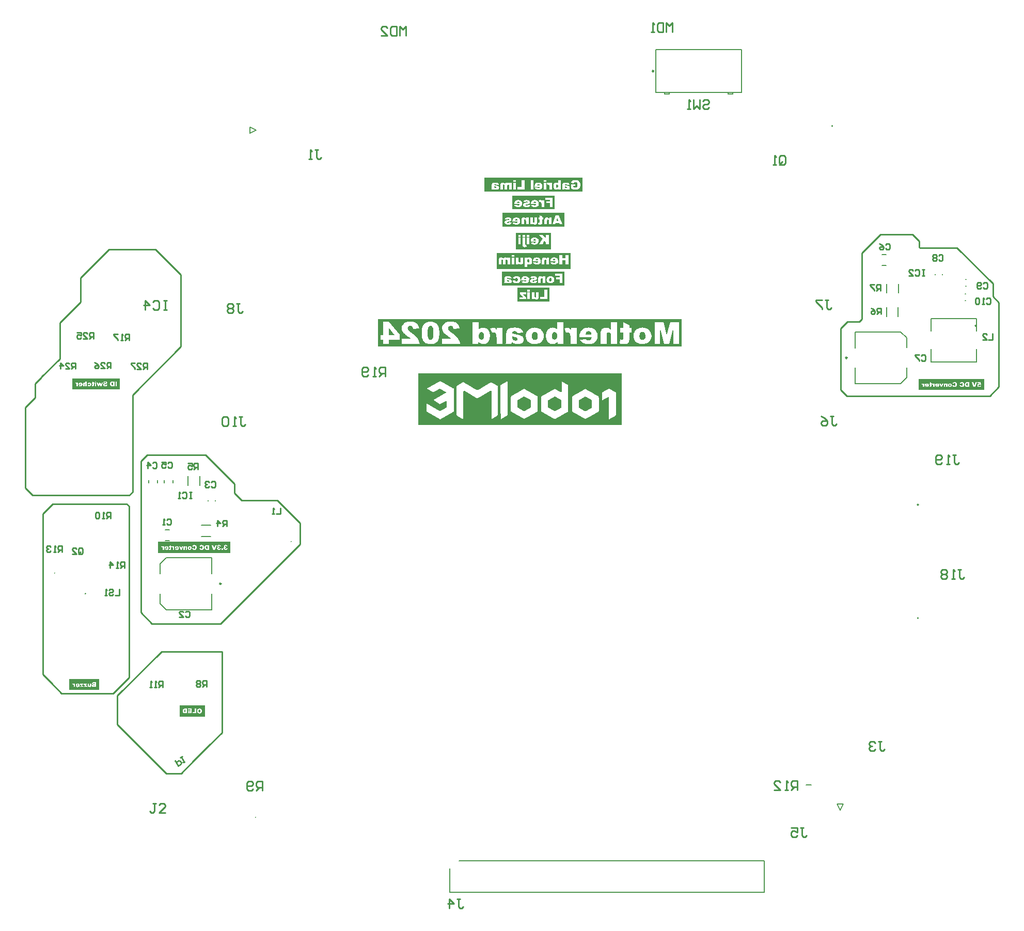
<source format=gbr>
%TF.GenerationSoftware,Altium Limited,Altium Designer,23.6.0 (18)*%
G04 Layer_Color=32896*
%FSLAX45Y45*%
%MOMM*%
%TF.SameCoordinates,8B2A78E3-6762-467B-82E4-ABAB87B9FA14*%
%TF.FilePolarity,Positive*%
%TF.FileFunction,Legend,Bot*%
%TF.Part,Single*%
G01*
G75*
%TA.AperFunction,NonConductor*%
%ADD70C,0.20000*%
%ADD71C,0.12700*%
%ADD72C,0.25400*%
%ADD73C,0.25000*%
G36*
X5097368Y10104948D02*
X5097263Y9255053D01*
X2510453D01*
X1757526Y9255158D01*
X1757631Y10105053D01*
X5097368Y10104948D01*
D02*
G37*
G36*
X-1317500Y7160000D02*
X-2502546D01*
Y7339789D01*
X-1317500D01*
Y7160000D01*
D02*
G37*
G36*
X6075000Y10545000D02*
X1102948D01*
Y10991742D01*
X6075000D01*
Y10545000D01*
D02*
G37*
G36*
X3910985Y11282500D02*
X3388183D01*
Y11507136D01*
X3910985D01*
Y11282500D01*
D02*
G37*
G36*
X4159037Y11547500D02*
X3130963D01*
Y11772135D01*
X4159037D01*
Y11547500D01*
D02*
G37*
G36*
X4255513Y11815683D02*
X3043654D01*
Y12079741D01*
X4255513D01*
Y11815683D01*
D02*
G37*
G36*
X3935276Y12138632D02*
X3363891D01*
Y12405465D01*
X3935276D01*
Y12138632D01*
D02*
G37*
G36*
X4159317Y12509331D02*
X3139850D01*
Y12733966D01*
X4159317D01*
Y12509331D01*
D02*
G37*
G36*
X3998297Y12795634D02*
X3300871D01*
Y13020268D01*
X3998297D01*
Y12795634D01*
D02*
G37*
G36*
X4453458Y13081937D02*
X2845710D01*
Y13309070D01*
X4453458D01*
Y13081937D01*
D02*
G37*
G36*
X-1737500Y4477500D02*
X-2151863D01*
Y4657289D01*
X-1737500D01*
Y4477500D01*
D02*
G37*
G36*
X-3470000Y4910000D02*
X-3961191D01*
Y5088520D01*
X-3470000D01*
Y4910000D01*
D02*
G37*
G36*
X-3130000Y9842500D02*
X-3913845D01*
Y10022289D01*
X-3130000D01*
Y9842500D01*
D02*
G37*
G36*
X11040000Y9830000D02*
X9962655D01*
Y10009789D01*
X11040000D01*
Y9830000D01*
D02*
G37*
%LPC*%
G36*
X4113379Y9967593D02*
X4112538Y9967382D01*
X4111696Y9966751D01*
X4111486Y9966331D01*
X4110645Y9965069D01*
X4110539Y9963491D01*
X4110645Y9941721D01*
X4110434Y9941090D01*
X4110645Y9935831D01*
X4110539Y9898915D01*
X4110645Y9891238D01*
X4110434Y9890607D01*
X4110329Y9818775D01*
X4110434Y9815725D01*
X4110224Y9815093D01*
X4110434Y9810045D01*
X4110224Y9809414D01*
X4110434Y9807311D01*
X4110224Y9802052D01*
X4110014Y9798266D01*
X4109593Y9797214D01*
X4108541Y9795321D01*
X4107910Y9793849D01*
X4107174Y9792482D01*
X4106753Y9792271D01*
X4105281Y9791430D01*
X4104229Y9791009D01*
X4102757Y9791219D01*
X4101705Y9791640D01*
X4100338Y9792166D01*
X4099181Y9792902D01*
X4098550Y9793533D01*
X4097077Y9794164D01*
X4096236Y9794375D01*
X4094974Y9795637D01*
X4093922Y9796057D01*
X4092555Y9796583D01*
X4092239Y9796899D01*
X4091819Y9797109D01*
X4091188Y9797740D01*
X4090346Y9797950D01*
X4088874Y9798792D01*
X4087612Y9799633D01*
X4086245Y9800159D01*
X4084983Y9801000D01*
X4084246Y9801737D01*
X4083090Y9802052D01*
X4082248Y9802263D01*
X4081512Y9802788D01*
X4080671Y9803630D01*
X4080250Y9803840D01*
X4078147Y9804681D01*
X4077095Y9805733D01*
X4076043Y9806154D01*
X4075202Y9806364D01*
X4073729Y9807206D01*
X4073098Y9807837D01*
X4070995Y9808678D01*
X4069838Y9809625D01*
X4068681Y9810150D01*
X4067209Y9810992D01*
X4066367Y9811833D01*
X4065315Y9812254D01*
X4063948Y9812780D01*
X4063212Y9813305D01*
X4061950Y9814147D01*
X4061109Y9814357D01*
X4059636Y9815409D01*
X4058584Y9816040D01*
X4057533Y9816461D01*
X4056060Y9817302D01*
X4055429Y9817933D01*
X4053431Y9818669D01*
X4053116Y9818985D01*
X4052695Y9819195D01*
X4052064Y9819826D01*
X4051012Y9820247D01*
X4049645Y9820773D01*
X4048698Y9821719D01*
X4048278Y9821930D01*
X4046805Y9822561D01*
X4045333Y9823402D01*
X4044912Y9823823D01*
X4041757Y9825506D01*
X4039022Y9826978D01*
X4038602Y9827399D01*
X4038181Y9827609D01*
X4037761Y9828030D01*
X4036604Y9828345D01*
X4035552Y9828766D01*
X4034395Y9829923D01*
X4032923Y9830554D01*
X4031450Y9831395D01*
X4030188Y9832237D01*
X4029347Y9832447D01*
X4027348Y9833814D01*
X4025981Y9834340D01*
X4024929Y9834971D01*
X4024088Y9835812D01*
X4023036Y9836233D01*
X4021669Y9836759D01*
X4020933Y9837285D01*
X4020092Y9838126D01*
X4018619Y9838547D01*
X4017147Y9839388D01*
X4016516Y9840019D01*
X4013781Y9841492D01*
X4010626Y9843174D01*
X4009995Y9843805D01*
X4009574Y9844016D01*
X4008523Y9844436D01*
X4007155Y9844752D01*
X4005578Y9845488D01*
X4004105Y9846119D01*
X4002002Y9846330D01*
X4000529Y9846540D01*
X3993378Y9846330D01*
X3992747Y9846119D01*
X3991695Y9845699D01*
X3989381Y9844647D01*
X3988014Y9844331D01*
X3986647Y9843805D01*
X3985385Y9842964D01*
X3984333Y9842543D01*
X3982966Y9842017D01*
X3981809Y9841281D01*
X3978654Y9839599D01*
X3978233Y9839178D01*
X3976761Y9838547D01*
X3975288Y9837705D01*
X3974657Y9837074D01*
X3974236Y9836864D01*
X3972133Y9836023D01*
X3970976Y9835076D01*
X3970661Y9834761D01*
X3969609Y9834340D01*
X3967716Y9833288D01*
X3967295Y9832868D01*
X3966244Y9832447D01*
X3964350Y9831395D01*
X3963930Y9830974D01*
X3962878Y9830554D01*
X3960985Y9829502D01*
X3960354Y9828871D01*
X3959302Y9828450D01*
X3957935Y9827924D01*
X3957619Y9827609D01*
X3957199Y9827399D01*
X3956357Y9826557D01*
X3954990Y9826031D01*
X3953307Y9824980D01*
X3950468Y9823402D01*
X3949416Y9822771D01*
X3948364Y9822350D01*
X3946892Y9821509D01*
X3946051Y9820668D01*
X3944052Y9819931D01*
X3943316Y9819406D01*
X3942895Y9818985D01*
X3942474Y9818775D01*
X3941002Y9818143D01*
X3939950Y9817512D01*
X3938478Y9816461D01*
X3937426Y9816040D01*
X3936375Y9815409D01*
X3935954Y9814988D01*
X3934482Y9814357D01*
X3932589Y9813305D01*
X3932168Y9812885D01*
X3930695Y9812254D01*
X3929223Y9811412D01*
X3928592Y9810781D01*
X3927119Y9810150D01*
X3925647Y9809309D01*
X3925226Y9808888D01*
X3924806Y9808678D01*
X3923754Y9808257D01*
X3921861Y9807206D01*
X3921230Y9806574D01*
X3919232Y9805838D01*
X3918285Y9804892D01*
X3917864Y9804681D01*
X3916813Y9804261D01*
X3914920Y9803209D01*
X3914289Y9802578D01*
X3912185Y9801737D01*
X3911028Y9800790D01*
X3909871Y9800264D01*
X3908504Y9799738D01*
X3907558Y9798792D01*
X3905664Y9797950D01*
X3904192Y9797109D01*
X3903771Y9796688D01*
X3902299Y9796057D01*
X3900827Y9795216D01*
X3900195Y9794585D01*
X3898723Y9793954D01*
X3897251Y9793112D01*
X3896620Y9792482D01*
X3894621Y9791745D01*
X3893885Y9791219D01*
X3893254Y9790588D01*
X3892202Y9790168D01*
X3890309Y9789116D01*
X3889047Y9788275D01*
X3887049Y9787538D01*
X3885787Y9786487D01*
X3885471Y9786171D01*
X3884630Y9785961D01*
X3883158Y9785119D01*
X3882527Y9784488D01*
X3881475Y9784068D01*
X3879582Y9783016D01*
X3879161Y9782595D01*
X3877689Y9781964D01*
X3876847Y9781754D01*
X3875690Y9780807D01*
X3875375Y9780492D01*
X3874323Y9780071D01*
X3872956Y9779545D01*
X3871799Y9778388D01*
X3870747Y9777968D01*
X3869906Y9777757D01*
X3868433Y9776916D01*
X3867803Y9776285D01*
X3867382Y9776075D01*
X3865489Y9775023D01*
X3864858Y9774392D01*
X3863806Y9773971D01*
X3862649Y9773656D01*
X3861913Y9773130D01*
X3861072Y9772289D01*
X3859073Y9771552D01*
X3858337Y9771026D01*
X3857496Y9770185D01*
X3856444Y9769764D01*
X3855287Y9769449D01*
X3854130Y9768713D01*
X3853499Y9768082D01*
X3851185Y9766819D01*
X3850554Y9766188D01*
X3849082Y9765768D01*
X3847610Y9764926D01*
X3846978Y9764295D01*
X3845927Y9763875D01*
X3844034Y9762823D01*
X3843613Y9762402D01*
X3843192Y9762192D01*
X3842140Y9761771D01*
X3840773Y9761245D01*
X3840458Y9760930D01*
X3840037Y9760720D01*
X3839196Y9759878D01*
X3837828Y9759352D01*
X3837092Y9759037D01*
X3836672Y9758616D01*
X3836251Y9758406D01*
X3833516Y9756933D01*
X3832675Y9756092D01*
X3831203Y9755671D01*
X3829730Y9754830D01*
X3829099Y9754199D01*
X3828047Y9753778D01*
X3826680Y9753252D01*
X3825734Y9752306D01*
X3825313Y9752096D01*
X3823840Y9751464D01*
X3822789Y9750833D01*
X3821316Y9749782D01*
X3820159Y9749466D01*
X3819003Y9748730D01*
X3818372Y9748099D01*
X3815742Y9747152D01*
X3814585Y9745995D01*
X3813113Y9745575D01*
X3811641Y9744733D01*
X3811010Y9744102D01*
X3809958Y9743682D01*
X3808801Y9743366D01*
X3807644Y9742630D01*
X3806803Y9741788D01*
X3805961Y9741578D01*
X3804279Y9740947D01*
X3803437Y9740106D01*
X3803017Y9739895D01*
X3800913Y9739054D01*
X3800282Y9738423D01*
X3799861Y9738213D01*
X3797968Y9737371D01*
X3796075Y9736320D01*
X3792920Y9734637D01*
X3792289Y9734006D01*
X3790922Y9733480D01*
X3789870Y9733059D01*
X3789555Y9732744D01*
X3789134Y9732533D01*
X3788713Y9732113D01*
X3787661Y9731692D01*
X3786294Y9731166D01*
X3785558Y9730640D01*
X3784506Y9729589D01*
X3783139Y9728853D01*
X3782929Y9728432D01*
X3781561Y9727065D01*
X3781246Y9726959D01*
X3781036Y9726539D01*
X3779879Y9724961D01*
X3779458Y9724751D01*
X3777986Y9721806D01*
X3777670Y9721490D01*
X3777460Y9721070D01*
X3777039Y9720018D01*
X3776829Y9717915D01*
X3776618Y9716442D01*
X3776408Y9715601D01*
X3776198Y9714339D01*
X3775777Y9713287D01*
X3775567Y9711814D01*
X3775356Y9709711D01*
X3775146Y9705083D01*
X3775041Y9630727D01*
X3775146Y9628518D01*
X3774936Y9627887D01*
X3775041Y9616213D01*
X3774936Y9606642D01*
X3775146Y9606012D01*
X3774936Y9600753D01*
X3775041Y9592024D01*
X3774936Y9582453D01*
X3775146Y9581822D01*
X3774936Y9576563D01*
X3775041Y9567834D01*
X3774936Y9558264D01*
X3775146Y9557632D01*
X3774936Y9551743D01*
X3775041Y9543645D01*
X3774936Y9533864D01*
X3775146Y9533233D01*
X3774936Y9527974D01*
X3775041Y9519455D01*
X3774936Y9509674D01*
X3775146Y9509043D01*
X3774936Y9503784D01*
X3775041Y9495055D01*
X3774936Y9485484D01*
X3775146Y9484854D01*
X3774936Y9481277D01*
X3775987Y9479384D01*
X3776408Y9478964D01*
X3777249Y9477491D01*
X3777565Y9477176D01*
X3777986Y9476966D01*
X3778722Y9476440D01*
X3778932Y9476019D01*
X3779458Y9475493D01*
X3781351Y9474441D01*
X3782192Y9473600D01*
X3783244Y9473179D01*
X3784717Y9472338D01*
X3785137Y9471707D01*
X3785558Y9471497D01*
X3787030Y9470865D01*
X3788082Y9470235D01*
X3788713Y9469603D01*
X3789765Y9469183D01*
X3791658Y9468131D01*
X3792079Y9467710D01*
X3793130Y9467290D01*
X3794498Y9466764D01*
X3795234Y9466238D01*
X3795655Y9465817D01*
X3797127Y9465186D01*
X3798284Y9464871D01*
X3799441Y9464134D01*
X3799861Y9463714D01*
X3800913Y9463293D01*
X3801754Y9463083D01*
X3803227Y9462241D01*
X3804489Y9461400D01*
X3805330Y9461190D01*
X3806697Y9460664D01*
X3808275Y9459507D01*
X3809748Y9459086D01*
X3810799Y9458666D01*
X3811956Y9457719D01*
X3812903Y9457193D01*
X3814901Y9456457D01*
X3815637Y9455931D01*
X3816899Y9455090D01*
X3818056Y9454774D01*
X3819213Y9454038D01*
X3819844Y9453407D01*
X3820896Y9452986D01*
X3822579Y9452355D01*
X3823630Y9451303D01*
X3824682Y9450883D01*
X3826049Y9450357D01*
X3826575Y9449831D01*
X3826996Y9449621D01*
X3827417Y9449200D01*
X3828468Y9448779D01*
X3829520Y9448148D01*
X3830151Y9447517D01*
X3831623Y9446886D01*
X3832675Y9446466D01*
X3833832Y9445519D01*
X3834148Y9445204D01*
X3836777Y9444257D01*
X3837723Y9443311D01*
X3838775Y9442890D01*
X3840142Y9442364D01*
X3841089Y9441417D01*
X3841509Y9441207D01*
X3842982Y9440576D01*
X3844034Y9439945D01*
X3844454Y9439524D01*
X3844875Y9439314D01*
X3847189Y9438052D01*
X3847715Y9437736D01*
X3847820Y9437421D01*
X3848240Y9437210D01*
X3849292Y9436790D01*
X3850659Y9436264D01*
X3851396Y9435738D01*
X3852027Y9435107D01*
X3853078Y9434686D01*
X3854446Y9434160D01*
X3855392Y9433214D01*
X3856865Y9432583D01*
X3858337Y9431742D01*
X3858758Y9431321D01*
X3860651Y9430479D01*
X3861702Y9429849D01*
X3862123Y9429428D01*
X3862544Y9429217D01*
X3864016Y9428586D01*
X3865489Y9427745D01*
X3866120Y9427114D01*
X3868223Y9426272D01*
X3869380Y9425326D01*
X3871483Y9424274D01*
X3872220Y9423748D01*
X3872851Y9423118D01*
X3874534Y9422697D01*
X3876006Y9421855D01*
X3876847Y9421014D01*
X3877899Y9420593D01*
X3879371Y9419752D01*
X3879792Y9419331D01*
X3880213Y9419121D01*
X3881685Y9418490D01*
X3883158Y9417648D01*
X3883789Y9417017D01*
X3884840Y9416597D01*
X3886733Y9415545D01*
X3887154Y9415124D01*
X3889152Y9414388D01*
X3889889Y9413862D01*
X3890520Y9413231D01*
X3890940Y9413021D01*
X3892833Y9412180D01*
X3893254Y9411969D01*
X3894727Y9410917D01*
X3897461Y9409445D01*
X3900616Y9407762D01*
X3901458Y9406921D01*
X3902930Y9406500D01*
X3904402Y9405659D01*
X3905033Y9405028D01*
X3906506Y9404397D01*
X3907347Y9404186D01*
X3908504Y9403240D01*
X3911449Y9401768D01*
X3913026Y9400611D01*
X3913868Y9400400D01*
X3915340Y9399559D01*
X3915971Y9398928D01*
X3917023Y9398507D01*
X3918916Y9397455D01*
X3919337Y9397035D01*
X3919757Y9396824D01*
X3921861Y9395983D01*
X3923018Y9395037D01*
X3923333Y9394721D01*
X3924806Y9394300D01*
X3926278Y9393459D01*
X3926909Y9392828D01*
X3929644Y9391356D01*
X3932799Y9389673D01*
X3933640Y9388831D01*
X3935113Y9388411D01*
X3936480Y9387885D01*
X3937216Y9387149D01*
X3937637Y9386938D01*
X3939109Y9386307D01*
X3940581Y9385466D01*
X3941423Y9384625D01*
X3942790Y9384099D01*
X3943842Y9383678D01*
X3944368Y9383152D01*
X3944788Y9382942D01*
X3947523Y9381469D01*
X3948785Y9380628D01*
X3950152Y9380102D01*
X3950888Y9379576D01*
X3951519Y9378945D01*
X3952992Y9378525D01*
X3954359Y9377999D01*
X3955726Y9376631D01*
X3957199Y9376211D01*
X3958356Y9375685D01*
X3958461Y9375580D01*
X3959302Y9374738D01*
X3960354Y9374318D01*
X3961195Y9374107D01*
X3962668Y9373266D01*
X3963509Y9372424D01*
X3964876Y9371899D01*
X3966874Y9370742D01*
X3967926Y9370321D01*
X3969819Y9369269D01*
X3971081Y9368428D01*
X3971923Y9368218D01*
X3973395Y9367166D01*
X3973816Y9366745D01*
X3974868Y9366325D01*
X3976550Y9365693D01*
X3977181Y9365063D01*
X3977602Y9364852D01*
X3978023Y9364431D01*
X3978864Y9364221D01*
X3979916Y9363800D01*
X3980336Y9363590D01*
X3982440Y9362118D01*
X3983281Y9361907D01*
X3984754Y9361066D01*
X3985174Y9360645D01*
X3986226Y9360225D01*
X3987909Y9359804D01*
X3990643Y9358542D01*
X3992116Y9358332D01*
X3994219Y9358121D01*
X3995692Y9357911D01*
X4000004Y9357806D01*
X4002528Y9358016D01*
X4004631Y9358226D01*
X4005473Y9358437D01*
X4007366Y9358647D01*
X4008102Y9358962D01*
X4009364Y9359804D01*
X4011047Y9360225D01*
X4012414Y9360750D01*
X4013991Y9361697D01*
X4016621Y9362643D01*
X4017147Y9363169D01*
X4017567Y9363380D01*
X4019040Y9364011D01*
X4020092Y9364431D01*
X4020512Y9364642D01*
X4021985Y9365693D01*
X4023036Y9366114D01*
X4024929Y9367166D01*
X4025350Y9367587D01*
X4026402Y9368007D01*
X4027769Y9368533D01*
X4029031Y9369585D01*
X4029347Y9369900D01*
X4030819Y9370321D01*
X4032712Y9371373D01*
X4033133Y9371794D01*
X4034184Y9372214D01*
X4036078Y9373266D01*
X4036498Y9373687D01*
X4037550Y9374107D01*
X4039443Y9375159D01*
X4040074Y9375790D01*
X4040915Y9376000D01*
X4042283Y9376526D01*
X4043019Y9377052D01*
X4043650Y9377683D01*
X4044702Y9378104D01*
X4046385Y9378735D01*
X4047226Y9379576D01*
X4047646Y9379787D01*
X4049119Y9380418D01*
X4050591Y9381259D01*
X4051223Y9381890D01*
X4053221Y9382626D01*
X4053536Y9382942D01*
X4053957Y9383152D01*
X4054588Y9383783D01*
X4056586Y9384519D01*
X4057322Y9385045D01*
X4057954Y9385676D01*
X4059005Y9386097D01*
X4060688Y9386728D01*
X4061424Y9387254D01*
X4061529Y9387569D01*
X4061950Y9387780D01*
X4063422Y9388411D01*
X4064895Y9389252D01*
X4065526Y9389883D01*
X4066578Y9390304D01*
X4067945Y9390830D01*
X4070153Y9392407D01*
X4071521Y9392933D01*
X4072257Y9393459D01*
X4073519Y9394300D01*
X4074360Y9394511D01*
X4076359Y9395878D01*
X4078147Y9396614D01*
X4078567Y9396824D01*
X4078988Y9397245D01*
X4079408Y9397455D01*
X4080040Y9398087D01*
X4082038Y9398823D01*
X4082774Y9399348D01*
X4083405Y9399980D01*
X4083826Y9400190D01*
X4086560Y9401662D01*
X4089715Y9403345D01*
X4090136Y9403766D01*
X4090557Y9403976D01*
X4093291Y9405449D01*
X4093922Y9406079D01*
X4094974Y9406500D01*
X4096341Y9407026D01*
X4097077Y9407552D01*
X4097708Y9408183D01*
X4098129Y9408393D01*
X4099181Y9408814D01*
X4100653Y9409656D01*
X4101915Y9410497D01*
X4102757Y9410707D01*
X4103914Y9411654D01*
X4104439Y9412180D01*
X4105491Y9412600D01*
X4106964Y9413442D01*
X4107595Y9414073D01*
X4109698Y9414914D01*
X4110855Y9415861D01*
X4113695Y9417438D01*
X4114326Y9418069D01*
X4115798Y9418700D01*
X4117691Y9419752D01*
X4118112Y9420173D01*
X4120426Y9421435D01*
X4120846Y9421855D01*
X4121267Y9422066D01*
X4122739Y9422697D01*
X4124212Y9423538D01*
X4124843Y9424169D01*
X4127577Y9425642D01*
X4128208Y9426272D01*
X4129260Y9426693D01*
X4130312Y9427324D01*
X4131784Y9428376D01*
X4134098Y9429638D01*
X4135360Y9430479D01*
X4136727Y9431005D01*
X4137043Y9431321D01*
X4137463Y9431531D01*
X4138305Y9432373D01*
X4140934Y9433319D01*
X4141670Y9434055D01*
X4142091Y9434266D01*
X4143984Y9435317D01*
X4145036Y9436369D01*
X4146508Y9436790D01*
X4147560Y9437210D01*
X4148401Y9438052D01*
X4148822Y9438262D01*
X4150294Y9438893D01*
X4151767Y9439735D01*
X4152398Y9440366D01*
X4153450Y9440786D01*
X4154817Y9441312D01*
X4155553Y9441838D01*
X4156184Y9442469D01*
X4156605Y9442679D01*
X4158077Y9443311D01*
X4160181Y9444572D01*
X4161232Y9444993D01*
X4162705Y9445835D01*
X4163336Y9446466D01*
X4165650Y9447307D01*
X4166806Y9448254D01*
X4167122Y9448569D01*
X4168279Y9448885D01*
X4169330Y9449305D01*
X4170593Y9450357D01*
X4171750Y9450883D01*
X4172906Y9451198D01*
X4174063Y9451935D01*
X4174694Y9452566D01*
X4177324Y9453512D01*
X4178060Y9454248D01*
X4178481Y9454459D01*
X4179953Y9455090D01*
X4181005Y9455721D01*
X4181636Y9456352D01*
X4183108Y9456983D01*
X4184475Y9457509D01*
X4185632Y9458245D01*
X4187946Y9459297D01*
X4189418Y9460138D01*
X4192994Y9462031D01*
X4193625Y9462662D01*
X4194782Y9462978D01*
X4195834Y9463398D01*
X4196991Y9464134D01*
X4197411Y9464555D01*
X4200041Y9465502D01*
X4200777Y9466028D01*
X4201408Y9466659D01*
X4202460Y9467079D01*
X4203301Y9467290D01*
X4205299Y9468657D01*
X4206982Y9469288D01*
X4207718Y9469603D01*
X4208875Y9470550D01*
X4210663Y9471497D01*
X4212136Y9472969D01*
X4212556Y9473179D01*
X4212977Y9473600D01*
X4213398Y9473810D01*
X4213713Y9474126D01*
X4213923Y9474546D01*
X4214554Y9475178D01*
X4215501Y9477807D01*
X4216237Y9479595D01*
X4216553Y9481383D01*
X4216763Y9483697D01*
X4216868Y9484012D01*
X4216658Y9484643D01*
X4216763Y9490848D01*
X4216658Y9493688D01*
X4216868Y9494319D01*
X4216658Y9500209D01*
X4216868Y9501050D01*
X4216658Y9505888D01*
X4216868Y9506519D01*
X4216658Y9511778D01*
X4216868Y9513881D01*
X4216658Y9517246D01*
X4216868Y9519350D01*
X4216658Y9522715D01*
X4216763Y9766819D01*
X4216553Y9777757D01*
X4216448Y9779756D01*
X4216658Y9780387D01*
X4216448Y9785645D01*
X4216132Y9793112D01*
X4216027Y9797004D01*
X4216237Y9797635D01*
X4216027Y9799949D01*
X4215817Y9800580D01*
X4215606Y9801421D01*
X4215396Y9813411D01*
X4215186Y9814042D01*
X4214975Y9829397D01*
X4214765Y9833393D01*
X4214870Y9909433D01*
X4214660Y9911746D01*
X4213923Y9912903D01*
X4213082Y9913745D01*
X4212872Y9914166D01*
X4212556Y9914691D01*
X4212136Y9914902D01*
X4210663Y9915743D01*
X4209822Y9916584D01*
X4209401Y9916795D01*
X4207087Y9918057D01*
X4206456Y9918688D01*
X4204563Y9919740D01*
X4203512Y9920791D01*
X4201198Y9921633D01*
X4200146Y9922684D01*
X4199725Y9922895D01*
X4197832Y9923946D01*
X4197411Y9924367D01*
X4196991Y9924578D01*
X4194256Y9926050D01*
X4193625Y9926681D01*
X4192574Y9927102D01*
X4191206Y9927628D01*
X4190891Y9927943D01*
X4190470Y9928153D01*
X4189629Y9928995D01*
X4188577Y9929415D01*
X4186684Y9930467D01*
X4185632Y9931098D01*
X4183319Y9932360D01*
X4182898Y9932781D01*
X4181846Y9933202D01*
X4179953Y9934253D01*
X4179322Y9934884D01*
X4177008Y9935726D01*
X4175956Y9936777D01*
X4174484Y9937409D01*
X4173327Y9937724D01*
X4172801Y9938250D01*
X4172486Y9938355D01*
X4172381Y9938670D01*
X4171960Y9938881D01*
X4169225Y9940353D01*
X4168805Y9940774D01*
X4167753Y9941195D01*
X4165860Y9942246D01*
X4165019Y9943088D01*
X4163546Y9943508D01*
X4162074Y9944350D01*
X4161443Y9944981D01*
X4159970Y9945612D01*
X4158603Y9946138D01*
X4158077Y9946664D01*
X4157656Y9946874D01*
X4156184Y9947715D01*
X4154081Y9949188D01*
X4152924Y9949503D01*
X4151872Y9949924D01*
X4151136Y9950450D01*
X4150505Y9951081D01*
X4149453Y9951502D01*
X4147981Y9952343D01*
X4147350Y9952974D01*
X4146929Y9953184D01*
X4145877Y9953605D01*
X4144720Y9953920D01*
X4144194Y9954446D01*
X4143774Y9954657D01*
X4143143Y9955288D01*
X4141144Y9956024D01*
X4140408Y9956760D01*
X4139988Y9956970D01*
X4139567Y9957391D01*
X4138410Y9957707D01*
X4136727Y9958758D01*
X4136201Y9959284D01*
X4134203Y9960020D01*
X4132941Y9961072D01*
X4131784Y9961598D01*
X4130417Y9962124D01*
X4129681Y9962860D01*
X4129260Y9963070D01*
X4127788Y9963701D01*
X4126420Y9964227D01*
X4125684Y9964964D01*
X4124633Y9965384D01*
X4122950Y9965805D01*
X4121793Y9966121D01*
X4120005Y9966857D01*
X4119163Y9967067D01*
X4117691Y9967277D01*
X4116850Y9967488D01*
X4113379Y9967593D01*
D02*
G37*
G36*
X2119213Y9976112D02*
X2117109Y9975902D01*
X2115216Y9974850D01*
X2114585Y9974219D01*
X2113218Y9973693D01*
X2112482Y9973377D01*
X2111325Y9972431D01*
X2111009Y9972115D01*
X2109537Y9971695D01*
X2108170Y9971169D01*
X2107013Y9970012D01*
X2106592Y9969801D01*
X2105120Y9969171D01*
X2103647Y9968329D01*
X2101018Y9966962D01*
X2100808Y9966541D01*
X2099441Y9965805D01*
X2098284Y9965489D01*
X2097127Y9964753D01*
X2096496Y9964122D01*
X2095444Y9963701D01*
X2094077Y9963176D01*
X2093130Y9962229D01*
X2091658Y9961598D01*
X2090185Y9960757D01*
X2089765Y9960336D01*
X2089344Y9960126D01*
X2088292Y9959705D01*
X2086399Y9958653D01*
X2085768Y9958022D01*
X2084296Y9957602D01*
X2082823Y9956760D01*
X2082192Y9956129D01*
X2081141Y9955709D01*
X2079773Y9955183D01*
X2078511Y9954131D01*
X2078196Y9953815D01*
X2077144Y9953395D01*
X2075987Y9953079D01*
X2075672Y9952764D01*
X2075251Y9952553D01*
X2074410Y9951712D01*
X2072411Y9950976D01*
X2071885Y9950450D01*
X2071465Y9950239D01*
X2069572Y9949398D01*
X2068520Y9948767D01*
X2067889Y9948136D01*
X2066416Y9947505D01*
X2064944Y9946664D01*
X2064523Y9946243D01*
X2063051Y9945612D01*
X2061684Y9945086D01*
X2061368Y9944771D01*
X2060948Y9944560D01*
X2060316Y9943929D01*
X2059265Y9943508D01*
X2057898Y9942983D01*
X2057161Y9942457D01*
X2056530Y9941826D01*
X2056110Y9941615D01*
X2055058Y9941195D01*
X2053585Y9940353D01*
X2052324Y9939512D01*
X2050956Y9938986D01*
X2050220Y9938460D01*
X2049799Y9938040D01*
X2048747Y9937619D01*
X2047906Y9937409D01*
X2046434Y9936567D01*
X2045593Y9935726D01*
X2043594Y9934990D01*
X2042858Y9934464D01*
X2042227Y9933833D01*
X2041175Y9933412D01*
X2039492Y9932781D01*
X2039072Y9932360D01*
X2038651Y9932150D01*
X2038020Y9931519D01*
X2036653Y9930993D01*
X2034970Y9929941D01*
X2033813Y9929415D01*
X2031920Y9928364D01*
X2031289Y9927733D01*
X2030448Y9927522D01*
X2029081Y9926996D01*
X2028344Y9926471D01*
X2027713Y9925840D01*
X2025610Y9924998D01*
X2025189Y9924788D01*
X2024768Y9924367D01*
X2024348Y9924157D01*
X2023717Y9923526D01*
X2022560Y9923210D01*
X2021508Y9922790D01*
X2020772Y9922264D01*
X2019930Y9921422D01*
X2018563Y9920897D01*
X2017827Y9920581D01*
X2016355Y9919529D01*
X2015303Y9919109D01*
X2014251Y9918477D01*
X2012989Y9917636D01*
X2012148Y9917426D01*
X2010781Y9916900D01*
X2010465Y9916584D01*
X2010149Y9916479D01*
X2009939Y9916059D01*
X2008572Y9915322D01*
X2007205Y9914797D01*
X2005943Y9913745D01*
X2004786Y9913219D01*
X2003418Y9912693D01*
X2002682Y9912167D01*
X2001420Y9911326D01*
X2000053Y9910800D01*
X1999317Y9910274D01*
X1998055Y9909433D01*
X1996687Y9908907D01*
X1995531Y9908171D01*
X1994899Y9907540D01*
X1993427Y9907119D01*
X1991534Y9906067D01*
X1991113Y9905647D01*
X1990062Y9905226D01*
X1988694Y9904700D01*
X1987538Y9903543D01*
X1986486Y9903122D01*
X1985644Y9902912D01*
X1984172Y9901860D01*
X1983751Y9901440D01*
X1982279Y9901019D01*
X1980912Y9900493D01*
X1979755Y9899336D01*
X1978703Y9898915D01*
X1977336Y9898390D01*
X1976600Y9897654D01*
X1974706Y9896812D01*
X1974286Y9896602D01*
X1972393Y9895340D01*
X1971341Y9894919D01*
X1969869Y9894078D01*
X1969658Y9893657D01*
X1969238Y9893447D01*
X1967765Y9892816D01*
X1966293Y9891974D01*
X1965662Y9891343D01*
X1965241Y9891133D01*
X1964189Y9890712D01*
X1962717Y9889871D01*
X1961455Y9889029D01*
X1961034Y9888819D01*
X1959036Y9887452D01*
X1957669Y9886926D01*
X1956196Y9886085D01*
X1955565Y9885453D01*
X1955144Y9885243D01*
X1954093Y9884822D01*
X1953041Y9884192D01*
X1952620Y9883771D01*
X1952200Y9883560D01*
X1950307Y9882719D01*
X1949886Y9882509D01*
X1948729Y9881562D01*
X1948413Y9881247D01*
X1946415Y9880510D01*
X1946100Y9880195D01*
X1945679Y9879985D01*
X1944838Y9879143D01*
X1942839Y9878407D01*
X1942103Y9877881D01*
X1941262Y9877040D01*
X1939264Y9876304D01*
X1937686Y9875147D01*
X1936634Y9874726D01*
X1935583Y9874095D01*
X1934951Y9873464D01*
X1934531Y9873254D01*
X1933479Y9872833D01*
X1932007Y9871991D01*
X1930534Y9870940D01*
X1929377Y9870624D01*
X1928326Y9870204D01*
X1927169Y9869047D01*
X1925170Y9868310D01*
X1923593Y9867153D01*
X1922541Y9866733D01*
X1921069Y9865892D01*
X1920648Y9865471D01*
X1920227Y9865260D01*
X1919176Y9864840D01*
X1917808Y9864314D01*
X1916231Y9863157D01*
X1914233Y9862421D01*
X1913917Y9862105D01*
X1913496Y9861895D01*
X1912655Y9861054D01*
X1911183Y9860212D01*
X1910131Y9859161D01*
X1909710Y9858950D01*
X1908553Y9858004D01*
X1905609Y9855059D01*
X1905398Y9854638D01*
X1904031Y9852640D01*
X1903716Y9851693D01*
X1903926Y9851273D01*
X1904241Y9850957D01*
X1905714Y9850116D01*
X1906870Y9849169D01*
X1908027Y9848643D01*
X1909079Y9848223D01*
X1910236Y9847276D01*
X1911393Y9846750D01*
X1912760Y9846224D01*
X1913496Y9845699D01*
X1913917Y9845278D01*
X1914338Y9845067D01*
X1916651Y9843805D01*
X1917914Y9842964D01*
X1918965Y9842543D01*
X1919386Y9842333D01*
X1920858Y9841281D01*
X1921910Y9840861D01*
X1923277Y9840335D01*
X1924434Y9839599D01*
X1925065Y9838968D01*
X1926117Y9838547D01*
X1928010Y9837495D01*
X1929272Y9836654D01*
X1930429Y9836338D01*
X1931691Y9835497D01*
X1932217Y9834971D01*
X1933690Y9834340D01*
X1935162Y9833498D01*
X1936424Y9832657D01*
X1937265Y9832447D01*
X1939369Y9830974D01*
X1941051Y9830343D01*
X1942208Y9829397D01*
X1942524Y9829081D01*
X1943575Y9828661D01*
X1944732Y9828345D01*
X1945469Y9827819D01*
X1946100Y9827188D01*
X1946520Y9826978D01*
X1947572Y9826557D01*
X1948939Y9826031D01*
X1949255Y9825716D01*
X1949676Y9825506D01*
X1950307Y9824874D01*
X1951358Y9824454D01*
X1953672Y9823192D01*
X1956407Y9821719D01*
X1957669Y9820878D01*
X1959982Y9819616D01*
X1960403Y9819195D01*
X1960824Y9818985D01*
X1962296Y9818354D01*
X1963138Y9818143D01*
X1963558Y9817723D01*
X1963979Y9817512D01*
X1964610Y9816881D01*
X1965662Y9816461D01*
X1967029Y9815935D01*
X1967765Y9815409D01*
X1968186Y9814988D01*
X1970079Y9814147D01*
X1971131Y9813516D01*
X1971762Y9812885D01*
X1973234Y9812254D01*
X1974286Y9811833D01*
X1975443Y9810887D01*
X1976600Y9810361D01*
X1977651Y9809940D01*
X1978808Y9808994D01*
X1979124Y9808678D01*
X1980281Y9808362D01*
X1981332Y9807942D01*
X1982489Y9806785D01*
X1983541Y9806364D01*
X1984698Y9806049D01*
X1985960Y9804997D01*
X1986906Y9804471D01*
X1988905Y9803735D01*
X1990167Y9802683D01*
X1991324Y9802157D01*
X1992691Y9801631D01*
X1993427Y9800895D01*
X1993848Y9800685D01*
X1995320Y9800054D01*
X1995741Y9799843D01*
X1996898Y9798897D01*
X1998686Y9798161D01*
X2000158Y9797319D01*
X2001000Y9796478D01*
X2002472Y9796268D01*
X2004575Y9796057D01*
X2005206Y9796268D01*
X2006468Y9796478D01*
X2008572Y9797950D01*
X2009729Y9798266D01*
X2010781Y9798687D01*
X2011096Y9799002D01*
X2011517Y9799213D01*
X2011937Y9799633D01*
X2015198Y9800790D01*
X2015724Y9801316D01*
X2016144Y9801526D01*
X2018037Y9802368D01*
X2019510Y9803209D01*
X2020562Y9803840D01*
X2022034Y9804261D01*
X2023506Y9805102D01*
X2024137Y9805733D01*
X2024558Y9805944D01*
X2025189Y9806154D01*
X2026030Y9806364D01*
X2027398Y9806890D01*
X2028134Y9807626D01*
X2029606Y9808257D01*
X2030974Y9808783D01*
X2031289Y9809099D01*
X2031710Y9809309D01*
X2032131Y9809730D01*
X2034760Y9810676D01*
X2035706Y9811412D01*
X2036127Y9811623D01*
X2037599Y9812254D01*
X2038967Y9812780D01*
X2039282Y9813095D01*
X2039703Y9813305D01*
X2040334Y9813937D01*
X2041806Y9814357D01*
X2043173Y9814883D01*
X2043489Y9815199D01*
X2043910Y9815409D01*
X2044330Y9815830D01*
X2045382Y9816250D01*
X2047380Y9816986D01*
X2048117Y9817723D01*
X2048537Y9817933D01*
X2049589Y9818354D01*
X2050956Y9818880D01*
X2051482Y9819406D01*
X2051903Y9819616D01*
X2052324Y9820036D01*
X2053796Y9820457D01*
X2055689Y9821509D01*
X2056110Y9821930D01*
X2057161Y9822350D01*
X2058003Y9822561D01*
X2059475Y9823402D01*
X2060737Y9824243D01*
X2062104Y9824769D01*
X2063682Y9825926D01*
X2064734Y9826347D01*
X2066101Y9826873D01*
X2067258Y9827609D01*
X2070834Y9829502D01*
X2071465Y9830133D01*
X2074094Y9831080D01*
X2074410Y9831395D01*
X2074830Y9831605D01*
X2075251Y9832026D01*
X2077880Y9832973D01*
X2078827Y9833919D01*
X2080299Y9834550D01*
X2081141Y9834761D01*
X2082613Y9835812D01*
X2084085Y9836443D01*
X2086399Y9837705D01*
X2088292Y9838547D01*
X2089449Y9838862D01*
X2089765Y9839178D01*
X2090185Y9839388D01*
X2091027Y9840229D01*
X2093656Y9841176D01*
X2094603Y9841912D01*
X2095654Y9842333D01*
X2097021Y9842859D01*
X2098704Y9843911D01*
X2099861Y9844436D01*
X2101228Y9844962D01*
X2102385Y9845699D01*
X2102806Y9846119D01*
X2103858Y9846540D01*
X2104699Y9846750D01*
X2106592Y9847802D01*
X2108065Y9848433D01*
X2109747Y9849064D01*
X2111640Y9850326D01*
X2113113Y9850747D01*
X2114585Y9850957D01*
X2116373Y9850642D01*
X2117214Y9850431D01*
X2118477Y9849590D01*
X2118792Y9849274D01*
X2120159Y9848748D01*
X2121316Y9848012D01*
X2122578Y9847171D01*
X2124577Y9846435D01*
X2125313Y9845909D01*
X2125944Y9845278D01*
X2126365Y9845067D01*
X2127416Y9844647D01*
X2128889Y9843805D01*
X2129520Y9843174D01*
X2130571Y9842754D01*
X2132254Y9842123D01*
X2133411Y9841176D01*
X2133726Y9840861D01*
X2134883Y9840545D01*
X2136566Y9839493D01*
X2137092Y9838968D01*
X2138775Y9838336D01*
X2139932Y9837390D01*
X2140247Y9837074D01*
X2141299Y9836654D01*
X2142666Y9836128D01*
X2143402Y9835602D01*
X2143823Y9835181D01*
X2145716Y9834340D01*
X2147188Y9833498D01*
X2147609Y9833078D01*
X2148661Y9832657D01*
X2150554Y9831605D01*
X2151185Y9830974D01*
X2153289Y9830133D01*
X2154446Y9829187D01*
X2154761Y9828871D01*
X2157075Y9828030D01*
X2157916Y9827188D01*
X2158337Y9826978D01*
X2159389Y9826557D01*
X2160756Y9826031D01*
X2162018Y9824980D01*
X2164857Y9823402D01*
X2165909Y9822771D01*
X2167908Y9822035D01*
X2168644Y9821509D01*
X2169064Y9821088D01*
X2169485Y9820878D01*
X2172219Y9819406D01*
X2173482Y9818564D01*
X2174533Y9818143D01*
X2175585Y9817512D01*
X2176847Y9816671D01*
X2178319Y9816040D01*
X2179371Y9815409D01*
X2180633Y9814568D01*
X2181685Y9814147D01*
X2183999Y9812675D01*
X2185366Y9812149D01*
X2185681Y9811833D01*
X2186102Y9811623D01*
X2186733Y9810992D01*
X2187575Y9810781D01*
X2189257Y9810150D01*
X2190414Y9809204D01*
X2190940Y9808678D01*
X2191992Y9808257D01*
X2193359Y9807731D01*
X2194095Y9807206D01*
X2194516Y9806785D01*
X2195988Y9806154D01*
X2197882Y9805102D01*
X2198302Y9804681D01*
X2199669Y9804156D01*
X2201352Y9803104D01*
X2202299Y9802578D01*
X2203666Y9802052D01*
X2204613Y9801106D01*
X2205033Y9800895D01*
X2206085Y9800475D01*
X2207452Y9799949D01*
X2208714Y9798897D01*
X2209030Y9798581D01*
X2211659Y9797635D01*
X2212395Y9796899D01*
X2212816Y9796688D01*
X2214709Y9795847D01*
X2215130Y9795637D01*
X2216602Y9794585D01*
X2219337Y9793112D01*
X2221650Y9791850D01*
X2221966Y9790904D01*
X2221335Y9789852D01*
X2221019Y9789537D01*
X2220599Y9789326D01*
X2219126Y9788275D01*
X2217128Y9787538D01*
X2216392Y9787012D01*
X2215550Y9786171D01*
X2214709Y9785961D01*
X2213237Y9785119D01*
X2212606Y9784488D01*
X2211554Y9784068D01*
X2209661Y9783016D01*
X2209240Y9782595D01*
X2207768Y9781964D01*
X2206926Y9781754D01*
X2205769Y9780807D01*
X2205454Y9780492D01*
X2203350Y9779650D01*
X2202930Y9779440D01*
X2202088Y9778599D01*
X2201668Y9778388D01*
X2199354Y9777126D01*
X2198933Y9776706D01*
X2198512Y9776495D01*
X2197040Y9775864D01*
X2195568Y9775023D01*
X2194937Y9774392D01*
X2193885Y9773971D01*
X2192728Y9773656D01*
X2191992Y9773130D01*
X2191151Y9772289D01*
X2190099Y9771868D01*
X2188731Y9771342D01*
X2187995Y9770606D01*
X2187575Y9770395D01*
X2186102Y9769764D01*
X2185050Y9769344D01*
X2183894Y9768397D01*
X2183578Y9768082D01*
X2181264Y9766819D01*
X2180633Y9766188D01*
X2179161Y9765768D01*
X2177689Y9764926D01*
X2176847Y9764085D01*
X2175690Y9763770D01*
X2174007Y9762718D01*
X2173692Y9762402D01*
X2173271Y9762192D01*
X2172219Y9761771D01*
X2170852Y9761245D01*
X2170537Y9760930D01*
X2170116Y9760720D01*
X2169275Y9759878D01*
X2167276Y9759142D01*
X2166751Y9758616D01*
X2166330Y9758406D01*
X2163595Y9756933D01*
X2162754Y9756092D01*
X2161387Y9755566D01*
X2160335Y9755145D01*
X2159389Y9754199D01*
X2158337Y9753778D01*
X2156654Y9753147D01*
X2155602Y9752096D01*
X2154130Y9751464D01*
X2152658Y9750623D01*
X2151395Y9749782D01*
X2150554Y9749571D01*
X2149397Y9748625D01*
X2147820Y9747678D01*
X2146978Y9747468D01*
X2145506Y9746416D01*
X2145085Y9745995D01*
X2142456Y9745049D01*
X2141299Y9743892D01*
X2140247Y9743471D01*
X2138354Y9742420D01*
X2135620Y9740947D01*
X2134778Y9740106D01*
X2133726Y9739685D01*
X2132885Y9739475D01*
X2131833Y9738844D01*
X2130992Y9738002D01*
X2129940Y9737582D01*
X2128573Y9737056D01*
X2127311Y9736004D01*
X2126365Y9735478D01*
X2124997Y9734952D01*
X2124682Y9734637D01*
X2124261Y9734427D01*
X2122999Y9733585D01*
X2121632Y9733059D01*
X2120475Y9731902D01*
X2119003Y9731482D01*
X2117530Y9730640D01*
X2116689Y9729799D01*
X2114375Y9728958D01*
X2113218Y9728011D01*
X2112903Y9727696D01*
X2111851Y9727275D01*
X2109958Y9726223D01*
X2107223Y9724751D01*
X2106382Y9723909D01*
X2105330Y9723489D01*
X2104173Y9723173D01*
X2103437Y9722647D01*
X2102596Y9721806D01*
X2101544Y9721385D01*
X2100177Y9720859D01*
X2099441Y9720334D01*
X2098599Y9719492D01*
X2097232Y9718966D01*
X2095549Y9717915D01*
X2093025Y9716652D01*
X2092710Y9716337D01*
X2092289Y9716127D01*
X2091868Y9715706D01*
X2089870Y9714970D01*
X2089134Y9714444D01*
X2088503Y9713813D01*
X2087451Y9713392D01*
X2086084Y9712866D01*
X2084927Y9711709D01*
X2083454Y9711078D01*
X2080509Y9709396D01*
X2078616Y9708344D01*
X2077354Y9707503D01*
X2076513Y9707292D01*
X2075041Y9706451D01*
X2074199Y9705609D01*
X2072201Y9704873D01*
X2070939Y9703822D01*
X2069992Y9703296D01*
X2069256Y9702980D01*
X2069151Y9702875D01*
X2067258Y9701823D01*
X2064523Y9700351D01*
X2064103Y9699930D01*
X2062630Y9699299D01*
X2061158Y9698458D01*
X2060527Y9697827D01*
X2060106Y9697616D01*
X2058003Y9696775D01*
X2056846Y9695828D01*
X2055899Y9695303D01*
X2054532Y9694777D01*
X2053796Y9694251D01*
X2053375Y9693830D01*
X2052954Y9693620D01*
X2051482Y9692989D01*
X2050430Y9692358D01*
X2050010Y9691937D01*
X2049589Y9691727D01*
X2046854Y9690254D01*
X2046223Y9689623D01*
X2045172Y9689203D01*
X2043804Y9688677D01*
X2043489Y9688361D01*
X2043068Y9688151D01*
X2042437Y9687520D01*
X2040334Y9686678D01*
X2039177Y9685732D01*
X2036232Y9684260D01*
X2035706Y9683734D01*
X2035285Y9683523D01*
X2033813Y9682892D01*
X2032761Y9682261D01*
X2032341Y9681841D01*
X2031920Y9681630D01*
X2028765Y9679947D01*
X2028134Y9679316D01*
X2027293Y9679106D01*
X2025399Y9678054D01*
X2024768Y9677423D01*
X2023401Y9676898D01*
X2022350Y9676477D01*
X2021403Y9675530D01*
X2019930Y9674899D01*
X2018458Y9674058D01*
X2018037Y9673637D01*
X2016565Y9673006D01*
X2015092Y9672165D01*
X2013831Y9671323D01*
X2011937Y9670272D01*
X2011412Y9669746D01*
X2011201Y9669325D01*
X2010781Y9668904D01*
X2010570Y9668063D01*
X2011096Y9667117D01*
X2011517Y9666906D01*
X2011937Y9666485D01*
X2012253Y9666380D01*
X2012463Y9665960D01*
X2012779Y9665644D01*
X2013199Y9665434D01*
X2015513Y9664172D01*
X2015829Y9663856D01*
X2015934Y9663541D01*
X2016355Y9663330D01*
X2016775Y9662910D01*
X2018668Y9661858D01*
X2019299Y9661227D01*
X2020772Y9660386D01*
X2021193Y9659965D01*
X2021613Y9659754D01*
X2022034Y9659334D01*
X2023927Y9658282D01*
X2025189Y9657020D01*
X2026030Y9656810D01*
X2027503Y9655758D01*
X2027924Y9655337D01*
X2028344Y9655127D01*
X2030342Y9653760D01*
X2030868Y9653234D01*
X2031920Y9652813D01*
X2033392Y9651972D01*
X2034234Y9651130D01*
X2034655Y9650920D01*
X2036127Y9649868D01*
X2036548Y9649448D01*
X2036968Y9649237D01*
X2038967Y9647870D01*
X2039703Y9647134D01*
X2041070Y9646608D01*
X2042332Y9645556D01*
X2042648Y9645241D01*
X2043068Y9645030D01*
X2044541Y9644189D01*
X2045067Y9643874D01*
X2045277Y9643453D01*
X2047906Y9641875D01*
X2048537Y9641244D01*
X2050430Y9640193D01*
X2051482Y9639141D01*
X2053796Y9637879D01*
X2054637Y9637037D01*
X2056951Y9635775D01*
X2057792Y9634934D01*
X2058213Y9634723D01*
X2059685Y9633672D01*
X2060106Y9633251D01*
X2060527Y9633041D01*
X2062420Y9631989D01*
X2063261Y9630937D01*
X2064313Y9630517D01*
X2065786Y9629675D01*
X2066416Y9629044D01*
X2068310Y9627992D01*
X2069361Y9626941D01*
X2069782Y9626731D01*
X2071254Y9625679D01*
X2071885Y9625048D01*
X2073253Y9624522D01*
X2074515Y9623681D01*
X2074725Y9623260D01*
X2075041Y9622944D01*
X2076934Y9621893D01*
X2077565Y9621261D01*
X2077985Y9621051D01*
X2080299Y9619789D01*
X2081351Y9618737D01*
X2083244Y9617686D01*
X2084085Y9616844D01*
X2084506Y9616634D01*
X2086399Y9615582D01*
X2087241Y9614741D01*
X2087661Y9614530D01*
X2089554Y9613058D01*
X2089975Y9612637D01*
X2091868Y9611586D01*
X2092499Y9610955D01*
X2094392Y9609903D01*
X2095444Y9608851D01*
X2098178Y9607379D01*
X2098809Y9606748D01*
X2099230Y9606537D01*
X2100703Y9605486D01*
X2101123Y9605065D01*
X2101544Y9604855D01*
X2103542Y9603488D01*
X2104278Y9602751D01*
X2106592Y9601489D01*
X2107434Y9600648D01*
X2108906Y9599806D01*
X2109747Y9598965D01*
X2110799Y9598544D01*
X2114375Y9598334D01*
X2115006Y9598544D01*
X2116899Y9599596D01*
X2118371Y9600227D01*
X2119528Y9600543D01*
X2120791Y9601384D01*
X2121106Y9601700D01*
X2122158Y9602120D01*
X2124156Y9602856D01*
X2124471Y9603172D01*
X2124892Y9603382D01*
X2127206Y9604434D01*
X2128678Y9605275D01*
X2129099Y9605696D01*
X2130571Y9606327D01*
X2131728Y9606642D01*
X2132990Y9607484D01*
X2133306Y9607799D01*
X2134358Y9608220D01*
X2136356Y9608956D01*
X2137092Y9609692D01*
X2137513Y9609903D01*
X2138564Y9610324D01*
X2139932Y9610849D01*
X2140457Y9611375D01*
X2140878Y9611586D01*
X2141299Y9612006D01*
X2143928Y9612953D01*
X2144664Y9613479D01*
X2145085Y9613899D01*
X2145506Y9614110D01*
X2146558Y9614530D01*
X2147399Y9614741D01*
X2149923Y9616423D01*
X2151606Y9616844D01*
X2152763Y9617791D01*
X2154130Y9618527D01*
X2155497Y9619053D01*
X2156233Y9619789D01*
X2156654Y9619999D01*
X2158126Y9620630D01*
X2159494Y9621156D01*
X2159809Y9621472D01*
X2160230Y9621682D01*
X2160650Y9622103D01*
X2162123Y9622734D01*
X2163175Y9623154D01*
X2164647Y9623996D01*
X2167381Y9625468D01*
X2167802Y9625889D01*
X2168854Y9626310D01*
X2170852Y9627046D01*
X2171168Y9627361D01*
X2171588Y9627572D01*
X2172009Y9627992D01*
X2173061Y9628413D01*
X2175059Y9629149D01*
X2175585Y9629675D01*
X2176006Y9629885D01*
X2177899Y9630727D01*
X2179266Y9631253D01*
X2180002Y9631989D01*
X2181054Y9632410D01*
X2183052Y9633146D01*
X2183368Y9633462D01*
X2183788Y9633672D01*
X2184209Y9634092D01*
X2185261Y9634513D01*
X2187259Y9635249D01*
X2187995Y9635986D01*
X2189047Y9636406D01*
X2191045Y9637143D01*
X2191361Y9637458D01*
X2191781Y9637668D01*
X2192202Y9638089D01*
X2193254Y9638510D01*
X2194937Y9639141D01*
X2196094Y9640087D01*
X2196409Y9640403D01*
X2197776Y9640718D01*
X2199459Y9641349D01*
X2200195Y9642086D01*
X2201668Y9642717D01*
X2202825Y9643032D01*
X2204087Y9643874D01*
X2204402Y9644189D01*
X2205454Y9644610D01*
X2208188Y9646082D01*
X2209661Y9646713D01*
X2211554Y9647765D01*
X2212185Y9648396D01*
X2213237Y9648817D01*
X2214078Y9649027D01*
X2215235Y9649973D01*
X2215761Y9650499D01*
X2217233Y9651130D01*
X2218705Y9651972D01*
X2221861Y9653655D01*
X2222281Y9654075D01*
X2222702Y9654285D01*
X2224595Y9655127D01*
X2226068Y9654916D01*
X2226593Y9654391D01*
X2227014Y9653339D01*
X2226804Y9649973D01*
X2226699Y9630727D01*
X2226804Y9626625D01*
X2226593Y9625994D01*
X2226804Y9621998D01*
X2226699Y9618737D01*
X2226804Y9614425D01*
X2226593Y9613794D01*
X2226804Y9610429D01*
X2226699Y9606537D01*
X2226804Y9602225D01*
X2226593Y9601594D01*
X2226804Y9598229D01*
X2226699Y9594337D01*
X2226804Y9590236D01*
X2226593Y9589605D01*
X2226804Y9585608D01*
X2226593Y9582453D01*
X2226804Y9581822D01*
X2226593Y9562891D01*
X2226383Y9562260D01*
X2226068Y9556055D01*
X2225857Y9553531D01*
X2225647Y9551217D01*
X2225436Y9549534D01*
X2225226Y9548483D01*
X2224911Y9547326D01*
X2224700Y9544801D01*
X2223964Y9543855D01*
X2223543Y9543645D01*
X2221019Y9541962D01*
X2219021Y9541226D01*
X2218075Y9540279D01*
X2217654Y9540069D01*
X2216602Y9539648D01*
X2215235Y9539122D01*
X2214919Y9538807D01*
X2214499Y9538596D01*
X2213868Y9537965D01*
X2212816Y9537545D01*
X2211974Y9537334D01*
X2211554Y9536914D01*
X2211133Y9536703D01*
X2210502Y9536072D01*
X2209135Y9535546D01*
X2208083Y9535126D01*
X2207137Y9534179D01*
X2206085Y9533758D01*
X2205243Y9533548D01*
X2204192Y9532917D01*
X2203350Y9532076D01*
X2200721Y9531129D01*
X2199775Y9530183D01*
X2199354Y9529972D01*
X2197882Y9529341D01*
X2196409Y9528500D01*
X2195988Y9528079D01*
X2194937Y9527658D01*
X2193044Y9526607D01*
X2192623Y9526186D01*
X2192202Y9525976D01*
X2191151Y9525555D01*
X2189783Y9525029D01*
X2188521Y9524188D01*
X2188206Y9523872D01*
X2187154Y9523452D01*
X2185681Y9522610D01*
X2184420Y9521769D01*
X2182737Y9521138D01*
X2181580Y9520191D01*
X2181264Y9519876D01*
X2179266Y9519139D01*
X2178530Y9518614D01*
X2177268Y9517772D01*
X2175901Y9517246D01*
X2175164Y9516721D01*
X2174744Y9516300D01*
X2174323Y9516089D01*
X2172851Y9515458D01*
X2171694Y9515143D01*
X2171378Y9514827D01*
X2170958Y9514617D01*
X2170326Y9513986D01*
X2168433Y9513145D01*
X2168013Y9512934D01*
X2166120Y9511672D01*
X2165068Y9511251D01*
X2163595Y9510410D01*
X2162964Y9509779D01*
X2160650Y9508938D01*
X2159494Y9507991D01*
X2158337Y9507465D01*
X2156654Y9506834D01*
X2155392Y9505572D01*
X2154340Y9505152D01*
X2153499Y9504941D01*
X2151395Y9503469D01*
X2150028Y9502943D01*
X2148451Y9501786D01*
X2147399Y9501365D01*
X2145506Y9500314D01*
X2145085Y9499893D01*
X2144034Y9499472D01*
X2142666Y9498946D01*
X2140457Y9497369D01*
X2139301Y9497053D01*
X2138249Y9496633D01*
X2137092Y9495476D01*
X2136040Y9495055D01*
X2134147Y9494003D01*
X2131413Y9492531D01*
X2129940Y9491479D01*
X2129099Y9491269D01*
X2127627Y9490428D01*
X2127206Y9490007D01*
X2126785Y9489797D01*
X2125734Y9489376D01*
X2124051Y9488745D01*
X2122894Y9487798D01*
X2122578Y9487483D01*
X2121527Y9487062D01*
X2120264Y9486852D01*
X2119213Y9485800D01*
X2118792Y9485590D01*
X2118161Y9485379D01*
X2117320Y9485169D01*
X2115742Y9485484D01*
X2114585Y9486221D01*
X2114165Y9486641D01*
X2112692Y9487272D01*
X2110799Y9488324D01*
X2110378Y9488745D01*
X2107749Y9489691D01*
X2106592Y9490848D01*
X2105540Y9491269D01*
X2104068Y9492110D01*
X2103227Y9492952D01*
X2102385Y9493162D01*
X2101018Y9493688D01*
X2099861Y9494845D01*
X2098809Y9495265D01*
X2096496Y9496528D01*
X2093761Y9498000D01*
X2093340Y9498421D01*
X2091447Y9499262D01*
X2090396Y9499893D01*
X2089765Y9500524D01*
X2089344Y9500734D01*
X2088292Y9501155D01*
X2087135Y9501470D01*
X2086399Y9501996D01*
X2085558Y9502838D01*
X2084506Y9503259D01*
X2083349Y9503574D01*
X2082613Y9504100D01*
X2081982Y9504731D01*
X2081561Y9504941D01*
X2080089Y9505572D01*
X2078616Y9506414D01*
X2078196Y9506834D01*
X2076723Y9507465D01*
X2075251Y9508307D01*
X2074830Y9508727D01*
X2073778Y9509148D01*
X2071780Y9509884D01*
X2071044Y9510621D01*
X2070623Y9510831D01*
X2068310Y9512093D01*
X2067468Y9512934D01*
X2066416Y9513355D01*
X2065260Y9513671D01*
X2064103Y9514407D01*
X2063472Y9515038D01*
X2062420Y9515458D01*
X2060527Y9516510D01*
X2059475Y9517141D01*
X2057161Y9518403D01*
X2056110Y9519034D01*
X2055058Y9519455D01*
X2054006Y9520086D01*
X2053165Y9520927D01*
X2052113Y9521348D01*
X2050430Y9521979D01*
X2049799Y9522610D01*
X2049379Y9522820D01*
X2046223Y9524503D01*
X2045593Y9525134D01*
X2044541Y9525555D01*
X2042858Y9526186D01*
X2041386Y9527238D01*
X2035917Y9530183D01*
X2035285Y9530814D01*
X2034865Y9531024D01*
X2033813Y9531444D01*
X2032446Y9531971D01*
X2031289Y9533127D01*
X2030237Y9533548D01*
X2028554Y9534179D01*
X2027713Y9535021D01*
X2027293Y9535231D01*
X2024979Y9536493D01*
X2023717Y9537334D01*
X2022560Y9537650D01*
X2021823Y9538175D01*
X2020982Y9539017D01*
X2019930Y9539438D01*
X2018563Y9539964D01*
X2017301Y9541015D01*
X2016986Y9541331D01*
X2015513Y9541752D01*
X2014041Y9542593D01*
X2013410Y9543224D01*
X2010675Y9544696D01*
X2009624Y9545327D01*
X2007625Y9546063D01*
X2006574Y9546695D01*
X2006468Y9547010D01*
X2006048Y9547220D01*
X2005627Y9547641D01*
X2004260Y9548167D01*
X2002998Y9549008D01*
X2002682Y9549324D01*
X2001630Y9549744D01*
X2000263Y9550270D01*
X1999106Y9551427D01*
X1998055Y9551848D01*
X1996898Y9552164D01*
X1996162Y9552689D01*
X1995531Y9553320D01*
X1993217Y9554582D01*
X1992586Y9555214D01*
X1991534Y9555634D01*
X1990377Y9555950D01*
X1989220Y9556686D01*
X1989010Y9557107D01*
X1988589Y9557317D01*
X1986696Y9558158D01*
X1985224Y9559000D01*
X1984803Y9559420D01*
X1982910Y9560472D01*
X1981437Y9561524D01*
X1980281Y9561839D01*
X1979229Y9562260D01*
X1977967Y9563312D01*
X1977651Y9563627D01*
X1976600Y9564048D01*
X1975127Y9564889D01*
X1974706Y9565310D01*
X1974286Y9565520D01*
X1973234Y9565941D01*
X1971762Y9566782D01*
X1971341Y9567203D01*
X1970920Y9567413D01*
X1969448Y9568044D01*
X1968396Y9568465D01*
X1967239Y9569412D01*
X1966924Y9569727D01*
X1965557Y9570253D01*
X1965031Y9570779D01*
X1964715Y9570884D01*
X1964610Y9571200D01*
X1964189Y9571410D01*
X1963138Y9571831D01*
X1961770Y9572357D01*
X1961455Y9572672D01*
X1961034Y9572882D01*
X1960403Y9573513D01*
X1957669Y9574986D01*
X1956407Y9575827D01*
X1955565Y9576037D01*
X1953567Y9577405D01*
X1951253Y9578457D01*
X1950307Y9579403D01*
X1948834Y9580034D01*
X1947782Y9580455D01*
X1946626Y9581401D01*
X1946310Y9581717D01*
X1944312Y9582453D01*
X1943996Y9582768D01*
X1943575Y9582979D01*
X1942734Y9583820D01*
X1940736Y9584556D01*
X1940000Y9585082D01*
X1939579Y9585503D01*
X1939158Y9585713D01*
X1936844Y9586975D01*
X1936214Y9587606D01*
X1935162Y9588027D01*
X1933795Y9588553D01*
X1932638Y9589710D01*
X1931586Y9590131D01*
X1930113Y9590972D01*
X1928852Y9591813D01*
X1928010Y9592024D01*
X1926538Y9593075D01*
X1926117Y9593496D01*
X1924645Y9594127D01*
X1923803Y9594337D01*
X1922646Y9595284D01*
X1922121Y9595810D01*
X1920017Y9596651D01*
X1918860Y9597598D01*
X1918545Y9597913D01*
X1916546Y9598650D01*
X1915810Y9599175D01*
X1915179Y9599806D01*
X1913812Y9600332D01*
X1912655Y9601068D01*
X1912024Y9601700D01*
X1910972Y9602120D01*
X1909184Y9602436D01*
X1906555Y9603593D01*
X1904452Y9603803D01*
X1900034Y9603593D01*
X1898562Y9602541D01*
X1897721Y9602331D01*
X1896564Y9601384D01*
X1896353Y9600963D01*
X1895933Y9600543D01*
X1895722Y9600122D01*
X1895302Y9599701D01*
X1894881Y9598018D01*
X1895091Y9507991D01*
X1895302Y9507360D01*
X1895617Y9499052D01*
X1895828Y9495686D01*
X1896143Y9494529D01*
X1896353Y9486536D01*
X1896564Y9485905D01*
X1896774Y9478964D01*
X1896985Y9478333D01*
X1897195Y9477912D01*
X1897721Y9477176D01*
X1898141Y9476966D01*
X1899614Y9475914D01*
X1900034Y9475703D01*
X1901507Y9475072D01*
X1902979Y9474231D01*
X1903821Y9473390D01*
X1904977Y9473074D01*
X1906029Y9472653D01*
X1907291Y9471812D01*
X1907607Y9471497D01*
X1908448Y9471286D01*
X1909920Y9470445D01*
X1910552Y9469814D01*
X1910972Y9469603D01*
X1912445Y9468972D01*
X1913496Y9468341D01*
X1914127Y9467710D01*
X1915600Y9467079D01*
X1916441Y9466869D01*
X1917598Y9465922D01*
X1918124Y9465397D01*
X1919281Y9465081D01*
X1920648Y9464555D01*
X1921700Y9463504D01*
X1924434Y9462031D01*
X1927589Y9460348D01*
X1928431Y9459507D01*
X1929903Y9458876D01*
X1931376Y9458034D01*
X1932638Y9457193D01*
X1934005Y9456667D01*
X1935267Y9455826D01*
X1935793Y9455300D01*
X1937896Y9454459D01*
X1939053Y9453512D01*
X1941893Y9451935D01*
X1942524Y9451303D01*
X1944522Y9450567D01*
X1945258Y9450042D01*
X1945889Y9449410D01*
X1948624Y9447938D01*
X1951779Y9446255D01*
X1952620Y9445414D01*
X1954934Y9444572D01*
X1956091Y9443626D01*
X1956407Y9443311D01*
X1957879Y9442679D01*
X1959351Y9441838D01*
X1959982Y9441207D01*
X1962086Y9440366D01*
X1963243Y9439419D01*
X1966082Y9437841D01*
X1966713Y9437210D01*
X1968712Y9436474D01*
X1969448Y9435948D01*
X1970079Y9435317D01*
X1970500Y9435107D01*
X1972813Y9433845D01*
X1975969Y9432162D01*
X1976810Y9431321D01*
X1978282Y9430690D01*
X1979124Y9430479D01*
X1979544Y9430059D01*
X1979965Y9429849D01*
X1980807Y9429007D01*
X1982805Y9428271D01*
X1983120Y9427955D01*
X1983541Y9427745D01*
X1984172Y9427114D01*
X1986275Y9426272D01*
X1987432Y9425326D01*
X1987748Y9425011D01*
X1988800Y9424590D01*
X1990272Y9423748D01*
X1990903Y9423118D01*
X1991955Y9422697D01*
X1993322Y9422171D01*
X1994269Y9421224D01*
X1994689Y9421014D01*
X1997003Y9419752D01*
X1998055Y9419121D01*
X1999106Y9418700D01*
X2000158Y9418069D01*
X2001000Y9417228D01*
X2002051Y9416807D01*
X2003418Y9416281D01*
X2004681Y9415230D01*
X2004996Y9414914D01*
X2006048Y9414493D01*
X2007415Y9413967D01*
X2008151Y9413231D01*
X2011306Y9411549D01*
X2011727Y9411128D01*
X2013199Y9410497D01*
X2013620Y9410286D01*
X2014777Y9409340D01*
X2015092Y9409024D01*
X2016144Y9408604D01*
X2017512Y9408078D01*
X2018668Y9406921D01*
X2021298Y9405974D01*
X2022034Y9405238D01*
X2022455Y9405028D01*
X2023927Y9404397D01*
X2025399Y9403555D01*
X2026030Y9402924D01*
X2027082Y9402504D01*
X2028975Y9401452D01*
X2029396Y9401031D01*
X2030448Y9400611D01*
X2031815Y9400085D01*
X2032551Y9399559D01*
X2032972Y9399138D01*
X2033392Y9398928D01*
X2034865Y9398297D01*
X2036758Y9397245D01*
X2037179Y9396824D01*
X2038230Y9396404D01*
X2040123Y9395352D01*
X2043279Y9393669D01*
X2043699Y9393249D01*
X2045172Y9392617D01*
X2046644Y9391776D01*
X2047275Y9391145D01*
X2048327Y9390724D01*
X2049168Y9390514D01*
X2050641Y9389673D01*
X2052113Y9388621D01*
X2054111Y9387885D01*
X2055058Y9386938D01*
X2055478Y9386728D01*
X2056530Y9386307D01*
X2057687Y9385992D01*
X2058003Y9385676D01*
X2058423Y9385466D01*
X2059265Y9384625D01*
X2061579Y9383783D01*
X2062736Y9382836D01*
X2063892Y9382311D01*
X2066206Y9381049D01*
X2068941Y9379576D01*
X2069572Y9378945D01*
X2069992Y9378735D01*
X2071044Y9378314D01*
X2072937Y9377262D01*
X2073568Y9376631D01*
X2074620Y9376211D01*
X2076513Y9375159D01*
X2077144Y9374528D01*
X2078196Y9374107D01*
X2079353Y9373161D01*
X2080720Y9372424D01*
X2082087Y9371899D01*
X2083454Y9370531D01*
X2086084Y9369585D01*
X2087241Y9368428D01*
X2089134Y9367376D01*
X2089975Y9366535D01*
X2092289Y9365273D01*
X2092710Y9364852D01*
X2093130Y9364642D01*
X2095023Y9363590D01*
X2095865Y9362749D01*
X2096285Y9362538D01*
X2098599Y9361276D01*
X2099230Y9360645D01*
X2101123Y9359594D01*
X2102175Y9358542D01*
X2103647Y9357911D01*
X2104068Y9357700D01*
X2105225Y9356754D01*
X2105540Y9356438D01*
X2106592Y9356018D01*
X2108065Y9355176D01*
X2108696Y9354545D01*
X2109747Y9354125D01*
X2111115Y9353809D01*
X2111956Y9353599D01*
X2113744Y9352652D01*
X2115216Y9352442D01*
X2120475Y9352652D01*
X2121947Y9353283D01*
X2123420Y9353704D01*
X2124261Y9353914D01*
X2125628Y9354230D01*
X2126470Y9354440D01*
X2129099Y9355807D01*
X2129940Y9356018D01*
X2131097Y9356333D01*
X2132780Y9357385D01*
X2133937Y9357911D01*
X2135620Y9358542D01*
X2136777Y9359488D01*
X2137933Y9360014D01*
X2139301Y9360540D01*
X2140247Y9361487D01*
X2141720Y9362118D01*
X2143192Y9362959D01*
X2143613Y9363380D01*
X2144034Y9363590D01*
X2145085Y9364011D01*
X2146978Y9365063D01*
X2147609Y9365693D01*
X2149923Y9366535D01*
X2151080Y9367481D01*
X2151395Y9367797D01*
X2153394Y9368533D01*
X2154551Y9369690D01*
X2155602Y9370111D01*
X2156970Y9370637D01*
X2157916Y9371583D01*
X2159389Y9372214D01*
X2160861Y9373056D01*
X2162123Y9373897D01*
X2164121Y9374633D01*
X2164752Y9375054D01*
X2164963Y9375475D01*
X2166330Y9376211D01*
X2167171Y9376421D01*
X2168644Y9377262D01*
X2169275Y9377893D01*
X2171588Y9379155D01*
X2172219Y9379787D01*
X2173587Y9380312D01*
X2174639Y9380733D01*
X2175375Y9381469D01*
X2175795Y9381680D01*
X2177268Y9382311D01*
X2178740Y9383152D01*
X2179371Y9383783D01*
X2179792Y9383993D01*
X2180844Y9384414D01*
X2182000Y9384730D01*
X2182737Y9385256D01*
X2183368Y9385886D01*
X2183788Y9386097D01*
X2185681Y9387149D01*
X2186523Y9387990D01*
X2187364Y9388200D01*
X2188731Y9388726D01*
X2189468Y9389252D01*
X2190099Y9389883D01*
X2191151Y9390304D01*
X2192518Y9390830D01*
X2193675Y9391987D01*
X2194726Y9392407D01*
X2196199Y9393249D01*
X2196619Y9393669D01*
X2197040Y9393880D01*
X2198092Y9394300D01*
X2199985Y9395352D01*
X2200616Y9395983D01*
X2201668Y9396404D01*
X2202825Y9396719D01*
X2204087Y9397771D01*
X2204402Y9398087D01*
X2206400Y9398823D01*
X2208609Y9400400D01*
X2209450Y9400611D01*
X2210607Y9401557D01*
X2210923Y9401873D01*
X2212395Y9402504D01*
X2213762Y9403030D01*
X2215025Y9403871D01*
X2215340Y9404186D01*
X2216181Y9404397D01*
X2217654Y9405238D01*
X2218495Y9406079D01*
X2220599Y9406921D01*
X2221756Y9407867D01*
X2222702Y9408393D01*
X2223543Y9408604D01*
X2225016Y9409445D01*
X2225436Y9409866D01*
X2225857Y9410076D01*
X2227750Y9411128D01*
X2228592Y9411969D01*
X2229643Y9412390D01*
X2231326Y9413021D01*
X2232167Y9413862D01*
X2232588Y9414073D01*
X2234061Y9414704D01*
X2235533Y9415545D01*
X2236164Y9416176D01*
X2237216Y9416597D01*
X2238583Y9417123D01*
X2239845Y9418174D01*
X2242790Y9419647D01*
X2243105Y9419962D01*
X2243526Y9420173D01*
X2245840Y9421435D01*
X2246681Y9422276D01*
X2248154Y9422697D01*
X2249626Y9423538D01*
X2250047Y9423959D01*
X2250467Y9424169D01*
X2250888Y9424590D01*
X2252045Y9424905D01*
X2253097Y9425326D01*
X2254254Y9426483D01*
X2255305Y9426904D01*
X2257198Y9427955D01*
X2260354Y9429638D01*
X2260774Y9430059D01*
X2261195Y9430269D01*
X2262247Y9430690D01*
X2263719Y9431531D01*
X2264561Y9432373D01*
X2265612Y9432793D01*
X2266979Y9433319D01*
X2267716Y9433845D01*
X2268347Y9434476D01*
X2270345Y9435212D01*
X2271081Y9435738D01*
X2271712Y9436369D01*
X2272764Y9436790D01*
X2274657Y9437841D01*
X2275078Y9438262D01*
X2276130Y9438683D01*
X2278023Y9439735D01*
X2278654Y9440366D01*
X2279705Y9440786D01*
X2281073Y9441312D01*
X2281388Y9441628D01*
X2281809Y9441838D01*
X2282650Y9442679D01*
X2284017Y9443205D01*
X2285700Y9444257D01*
X2288960Y9446045D01*
X2289381Y9446466D01*
X2291379Y9447202D01*
X2291695Y9447517D01*
X2292116Y9447728D01*
X2292536Y9448148D01*
X2292957Y9448359D01*
X2294429Y9448990D01*
X2295481Y9449621D01*
X2296112Y9450252D01*
X2296533Y9450462D01*
X2298005Y9451093D01*
X2299057Y9451724D01*
X2299478Y9452145D01*
X2299898Y9452355D01*
X2301371Y9452986D01*
X2302843Y9453828D01*
X2303474Y9454459D01*
X2304526Y9454879D01*
X2306419Y9455931D01*
X2306840Y9456352D01*
X2307891Y9456773D01*
X2309259Y9457298D01*
X2309995Y9457824D01*
X2310836Y9458666D01*
X2311888Y9459086D01*
X2313045Y9459402D01*
X2314202Y9460138D01*
X2314833Y9460769D01*
X2316305Y9461400D01*
X2317778Y9462241D01*
X2320512Y9463714D01*
X2321984Y9464766D01*
X2322826Y9464976D01*
X2324298Y9465817D01*
X2325771Y9466869D01*
X2326928Y9467185D01*
X2328610Y9468236D01*
X2329136Y9468762D01*
X2330608Y9469183D01*
X2331976Y9469709D01*
X2332922Y9470655D01*
X2333974Y9471076D01*
X2335972Y9471812D01*
X2336919Y9472759D01*
X2339022Y9473600D01*
X2340179Y9474546D01*
X2341020Y9475388D01*
X2341441Y9476440D01*
X2341757Y9478017D01*
X2342493Y9480436D01*
X2342703Y9483381D01*
X2342914Y9484012D01*
X2343019Y9489797D01*
X2342914Y9492426D01*
X2343124Y9493057D01*
X2343229Y9502207D01*
X2343124Y9504415D01*
X2343334Y9505047D01*
X2343545Y9525029D01*
X2343334Y9525660D01*
X2343019Y9540489D01*
X2342914Y9542698D01*
X2343124Y9543329D01*
X2342914Y9546695D01*
X2342598Y9561103D01*
X2342493Y9562681D01*
X2342703Y9563312D01*
X2342493Y9568570D01*
X2342283Y9577615D01*
X2342072Y9579929D01*
X2341862Y9580560D01*
X2342072Y9582663D01*
X2342283Y9583294D01*
X2341967Y9584451D01*
X2341757Y9585293D01*
X2341652Y9586660D01*
X2341862Y9587291D01*
X2341652Y9594232D01*
X2341441Y9594863D01*
X2341652Y9596967D01*
X2341862Y9597598D01*
X2341652Y9598229D01*
X2341441Y9599701D01*
X2341231Y9627677D01*
X2341441Y9662384D01*
X2341652Y9663015D01*
X2341862Y9663856D01*
X2341652Y9664697D01*
X2341441Y9666170D01*
X2341757Y9667958D01*
X2341862Y9670167D01*
X2341652Y9670798D01*
X2341862Y9672480D01*
X2342072Y9673111D01*
X2342283Y9673953D01*
X2341967Y9675109D01*
X2341862Y9676898D01*
X2342283Y9677949D01*
X2342388Y9682892D01*
X2342283Y9685311D01*
X2342493Y9685942D01*
X2342598Y9692358D01*
X2342493Y9693935D01*
X2342703Y9694566D01*
X2343019Y9710868D01*
X2343124Y9710973D01*
X2342914Y9711604D01*
X2343124Y9714970D01*
X2343334Y9725697D01*
X2343545Y9726328D01*
X2343440Y9728326D01*
X2343650Y9729378D01*
X2343755Y9731377D01*
X2343545Y9732008D01*
X2343860Y9736951D01*
X2344176Y9738108D01*
X2343965Y9740001D01*
X2343755Y9740632D01*
X2343965Y9741894D01*
X2344386Y9742945D01*
X2344176Y9747573D01*
X2344386Y9750939D01*
X2344597Y9757459D01*
X2344807Y9770290D01*
X2345017Y9771763D01*
X2344912Y9773761D01*
X2345017Y9781018D01*
X2344807Y9781649D01*
X2345017Y9785645D01*
X2344912Y9832447D01*
X2345017Y9833604D01*
X2344807Y9834235D01*
X2344597Y9841386D01*
X2344386Y9842017D01*
X2344281Y9843805D01*
X2344386Y9845593D01*
X2344176Y9846224D01*
X2343755Y9847907D01*
X2343545Y9849380D01*
X2343334Y9850221D01*
X2343124Y9852324D01*
X2342283Y9853797D01*
X2341757Y9854323D01*
X2340074Y9854743D01*
X2338181Y9855795D01*
X2337129Y9856216D01*
X2336288Y9856426D01*
X2335131Y9856742D01*
X2333974Y9857478D01*
X2332712Y9858319D01*
X2331555Y9858635D01*
X2330503Y9859055D01*
X2330188Y9859371D01*
X2329767Y9859581D01*
X2329346Y9860002D01*
X2328295Y9860422D01*
X2326297Y9861159D01*
X2325771Y9861685D01*
X2325350Y9861895D01*
X2324929Y9862316D01*
X2322300Y9863262D01*
X2321038Y9864104D01*
X2319881Y9864629D01*
X2318409Y9865471D01*
X2317778Y9866102D01*
X2316095Y9866523D01*
X2315043Y9866943D01*
X2313886Y9867890D01*
X2313571Y9868205D01*
X2312519Y9868626D01*
X2311152Y9869152D01*
X2310415Y9869678D01*
X2309785Y9870309D01*
X2308312Y9870730D01*
X2306945Y9871255D01*
X2306629Y9871571D01*
X2306209Y9871781D01*
X2305578Y9872412D01*
X2304105Y9873043D01*
X2303054Y9873674D01*
X2302633Y9874095D01*
X2302212Y9874305D01*
X2301160Y9874726D01*
X2299793Y9875252D01*
X2298005Y9876619D01*
X2297164Y9876829D01*
X2296743Y9877250D01*
X2296323Y9877461D01*
X2295691Y9878091D01*
X2294640Y9878512D01*
X2293483Y9878828D01*
X2292326Y9879564D01*
X2291274Y9880616D01*
X2288960Y9881457D01*
X2286857Y9882929D01*
X2285385Y9883771D01*
X2284964Y9884192D01*
X2283912Y9884612D01*
X2282019Y9885664D01*
X2281178Y9886505D01*
X2279705Y9886926D01*
X2278233Y9887767D01*
X2277812Y9888188D01*
X2277391Y9888398D01*
X2275498Y9889240D01*
X2275078Y9889450D01*
X2273921Y9890397D01*
X2273605Y9890712D01*
X2272238Y9891238D01*
X2270976Y9892079D01*
X2270660Y9892395D01*
X2269609Y9892816D01*
X2267716Y9893867D01*
X2267085Y9894498D01*
X2265086Y9895234D01*
X2263824Y9896286D01*
X2262878Y9896812D01*
X2260879Y9897548D01*
X2260564Y9897864D01*
X2260143Y9898074D01*
X2259512Y9898705D01*
X2256778Y9900178D01*
X2256147Y9900809D01*
X2255305Y9901019D01*
X2253412Y9902071D01*
X2252781Y9902702D01*
X2251730Y9903122D01*
X2250362Y9903648D01*
X2249416Y9904595D01*
X2247943Y9905226D01*
X2246050Y9906278D01*
X2245629Y9906698D01*
X2244578Y9907119D01*
X2243105Y9907960D01*
X2241843Y9908802D01*
X2240476Y9909328D01*
X2239214Y9910379D01*
X2238268Y9910905D01*
X2236585Y9911536D01*
X2235428Y9912483D01*
X2235112Y9912798D01*
X2234061Y9913219D01*
X2232694Y9913745D01*
X2231957Y9914481D01*
X2231537Y9914691D01*
X2228802Y9916164D01*
X2225647Y9917847D01*
X2224806Y9918688D01*
X2222176Y9919634D01*
X2221861Y9919950D01*
X2221440Y9920160D01*
X2220809Y9920791D01*
X2219757Y9921212D01*
X2217864Y9922264D01*
X2217233Y9922895D01*
X2216181Y9923315D01*
X2215025Y9923631D01*
X2214288Y9924157D01*
X2213657Y9924788D01*
X2211344Y9926050D01*
X2210502Y9926891D01*
X2209030Y9927312D01*
X2207557Y9928153D01*
X2207137Y9928574D01*
X2206716Y9928784D01*
X2205243Y9929415D01*
X2203771Y9930257D01*
X2202930Y9931098D01*
X2201773Y9931414D01*
X2200721Y9931834D01*
X2199985Y9932360D01*
X2199354Y9932991D01*
X2197356Y9933727D01*
X2195568Y9935095D01*
X2193569Y9935831D01*
X2192833Y9936567D01*
X2192412Y9936777D01*
X2190519Y9937619D01*
X2189468Y9938250D01*
X2188626Y9939091D01*
X2187259Y9939617D01*
X2186207Y9940038D01*
X2185471Y9940774D01*
X2183999Y9941405D01*
X2182526Y9942246D01*
X2182106Y9942667D01*
X2181685Y9942877D01*
X2179582Y9943719D01*
X2178530Y9944771D01*
X2178109Y9944981D01*
X2177057Y9945401D01*
X2175901Y9945717D01*
X2175164Y9946243D01*
X2174323Y9947084D01*
X2173271Y9947505D01*
X2171904Y9948031D01*
X2171168Y9948557D01*
X2170747Y9948977D01*
X2169275Y9949608D01*
X2167381Y9950660D01*
X2166961Y9951081D01*
X2165909Y9951502D01*
X2164016Y9952553D01*
X2163595Y9952974D01*
X2162228Y9953500D01*
X2161492Y9953815D01*
X2160335Y9954762D01*
X2160020Y9955077D01*
X2158547Y9955498D01*
X2157075Y9956339D01*
X2156444Y9956970D01*
X2156023Y9957181D01*
X2153919Y9958022D01*
X2153499Y9958233D01*
X2152868Y9958863D01*
X2152447Y9959074D01*
X2149292Y9960757D01*
X2148240Y9961388D01*
X2147188Y9961808D01*
X2146768Y9962019D01*
X2145295Y9963070D01*
X2144244Y9963491D01*
X2142771Y9964333D01*
X2141930Y9965174D01*
X2140457Y9965594D01*
X2139090Y9966121D01*
X2138775Y9966436D01*
X2138354Y9966646D01*
X2137723Y9967277D01*
X2136671Y9967698D01*
X2135830Y9967908D01*
X2134673Y9968855D01*
X2134358Y9969171D01*
X2132885Y9969801D01*
X2130992Y9970853D01*
X2130571Y9971274D01*
X2129520Y9971695D01*
X2128678Y9971905D01*
X2127206Y9972746D01*
X2126575Y9973377D01*
X2125523Y9973798D01*
X2123630Y9974850D01*
X2121737Y9975691D01*
X2119213Y9976112D01*
D02*
G37*
G36*
X2497201Y9957391D02*
X2494256Y9957181D01*
X2493625Y9956970D01*
X2491311Y9956760D01*
X2488998Y9955709D01*
X2487420Y9955393D01*
X2486368Y9954972D01*
X2486053Y9954657D01*
X2485632Y9954446D01*
X2482477Y9952764D01*
X2481846Y9952132D01*
X2480794Y9951712D01*
X2479953Y9951502D01*
X2478480Y9950660D01*
X2478060Y9950029D01*
X2477008Y9949608D01*
X2475641Y9949083D01*
X2474379Y9948031D01*
X2472275Y9946979D01*
X2471539Y9946453D01*
X2471118Y9946033D01*
X2470067Y9945612D01*
X2468594Y9944771D01*
X2467753Y9943929D01*
X2466701Y9943508D01*
X2465334Y9942983D01*
X2464177Y9941826D01*
X2463125Y9941405D01*
X2461653Y9940564D01*
X2461022Y9939933D01*
X2459549Y9939302D01*
X2458498Y9938670D01*
X2457446Y9937619D01*
X2456605Y9937409D01*
X2455132Y9936567D01*
X2454080Y9935515D01*
X2451767Y9934253D01*
X2451346Y9933833D01*
X2450294Y9933412D01*
X2448822Y9932571D01*
X2447770Y9931519D01*
X2446298Y9930678D01*
X2444825Y9929626D01*
X2443458Y9929100D01*
X2442722Y9928574D01*
X2441670Y9927522D01*
X2440303Y9926996D01*
X2439567Y9926471D01*
X2439146Y9926050D01*
X2438725Y9925840D01*
X2437253Y9924998D01*
X2436096Y9924052D01*
X2435780Y9923736D01*
X2434729Y9923315D01*
X2433362Y9922790D01*
X2432205Y9921633D01*
X2431784Y9921422D01*
X2430312Y9920581D01*
X2429470Y9919740D01*
X2427998Y9919109D01*
X2426946Y9918477D01*
X2426315Y9917847D01*
X2424843Y9917215D01*
X2424422Y9917005D01*
X2423475Y9916269D01*
X2423265Y9915848D01*
X2422108Y9915322D01*
X2420215Y9914271D01*
X2419374Y9913429D01*
X2418007Y9912903D01*
X2417691Y9912588D01*
X2417270Y9912378D01*
X2416639Y9911746D01*
X2416219Y9911536D01*
X2413905Y9910274D01*
X2413063Y9909433D01*
X2412012Y9909012D01*
X2410539Y9908171D01*
X2409908Y9907540D01*
X2407594Y9906278D01*
X2406963Y9905647D01*
X2405912Y9905226D01*
X2404124Y9904279D01*
X2404019Y9903964D01*
X2403598Y9903753D01*
X2401705Y9902702D01*
X2400548Y9901755D01*
X2400232Y9901440D01*
X2398339Y9900388D01*
X2397288Y9899336D01*
X2396236Y9898705D01*
X2394764Y9897233D01*
X2394343Y9897022D01*
X2393607Y9896286D01*
X2393396Y9895866D01*
X2392870Y9895129D01*
X2392450Y9894919D01*
X2391924Y9894393D01*
X2391714Y9893973D01*
X2390767Y9892816D01*
X2390031Y9892079D01*
X2389610Y9891028D01*
X2388558Y9889135D01*
X2387927Y9888503D01*
X2387507Y9887031D01*
X2386981Y9885664D01*
X2385824Y9883455D01*
X2385298Y9880405D01*
X2385088Y9879564D01*
X2384877Y9878302D01*
X2384667Y9877250D01*
X2384456Y9876409D01*
X2384246Y9875147D01*
X2384036Y9872412D01*
X2383931Y9861369D01*
X2384141Y9860738D01*
X2384036Y9826767D01*
X2384141Y9787749D01*
X2383931Y9787118D01*
X2384141Y9785014D01*
X2384246Y9765978D01*
X2384141Y9763770D01*
X2384351Y9763138D01*
X2384246Y9757564D01*
X2384351Y9754094D01*
X2384141Y9753463D01*
X2384351Y9747994D01*
X2384141Y9747363D01*
X2384351Y9742104D01*
X2384141Y9741263D01*
X2384351Y9736004D01*
X2384141Y9735163D01*
X2384351Y9729904D01*
X2384141Y9729273D01*
X2384351Y9723804D01*
X2384141Y9723173D01*
X2384351Y9717704D01*
X2384141Y9717073D01*
X2384351Y9711814D01*
X2384141Y9710973D01*
X2384351Y9705715D01*
X2384141Y9704873D01*
X2384351Y9699615D01*
X2384141Y9698984D01*
X2384351Y9693515D01*
X2384141Y9692884D01*
X2384351Y9687415D01*
X2384141Y9686784D01*
X2384351Y9681315D01*
X2384141Y9680684D01*
X2384351Y9675425D01*
X2384141Y9674584D01*
X2384351Y9669325D01*
X2384141Y9668694D01*
X2384351Y9663225D01*
X2384141Y9662594D01*
X2384351Y9657125D01*
X2384141Y9656494D01*
X2384351Y9651235D01*
X2384141Y9650394D01*
X2384351Y9645136D01*
X2384141Y9644294D01*
X2384351Y9639036D01*
X2384141Y9638404D01*
X2384351Y9632936D01*
X2384141Y9632305D01*
X2384351Y9626836D01*
X2384141Y9626205D01*
X2384351Y9620946D01*
X2384141Y9620105D01*
X2384351Y9614846D01*
X2384141Y9614215D01*
X2384351Y9608746D01*
X2384141Y9608115D01*
X2384351Y9602646D01*
X2384141Y9602015D01*
X2384351Y9596546D01*
X2384141Y9595915D01*
X2384351Y9590656D01*
X2384141Y9589815D01*
X2384351Y9584556D01*
X2384141Y9583715D01*
X2384351Y9578457D01*
X2384141Y9577825D01*
X2384351Y9574039D01*
X2384141Y9573408D01*
X2384036Y9540069D01*
X2384141Y9501050D01*
X2383931Y9500419D01*
X2384141Y9498316D01*
X2383931Y9471181D01*
X2384141Y9470760D01*
X2383931Y9470129D01*
X2383826Y9467710D01*
X2383931Y9464029D01*
X2383720Y9463398D01*
X2383931Y9459402D01*
X2384141Y9442995D01*
X2384351Y9442364D01*
X2384562Y9438788D01*
X2384772Y9438157D01*
X2384983Y9434792D01*
X2385193Y9434160D01*
X2385403Y9433319D01*
X2385613Y9430585D01*
X2385824Y9429954D01*
X2386139Y9427745D01*
X2386455Y9427009D01*
X2387296Y9425116D01*
X2387717Y9423643D01*
X2388769Y9421750D01*
X2389610Y9419857D01*
X2389820Y9419016D01*
X2391924Y9416071D01*
X2392134Y9415650D01*
X2393186Y9414598D01*
X2393396Y9414178D01*
X2394448Y9412705D01*
X2395184Y9412180D01*
X2396025Y9410917D01*
X2396657Y9410286D01*
X2397077Y9410076D01*
X2397393Y9409761D01*
X2397603Y9409340D01*
X2398760Y9408183D01*
X2399181Y9407973D01*
X2400443Y9406711D01*
X2400863Y9406500D01*
X2401810Y9405764D01*
X2402020Y9405343D01*
X2402546Y9404818D01*
X2402967Y9404607D01*
X2404439Y9403555D01*
X2405070Y9402924D01*
X2406122Y9402504D01*
X2407594Y9401662D01*
X2408015Y9401031D01*
X2408436Y9400821D01*
X2409908Y9399980D01*
X2410539Y9399348D01*
X2410960Y9399138D01*
X2412432Y9398507D01*
X2413905Y9397666D01*
X2414746Y9396824D01*
X2416850Y9395983D01*
X2417270Y9395773D01*
X2417691Y9395352D01*
X2418112Y9395142D01*
X2420846Y9393669D01*
X2422108Y9392828D01*
X2423160Y9392407D01*
X2423581Y9392197D01*
X2424738Y9391250D01*
X2425684Y9390724D01*
X2427682Y9389988D01*
X2428839Y9388831D01*
X2430312Y9388200D01*
X2431784Y9387359D01*
X2432415Y9386728D01*
X2433467Y9386307D01*
X2434834Y9385781D01*
X2435991Y9384625D01*
X2437358Y9384099D01*
X2438515Y9383362D01*
X2439146Y9382731D01*
X2440198Y9382311D01*
X2441565Y9381785D01*
X2442511Y9380838D01*
X2442932Y9380628D01*
X2445246Y9379366D01*
X2445667Y9378945D01*
X2446087Y9378735D01*
X2447560Y9378104D01*
X2448612Y9377473D01*
X2449242Y9376842D01*
X2449663Y9376631D01*
X2451136Y9376000D01*
X2452187Y9375369D01*
X2453660Y9374318D01*
X2455132Y9373476D01*
X2455553Y9373056D01*
X2455973Y9372845D01*
X2457867Y9372004D01*
X2458287Y9371794D01*
X2459444Y9370847D01*
X2459760Y9370531D01*
X2461232Y9369900D01*
X2461653Y9369690D01*
X2462810Y9368744D01*
X2463125Y9368428D01*
X2464492Y9367902D01*
X2465755Y9367061D01*
X2466280Y9366535D01*
X2468594Y9365273D01*
X2470067Y9364221D01*
X2471223Y9363906D01*
X2471960Y9363590D01*
X2473117Y9362643D01*
X2474484Y9362118D01*
X2475641Y9361802D01*
X2476377Y9361276D01*
X2476798Y9360856D01*
X2477218Y9360645D01*
X2478270Y9360225D01*
X2480268Y9359909D01*
X2482056Y9358962D01*
X2483529Y9358332D01*
X2487735Y9358121D01*
X2488367Y9357911D01*
X2491101Y9357700D01*
X2493099Y9357806D01*
X2494887Y9357700D01*
X2495518Y9357911D01*
X2495939Y9358121D01*
X2496675Y9358857D01*
X2496886Y9360961D01*
X2497096Y9361802D01*
X2497306Y9363906D01*
X2497201Y9366325D01*
X2497411Y9368007D01*
X2497727Y9369164D01*
X2497937Y9371268D01*
X2498148Y9374002D01*
X2498358Y9382416D01*
X2498568Y9395247D01*
X2498779Y9411864D01*
X2498989Y9798266D01*
X2499199Y9798897D01*
X2499515Y9800054D01*
X2499725Y9800895D01*
X2500146Y9803419D01*
X2500777Y9807626D01*
X2500987Y9808468D01*
X2501408Y9809519D01*
X2502144Y9810887D01*
X2502565Y9812359D01*
X2503091Y9813726D01*
X2503617Y9814462D01*
X2504247Y9815093D01*
X2504458Y9815514D01*
X2505404Y9816461D01*
X2506772Y9816986D01*
X2507297Y9817512D01*
X2508770Y9818143D01*
X2511505Y9818354D01*
X2512135Y9818143D01*
X2514239Y9817933D01*
X2516132Y9817092D01*
X2518656Y9816461D01*
X2520654Y9815725D01*
X2521180Y9815199D01*
X2521601Y9814988D01*
X2523073Y9814357D01*
X2524440Y9813832D01*
X2525177Y9813305D01*
X2525597Y9812885D01*
X2527070Y9812254D01*
X2528963Y9811202D01*
X2529384Y9810781D01*
X2530435Y9810361D01*
X2531908Y9809519D01*
X2533380Y9808468D01*
X2534747Y9807942D01*
X2535484Y9807416D01*
X2536325Y9806574D01*
X2538323Y9805838D01*
X2539059Y9805312D01*
X2539690Y9804681D01*
X2542425Y9803209D01*
X2542846Y9802788D01*
X2544318Y9802157D01*
X2544739Y9801947D01*
X2545896Y9801000D01*
X2546211Y9800685D01*
X2547263Y9800264D01*
X2548630Y9799738D01*
X2549787Y9798581D01*
X2550839Y9798161D01*
X2552311Y9797319D01*
X2553573Y9796478D01*
X2554414Y9796268D01*
X2555887Y9795216D01*
X2556308Y9794795D01*
X2557780Y9794164D01*
X2558832Y9793533D01*
X2559673Y9792692D01*
X2560725Y9792271D01*
X2562092Y9791745D01*
X2562828Y9791219D01*
X2563249Y9790799D01*
X2563670Y9790588D01*
X2565563Y9789537D01*
X2566404Y9788695D01*
X2567456Y9788275D01*
X2568823Y9787749D01*
X2569559Y9787223D01*
X2570401Y9786381D01*
X2572399Y9785645D01*
X2572714Y9785330D01*
X2573135Y9785119D01*
X2573766Y9784488D01*
X2574187Y9784278D01*
X2575659Y9783437D01*
X2576290Y9782806D01*
X2577763Y9782175D01*
X2579130Y9781649D01*
X2580287Y9780492D01*
X2581759Y9779861D01*
X2583232Y9779020D01*
X2583863Y9778388D01*
X2586176Y9777126D01*
X2586808Y9776495D01*
X2588806Y9775759D01*
X2589542Y9775233D01*
X2590383Y9774392D01*
X2591435Y9773971D01*
X2592802Y9773445D01*
X2593749Y9772499D01*
X2594170Y9772289D01*
X2595221Y9771868D01*
X2596694Y9771026D01*
X2597114Y9770606D01*
X2597535Y9770395D01*
X2599428Y9769344D01*
X2600270Y9768502D01*
X2600690Y9768292D01*
X2601742Y9767871D01*
X2603214Y9767030D01*
X2603845Y9766399D01*
X2605949Y9765347D01*
X2606054Y9765242D01*
X2606790Y9764506D01*
X2607842Y9764085D01*
X2609209Y9763559D01*
X2609946Y9763033D01*
X2610787Y9762192D01*
X2612154Y9761666D01*
X2613311Y9760930D01*
X2614573Y9760088D01*
X2616045Y9759247D01*
X2616887Y9758406D01*
X2618885Y9757670D01*
X2620042Y9756933D01*
X2620883Y9756092D01*
X2622776Y9755040D01*
X2624038Y9754199D01*
X2625406Y9753673D01*
X2626562Y9752937D01*
X2626773Y9752516D01*
X2627194Y9752306D01*
X2630349Y9750623D01*
X2630769Y9750202D01*
X2632663Y9749151D01*
X2634135Y9748099D01*
X2634976Y9747889D01*
X2636870Y9746416D01*
X2637290Y9745995D01*
X2638763Y9745365D01*
X2639183Y9745154D01*
X2640656Y9744102D01*
X2641707Y9743682D01*
X2643180Y9742840D01*
X2644021Y9741999D01*
X2645073Y9741578D01*
X2645494Y9741368D01*
X2646650Y9740421D01*
X2646966Y9740106D01*
X2648438Y9739475D01*
X2649911Y9738634D01*
X2650542Y9738002D01*
X2652435Y9736951D01*
X2652856Y9736530D01*
X2653276Y9736320D01*
X2653697Y9735899D01*
X2655064Y9735373D01*
X2656747Y9734321D01*
X2657063Y9734006D01*
X2658956Y9732954D01*
X2660113Y9732008D01*
X2661269Y9731482D01*
X2662321Y9730851D01*
X2663478Y9729904D01*
X2665476Y9728958D01*
X2666107Y9728326D01*
X2666528Y9728116D01*
X2668421Y9727065D01*
X2669262Y9726223D01*
X2669683Y9726013D01*
X2671997Y9724751D01*
X2672628Y9724120D01*
X2673049Y9723909D01*
X2675362Y9722647D01*
X2675783Y9722227D01*
X2676204Y9722016D01*
X2678097Y9720965D01*
X2678938Y9720123D01*
X2679359Y9719913D01*
X2680831Y9719071D01*
X2682304Y9718020D01*
X2684617Y9716758D01*
X2685459Y9715916D01*
X2688193Y9714444D01*
X2688824Y9713813D01*
X2691138Y9712551D01*
X2691980Y9711709D01*
X2693347Y9711184D01*
X2694504Y9710447D01*
X2695345Y9709606D01*
X2696712Y9709080D01*
X2697869Y9708344D01*
X2698711Y9707503D01*
X2700183Y9706661D01*
X2700814Y9706030D01*
X2701235Y9705820D01*
X2703969Y9704347D01*
X2704390Y9703927D01*
X2705442Y9703506D01*
X2706914Y9702665D01*
X2707545Y9702034D01*
X2709648Y9701402D01*
X2711016Y9701087D01*
X2712067Y9700666D01*
X2713329Y9699825D01*
X2714486Y9699509D01*
X2715959Y9699299D01*
X2717747Y9698984D01*
X2718798Y9698773D01*
X2719640Y9698563D01*
X2720797Y9698247D01*
X2721638Y9698037D01*
X2731104Y9698247D01*
X2732155Y9698668D01*
X2735731Y9699299D01*
X2738150Y9699615D01*
X2738886Y9699930D01*
X2740148Y9700772D01*
X2741621Y9701192D01*
X2743829Y9701718D01*
X2745512Y9702770D01*
X2748457Y9703822D01*
X2748773Y9704137D01*
X2749193Y9704347D01*
X2749614Y9704768D01*
X2750666Y9705189D01*
X2751822Y9705504D01*
X2752559Y9706030D01*
X2753190Y9706661D01*
X2753610Y9706871D01*
X2754662Y9707292D01*
X2756555Y9708344D01*
X2757607Y9708975D01*
X2758974Y9709501D01*
X2760131Y9710237D01*
X2760762Y9710868D01*
X2761814Y9711289D01*
X2763181Y9711814D01*
X2764128Y9712761D01*
X2765600Y9713392D01*
X2767072Y9714234D01*
X2767493Y9714654D01*
X2767914Y9714864D01*
X2769386Y9715496D01*
X2770859Y9716337D01*
X2771279Y9716758D01*
X2771700Y9716968D01*
X2772752Y9717389D01*
X2774224Y9718230D01*
X2775065Y9719071D01*
X2777064Y9719808D01*
X2777800Y9720334D01*
X2778431Y9720965D01*
X2780324Y9721806D01*
X2780745Y9722016D01*
X2782217Y9723068D01*
X2784531Y9724330D01*
X2784952Y9724751D01*
X2785372Y9724961D01*
X2787686Y9726223D01*
X2788317Y9726854D01*
X2788738Y9727065D01*
X2791472Y9728537D01*
X2791893Y9728958D01*
X2793365Y9729589D01*
X2793786Y9729799D01*
X2796310Y9731482D01*
X2797783Y9732323D01*
X2798203Y9732744D01*
X2798624Y9732954D01*
X2801358Y9734427D01*
X2801779Y9734847D01*
X2802200Y9735057D01*
X2804934Y9736530D01*
X2805565Y9737161D01*
X2808300Y9738634D01*
X2808931Y9739264D01*
X2809982Y9739685D01*
X2811455Y9740527D01*
X2812296Y9741368D01*
X2814295Y9742104D01*
X2815031Y9742630D01*
X2815872Y9743471D01*
X2821341Y9746416D01*
X2822183Y9747258D01*
X2823655Y9747889D01*
X2824076Y9748099D01*
X2825232Y9749046D01*
X2825548Y9749361D01*
X2827021Y9749992D01*
X2828493Y9750833D01*
X2828914Y9751254D01*
X2830386Y9751885D01*
X2831438Y9752516D01*
X2832279Y9753357D01*
X2833331Y9753778D01*
X2834172Y9753989D01*
X2835329Y9754935D01*
X2835855Y9755461D01*
X2836906Y9755882D01*
X2838379Y9756723D01*
X2838800Y9757144D01*
X2839220Y9757354D01*
X2841534Y9758616D01*
X2842376Y9759457D01*
X2844689Y9760299D01*
X2845741Y9761351D01*
X2847214Y9761981D01*
X2848265Y9762613D01*
X2848686Y9763033D01*
X2849107Y9763244D01*
X2851841Y9764716D01*
X2852262Y9765137D01*
X2852682Y9765347D01*
X2855417Y9766819D01*
X2856048Y9767451D01*
X2857520Y9768082D01*
X2857941Y9768292D01*
X2858362Y9768713D01*
X2858782Y9768923D01*
X2859413Y9769554D01*
X2860465Y9769975D01*
X2861937Y9770816D01*
X2863200Y9771657D01*
X2865513Y9772919D01*
X2865934Y9773340D01*
X2866355Y9773550D01*
X2868668Y9774813D01*
X2869300Y9775444D01*
X2870772Y9776075D01*
X2872244Y9776916D01*
X2872875Y9777547D01*
X2874243Y9778073D01*
X2875294Y9778494D01*
X2876451Y9779650D01*
X2877503Y9780071D01*
X2878870Y9780597D01*
X2879186Y9780913D01*
X2879606Y9781123D01*
X2880237Y9781754D01*
X2882131Y9782806D01*
X2882551Y9783226D01*
X2882972Y9783437D01*
X2885706Y9784909D01*
X2886548Y9785751D01*
X2888862Y9786592D01*
X2890018Y9787538D01*
X2890334Y9787854D01*
X2892648Y9789116D01*
X2893279Y9789747D01*
X2894120Y9789957D01*
X2895487Y9790483D01*
X2896749Y9791535D01*
X2897065Y9791850D01*
X2897906Y9792061D01*
X2899379Y9792902D01*
X2900220Y9793744D01*
X2902534Y9795006D01*
X2903375Y9795847D01*
X2904217Y9796057D01*
X2905899Y9796688D01*
X2906951Y9797740D01*
X2908003Y9798161D01*
X2909370Y9798687D01*
X2910527Y9799843D01*
X2910948Y9800054D01*
X2913261Y9801316D01*
X2914524Y9802157D01*
X2915365Y9802368D01*
X2916837Y9803419D01*
X2919572Y9804892D01*
X2920203Y9805523D01*
X2920624Y9805733D01*
X2921044Y9806154D01*
X2921885Y9806364D01*
X2922937Y9806995D01*
X2923358Y9807416D01*
X2923779Y9807626D01*
X2926513Y9809099D01*
X2926934Y9809519D01*
X2927355Y9809730D01*
X2930089Y9811202D01*
X2930720Y9811833D01*
X2931772Y9812254D01*
X2933244Y9813095D01*
X2934086Y9813937D01*
X2936715Y9814883D01*
X2937030Y9815199D01*
X2937451Y9815409D01*
X2938503Y9816040D01*
X2939554Y9816461D01*
X2940922Y9816776D01*
X2941658Y9817092D01*
X2942815Y9818038D01*
X2943761Y9818354D01*
X2945444Y9818775D01*
X2947548Y9820247D01*
X2950808Y9820983D01*
X2951123Y9821299D01*
X2951544Y9821509D01*
X2953858Y9822561D01*
X2955225Y9822876D01*
X2956382Y9823612D01*
X2957434Y9824033D01*
X2958485Y9823823D01*
X2958801Y9823507D01*
X2958906Y9821930D01*
X2958801Y9361802D01*
X2959011Y9361171D01*
X2959222Y9360750D01*
X2959747Y9360225D01*
X2960589Y9360014D01*
X2964375Y9360225D01*
X2965006Y9360435D01*
X2967425Y9360750D01*
X2968266Y9360961D01*
X2969318Y9361382D01*
X2970685Y9361907D01*
X2972368Y9362328D01*
X2974261Y9362538D01*
X2975734Y9363590D01*
X2977837Y9364221D01*
X2979730Y9364642D01*
X2981834Y9366114D01*
X2983201Y9366430D01*
X2983937Y9366745D01*
X2984778Y9367587D01*
X2985199Y9367797D01*
X2988354Y9369480D01*
X2991089Y9370952D01*
X2991509Y9371373D01*
X2991930Y9371583D01*
X2993402Y9372214D01*
X2994875Y9373056D01*
X2995716Y9373897D01*
X2997715Y9374633D01*
X2998451Y9375159D01*
X2998871Y9375580D01*
X2999292Y9375790D01*
X3000344Y9376211D01*
X3001816Y9377052D01*
X3002237Y9377473D01*
X3002658Y9377683D01*
X3004130Y9378314D01*
X3005602Y9379155D01*
X3006444Y9379997D01*
X3007285Y9380207D01*
X3008758Y9381049D01*
X3009178Y9381469D01*
X3009599Y9381680D01*
X3010020Y9382100D01*
X3012018Y9382836D01*
X3014227Y9384414D01*
X3015699Y9385256D01*
X3016330Y9385886D01*
X3017697Y9386413D01*
X3018433Y9386728D01*
X3019590Y9387674D01*
X3019906Y9387990D01*
X3022220Y9389252D01*
X3022851Y9389883D01*
X3026006Y9391566D01*
X3026427Y9391987D01*
X3028740Y9393249D01*
X3029582Y9394090D01*
X3031895Y9395352D01*
X3032527Y9395983D01*
X3034420Y9397035D01*
X3035261Y9397876D01*
X3035682Y9398087D01*
X3037575Y9399138D01*
X3038206Y9399769D01*
X3038626Y9399980D01*
X3040519Y9401031D01*
X3041571Y9402083D01*
X3043464Y9403135D01*
X3044726Y9404397D01*
X3045568Y9404607D01*
X3047040Y9405449D01*
X3048092Y9406500D01*
X3048513Y9406711D01*
X3049985Y9408183D01*
X3050406Y9408393D01*
X3052404Y9409761D01*
X3052930Y9410286D01*
X3053351Y9410497D01*
X3054087Y9411233D01*
X3054297Y9411654D01*
X3055769Y9413126D01*
X3056506Y9414493D01*
X3056926Y9414704D01*
X3057452Y9415230D01*
X3057873Y9416281D01*
X3058083Y9417123D01*
X3058925Y9418595D01*
X3059345Y9419016D01*
X3059766Y9420068D01*
X3060187Y9421750D01*
X3061028Y9423223D01*
X3061449Y9424274D01*
X3061659Y9425116D01*
X3061975Y9426272D01*
X3062290Y9427009D01*
X3063552Y9429743D01*
X3063868Y9431531D01*
X3064078Y9433214D01*
X3064289Y9434055D01*
X3065445Y9436685D01*
X3065761Y9441417D01*
X3065971Y9445204D01*
X3066182Y9449621D01*
X3066392Y9458245D01*
X3066602Y9459297D01*
X3066707Y9460454D01*
X3066497Y9461084D01*
X3066392Y9462241D01*
X3066602Y9463293D01*
X3066707Y9464660D01*
X3066497Y9465291D01*
X3066392Y9466238D01*
X3066602Y9467500D01*
X3066707Y9468657D01*
X3066497Y9469288D01*
X3066392Y9470235D01*
X3066602Y9471497D01*
X3066707Y9472653D01*
X3066497Y9473285D01*
X3066392Y9474231D01*
X3066602Y9475493D01*
X3066707Y9476860D01*
X3066497Y9477491D01*
X3066287Y9478964D01*
X3066392Y9480752D01*
X3066287Y9482329D01*
X3066497Y9482960D01*
X3066287Y9486326D01*
X3066076Y9506729D01*
X3066182Y9874516D01*
X3065971Y9876829D01*
X3065761Y9880616D01*
X3065550Y9882719D01*
X3065340Y9883981D01*
X3065130Y9886085D01*
X3064709Y9887136D01*
X3064394Y9888083D01*
X3063973Y9889555D01*
X3063762Y9891238D01*
X3062290Y9893552D01*
X3061975Y9894709D01*
X3061238Y9895866D01*
X3060607Y9896497D01*
X3060397Y9896917D01*
X3058925Y9898810D01*
X3057873Y9899862D01*
X3057663Y9900283D01*
X3056926Y9901019D01*
X3055454Y9901860D01*
X3054402Y9902912D01*
X3053035Y9903438D01*
X3051773Y9904279D01*
X3051457Y9904595D01*
X3050406Y9905015D01*
X3048513Y9906067D01*
X3048092Y9906488D01*
X3047040Y9906909D01*
X3045568Y9907750D01*
X3044095Y9908802D01*
X3042097Y9909538D01*
X3041361Y9910064D01*
X3040940Y9910484D01*
X3040519Y9910695D01*
X3039047Y9911326D01*
X3037470Y9912272D01*
X3037364Y9912588D01*
X3035892Y9913219D01*
X3034525Y9913745D01*
X3033788Y9914271D01*
X3033158Y9914902D01*
X3031159Y9915638D01*
X3030423Y9916164D01*
X3029792Y9916795D01*
X3028740Y9917215D01*
X3027373Y9917741D01*
X3026427Y9918688D01*
X3025375Y9919109D01*
X3024218Y9919424D01*
X3023482Y9919950D01*
X3023061Y9920371D01*
X3022640Y9920581D01*
X3020747Y9921422D01*
X3020326Y9921633D01*
X3019170Y9922579D01*
X3018854Y9922895D01*
X3017802Y9923315D01*
X3016645Y9923631D01*
X3015909Y9924157D01*
X3015278Y9924788D01*
X3014227Y9925208D01*
X3012333Y9926260D01*
X3011071Y9927102D01*
X3009389Y9927733D01*
X3008968Y9928153D01*
X3008547Y9928364D01*
X3007916Y9928995D01*
X3006759Y9929310D01*
X3005708Y9929731D01*
X3004971Y9930257D01*
X3004340Y9930888D01*
X3003289Y9931309D01*
X3001921Y9931834D01*
X3000975Y9932781D01*
X3000554Y9932991D01*
X2999503Y9933412D01*
X2998135Y9933938D01*
X2997609Y9934464D01*
X2997189Y9934674D01*
X2996768Y9935095D01*
X2994770Y9935831D01*
X2994034Y9936357D01*
X2993402Y9936988D01*
X2992351Y9937409D01*
X2990458Y9938460D01*
X2990037Y9938881D01*
X2988985Y9939302D01*
X2987302Y9939933D01*
X2986461Y9940774D01*
X2986041Y9940984D01*
X2984568Y9941615D01*
X2983096Y9942457D01*
X2982465Y9943088D01*
X2981413Y9943508D01*
X2980256Y9943824D01*
X2979940Y9944140D01*
X2979520Y9944350D01*
X2978678Y9945191D01*
X2977837Y9945401D01*
X2975944Y9946453D01*
X2975523Y9946874D01*
X2974051Y9947505D01*
X2972579Y9948346D01*
X2972158Y9948767D01*
X2971737Y9948977D01*
X2970685Y9949398D01*
X2969318Y9949924D01*
X2969003Y9950239D01*
X2968582Y9950450D01*
X2967951Y9951081D01*
X2966478Y9951712D01*
X2965637Y9951922D01*
X2964480Y9952869D01*
X2963323Y9953395D01*
X2962482Y9953605D01*
X2961325Y9953920D01*
X2960063Y9954762D01*
X2958906Y9955077D01*
X2954804Y9955393D01*
X2953227Y9955498D01*
X2952596Y9955288D01*
X2949441Y9955077D01*
X2947127Y9954026D01*
X2946285Y9953815D01*
X2944918Y9953500D01*
X2943866Y9953079D01*
X2941658Y9951922D01*
X2939660Y9951186D01*
X2938924Y9950660D01*
X2938292Y9950029D01*
X2937241Y9949608D01*
X2936084Y9949293D01*
X2935347Y9948767D01*
X2935032Y9948452D01*
X2934927Y9948136D01*
X2934506Y9947926D01*
X2932192Y9946664D01*
X2931561Y9946033D01*
X2930510Y9945612D01*
X2929142Y9945086D01*
X2928406Y9944350D01*
X2927986Y9944140D01*
X2925251Y9942667D01*
X2924410Y9941826D01*
X2923358Y9941405D01*
X2922306Y9940774D01*
X2921675Y9940143D01*
X2921255Y9939933D01*
X2920203Y9939512D01*
X2918310Y9938460D01*
X2917679Y9937829D01*
X2914944Y9936357D01*
X2914103Y9935515D01*
X2912736Y9934990D01*
X2912420Y9934674D01*
X2911999Y9934464D01*
X2910737Y9933622D01*
X2908844Y9932571D01*
X2908423Y9932150D01*
X2908003Y9931939D01*
X2906530Y9931309D01*
X2905163Y9930572D01*
X2904953Y9930152D01*
X2904427Y9929626D01*
X2903375Y9929205D01*
X2901482Y9928153D01*
X2901062Y9927733D01*
X2900641Y9927522D01*
X2899168Y9926681D01*
X2897275Y9925419D01*
X2895908Y9924893D01*
X2895593Y9924578D01*
X2895172Y9924367D01*
X2894541Y9923736D01*
X2894120Y9923526D01*
X2892227Y9922474D01*
X2891386Y9921633D01*
X2889387Y9920897D01*
X2888441Y9919950D01*
X2888020Y9919740D01*
X2886968Y9919319D01*
X2885075Y9918267D01*
X2884234Y9917426D01*
X2882867Y9916900D01*
X2882551Y9916584D01*
X2882131Y9916374D01*
X2881499Y9915743D01*
X2880448Y9915322D01*
X2878555Y9914271D01*
X2877713Y9913429D01*
X2876346Y9912903D01*
X2875820Y9912378D01*
X2875399Y9912167D01*
X2874768Y9911536D01*
X2873927Y9911326D01*
X2872455Y9910484D01*
X2871613Y9909643D01*
X2870562Y9909222D01*
X2868668Y9908171D01*
X2867827Y9907329D01*
X2866986Y9907119D01*
X2865513Y9906278D01*
X2864882Y9905647D01*
X2862148Y9904174D01*
X2861517Y9903543D01*
X2860465Y9903122D01*
X2859098Y9902597D01*
X2857731Y9901229D01*
X2856679Y9900809D01*
X2855206Y9899967D01*
X2854786Y9899547D01*
X2852472Y9898284D01*
X2851841Y9897654D01*
X2851420Y9897443D01*
X2849948Y9896812D01*
X2848896Y9896181D01*
X2848265Y9895550D01*
X2847844Y9895340D01*
X2845951Y9894288D01*
X2845110Y9893447D01*
X2843637Y9893026D01*
X2842165Y9892184D01*
X2841850Y9891869D01*
X2841744Y9891553D01*
X2841324Y9891343D01*
X2839851Y9890712D01*
X2838800Y9890081D01*
X2837958Y9889240D01*
X2835645Y9887978D01*
X2835224Y9887557D01*
X2834172Y9887136D01*
X2832279Y9886085D01*
X2831438Y9885243D01*
X2830070Y9884717D01*
X2828808Y9883666D01*
X2827862Y9883140D01*
X2826494Y9882614D01*
X2825758Y9882088D01*
X2825443Y9881772D01*
X2825338Y9881457D01*
X2823865Y9880826D01*
X2822814Y9880405D01*
X2821762Y9879354D01*
X2820289Y9878722D01*
X2819238Y9878091D01*
X2818607Y9877461D01*
X2818186Y9877250D01*
X2815872Y9875988D01*
X2815241Y9875357D01*
X2813769Y9874726D01*
X2812717Y9874095D01*
X2812086Y9873464D01*
X2811665Y9873254D01*
X2808931Y9871781D01*
X2807458Y9870730D01*
X2805565Y9869678D01*
X2805145Y9869257D01*
X2803672Y9868626D01*
X2802200Y9867785D01*
X2801358Y9866943D01*
X2799465Y9865892D01*
X2798203Y9865050D01*
X2797152Y9864629D01*
X2796100Y9863999D01*
X2795258Y9863157D01*
X2794207Y9862736D01*
X2792839Y9862211D01*
X2792103Y9861685D01*
X2791262Y9860843D01*
X2789369Y9859792D01*
X2788948Y9859371D01*
X2785793Y9857688D01*
X2785162Y9857057D01*
X2784110Y9856636D01*
X2783058Y9856005D01*
X2781901Y9855059D01*
X2779903Y9854112D01*
X2779062Y9853271D01*
X2778641Y9853061D01*
X2777590Y9852640D01*
X2775697Y9851588D01*
X2774855Y9850747D01*
X2772121Y9849274D01*
X2770859Y9848433D01*
X2769386Y9847592D01*
X2768755Y9846960D01*
X2767703Y9846540D01*
X2765810Y9845488D01*
X2765179Y9844857D01*
X2762865Y9843595D01*
X2762235Y9842964D01*
X2761183Y9842543D01*
X2759290Y9841492D01*
X2758869Y9841071D01*
X2757817Y9840650D01*
X2756450Y9840124D01*
X2754241Y9838547D01*
X2753084Y9838231D01*
X2752348Y9837916D01*
X2751191Y9836969D01*
X2749824Y9836443D01*
X2748562Y9836233D01*
X2746248Y9834761D01*
X2742988Y9834025D01*
X2741305Y9833393D01*
X2740148Y9832868D01*
X2738045Y9832657D01*
X2737204Y9832447D01*
X2731314Y9832237D01*
X2722690Y9832447D01*
X2722059Y9832657D01*
X2720481Y9832973D01*
X2719640Y9833183D01*
X2718483Y9833709D01*
X2717011Y9834130D01*
X2716169Y9834340D01*
X2714171Y9834655D01*
X2713119Y9835076D01*
X2712804Y9835392D01*
X2712383Y9835602D01*
X2710911Y9836233D01*
X2710069Y9836443D01*
X2708912Y9836759D01*
X2707755Y9837495D01*
X2707335Y9837916D01*
X2705862Y9838336D01*
X2704495Y9838862D01*
X2703549Y9839809D01*
X2702076Y9840229D01*
X2700709Y9840756D01*
X2699973Y9841281D01*
X2699342Y9841912D01*
X2698290Y9842333D01*
X2697133Y9842649D01*
X2695976Y9843385D01*
X2695135Y9844226D01*
X2693662Y9844647D01*
X2692190Y9845488D01*
X2691559Y9846119D01*
X2689455Y9846960D01*
X2689035Y9847171D01*
X2688614Y9847592D01*
X2688193Y9847802D01*
X2687773Y9848223D01*
X2686931Y9848433D01*
X2685459Y9849274D01*
X2684197Y9850116D01*
X2683145Y9850537D01*
X2682724Y9850747D01*
X2681567Y9851693D01*
X2679990Y9852640D01*
X2678623Y9853166D01*
X2678097Y9853691D01*
X2677676Y9853902D01*
X2676414Y9854743D01*
X2674942Y9855585D01*
X2674521Y9856005D01*
X2673469Y9856426D01*
X2671997Y9857268D01*
X2670945Y9858319D01*
X2668842Y9859161D01*
X2667685Y9860107D01*
X2665897Y9861264D01*
X2665056Y9862105D01*
X2663583Y9862736D01*
X2662111Y9863578D01*
X2661690Y9863999D01*
X2661269Y9864209D01*
X2659376Y9865260D01*
X2658956Y9865681D01*
X2658535Y9865892D01*
X2656221Y9867153D01*
X2655380Y9867995D01*
X2654959Y9868205D01*
X2652645Y9869467D01*
X2651173Y9870519D01*
X2649700Y9871360D01*
X2648649Y9872412D01*
X2647597Y9872833D01*
X2646125Y9873674D01*
X2645494Y9874305D01*
X2642759Y9875778D01*
X2642338Y9876198D01*
X2641918Y9876409D01*
X2639604Y9877671D01*
X2638973Y9878302D01*
X2638552Y9878512D01*
X2636238Y9879774D01*
X2635607Y9880405D01*
X2633293Y9881667D01*
X2632452Y9882509D01*
X2630454Y9883245D01*
X2629718Y9883771D01*
X2629297Y9884192D01*
X2628876Y9884402D01*
X2627614Y9885243D01*
X2625511Y9886505D01*
X2623618Y9887557D01*
X2622566Y9888609D01*
X2621514Y9889029D01*
X2620042Y9889871D01*
X2618780Y9890712D01*
X2617413Y9891238D01*
X2617097Y9891553D01*
X2616677Y9891764D01*
X2616045Y9892395D01*
X2615625Y9892605D01*
X2613732Y9893657D01*
X2612890Y9894498D01*
X2611418Y9895129D01*
X2609525Y9896181D01*
X2609104Y9896602D01*
X2607211Y9897654D01*
X2606369Y9898495D01*
X2605318Y9898915D01*
X2603951Y9899441D01*
X2603214Y9899967D01*
X2602794Y9900388D01*
X2602373Y9900598D01*
X2599638Y9902071D01*
X2599218Y9902491D01*
X2598797Y9902702D01*
X2596063Y9904174D01*
X2595642Y9904595D01*
X2592907Y9906067D01*
X2592066Y9906909D01*
X2590699Y9907435D01*
X2589542Y9908171D01*
X2589121Y9908591D01*
X2587649Y9909222D01*
X2586176Y9910064D01*
X2585756Y9910484D01*
X2584704Y9910905D01*
X2582811Y9911957D01*
X2582180Y9912588D01*
X2581128Y9913009D01*
X2579761Y9913534D01*
X2578815Y9914481D01*
X2578394Y9914691D01*
X2576921Y9915322D01*
X2576080Y9915533D01*
X2575659Y9915953D01*
X2575239Y9916164D01*
X2574397Y9917005D01*
X2573556Y9917215D01*
X2571558Y9918583D01*
X2570190Y9919109D01*
X2568718Y9919950D01*
X2567876Y9920791D01*
X2565563Y9921633D01*
X2564406Y9922579D01*
X2563459Y9923105D01*
X2562092Y9923631D01*
X2561356Y9924157D01*
X2560935Y9924578D01*
X2560515Y9924788D01*
X2559042Y9925419D01*
X2557990Y9925840D01*
X2556834Y9926786D01*
X2556518Y9927102D01*
X2554520Y9927838D01*
X2553784Y9928364D01*
X2553363Y9928784D01*
X2551891Y9929415D01*
X2550839Y9930046D01*
X2549997Y9930888D01*
X2548946Y9931309D01*
X2547578Y9931834D01*
X2546842Y9932360D01*
X2546421Y9932781D01*
X2544949Y9933412D01*
X2543056Y9934464D01*
X2542635Y9934884D01*
X2541584Y9935305D01*
X2539690Y9936357D01*
X2539270Y9936777D01*
X2537902Y9937303D01*
X2537166Y9937619D01*
X2536009Y9938565D01*
X2535694Y9938881D01*
X2534853Y9939091D01*
X2532854Y9939827D01*
X2532118Y9940564D01*
X2531698Y9940774D01*
X2529804Y9941615D01*
X2529384Y9941826D01*
X2528227Y9942772D01*
X2527911Y9943088D01*
X2526544Y9943614D01*
X2525492Y9944034D01*
X2524756Y9944771D01*
X2523284Y9945401D01*
X2521916Y9945928D01*
X2521180Y9946453D01*
X2520759Y9946874D01*
X2520339Y9947084D01*
X2519287Y9947505D01*
X2517394Y9948557D01*
X2516763Y9949188D01*
X2514765Y9949924D01*
X2514028Y9950450D01*
X2513398Y9951081D01*
X2510768Y9952027D01*
X2509822Y9952974D01*
X2508770Y9953395D01*
X2507928Y9953605D01*
X2506456Y9954446D01*
X2505825Y9955077D01*
X2504774Y9955498D01*
X2502354Y9956024D01*
X2500777Y9956760D01*
X2500146Y9956970D01*
X2499304Y9957181D01*
X2497201Y9957391D01*
D02*
G37*
G36*
X3496125Y9848223D02*
X3493601Y9848012D01*
X3492549Y9847592D01*
X3491076Y9846960D01*
X3489709Y9846645D01*
X3488657Y9846435D01*
X3487816Y9846224D01*
X3486659Y9845488D01*
X3484766Y9844647D01*
X3483083Y9844016D01*
X3481611Y9842964D01*
X3479613Y9842228D01*
X3479297Y9841912D01*
X3478876Y9841702D01*
X3478245Y9841071D01*
X3477194Y9840650D01*
X3475826Y9840124D01*
X3474669Y9838968D01*
X3473618Y9838547D01*
X3472251Y9838021D01*
X3471304Y9837074D01*
X3470252Y9836654D01*
X3468359Y9835602D01*
X3467728Y9834971D01*
X3466677Y9834550D01*
X3465309Y9834025D01*
X3464994Y9833709D01*
X3464573Y9833498D01*
X3463942Y9832868D01*
X3462890Y9832447D01*
X3461839Y9831816D01*
X3460787Y9830764D01*
X3459420Y9830238D01*
X3458683Y9829923D01*
X3457526Y9828976D01*
X3455739Y9828240D01*
X3455318Y9828030D01*
X3454161Y9827083D01*
X3453846Y9826767D01*
X3451847Y9826031D01*
X3451111Y9825506D01*
X3450480Y9824874D01*
X3449008Y9824243D01*
X3448587Y9824033D01*
X3447430Y9823087D01*
X3447115Y9822771D01*
X3445116Y9822035D01*
X3443854Y9820983D01*
X3443539Y9820668D01*
X3442487Y9820247D01*
X3441014Y9819406D01*
X3440594Y9818985D01*
X3440173Y9818775D01*
X3437439Y9817302D01*
X3437018Y9816881D01*
X3435966Y9816461D01*
X3434494Y9815619D01*
X3434073Y9815199D01*
X3433653Y9814988D01*
X3431759Y9814147D01*
X3430287Y9813305D01*
X3429446Y9812464D01*
X3428394Y9812043D01*
X3427973Y9811833D01*
X3426816Y9810887D01*
X3425659Y9810361D01*
X3424292Y9809835D01*
X3423556Y9809309D01*
X3422925Y9808678D01*
X3421873Y9808257D01*
X3420506Y9807731D01*
X3419349Y9806574D01*
X3418297Y9806154D01*
X3416825Y9805312D01*
X3416404Y9804892D01*
X3415984Y9804681D01*
X3414511Y9804050D01*
X3413039Y9803209D01*
X3412408Y9802578D01*
X3411356Y9802157D01*
X3409884Y9801316D01*
X3409463Y9800895D01*
X3409042Y9800685D01*
X3407570Y9800054D01*
X3406097Y9799213D01*
X3405466Y9798581D01*
X3403363Y9797740D01*
X3402206Y9796793D01*
X3401049Y9796268D01*
X3399682Y9795742D01*
X3397999Y9794690D01*
X3397053Y9794164D01*
X3394739Y9792902D01*
X3394318Y9792482D01*
X3392951Y9791956D01*
X3392215Y9791640D01*
X3391058Y9790694D01*
X3390742Y9790378D01*
X3389270Y9789957D01*
X3387797Y9789116D01*
X3387166Y9788485D01*
X3385694Y9787854D01*
X3384642Y9787223D01*
X3384222Y9786802D01*
X3383801Y9786592D01*
X3382749Y9786171D01*
X3381908Y9785961D01*
X3380435Y9785119D01*
X3379805Y9784488D01*
X3378332Y9783857D01*
X3377280Y9783226D01*
X3376439Y9782385D01*
X3374967Y9781964D01*
X3373494Y9781123D01*
X3372863Y9780492D01*
X3371391Y9779861D01*
X3370549Y9779650D01*
X3370129Y9779230D01*
X3369708Y9779020D01*
X3369077Y9778388D01*
X3368025Y9777968D01*
X3366132Y9776916D01*
X3365711Y9776495D01*
X3365291Y9776285D01*
X3364239Y9775864D01*
X3362766Y9775023D01*
X3362136Y9774392D01*
X3359506Y9773445D01*
X3358560Y9772499D01*
X3358139Y9772289D01*
X3355405Y9770816D01*
X3354984Y9770395D01*
X3353932Y9769975D01*
X3352460Y9769133D01*
X3350987Y9768082D01*
X3348884Y9767240D01*
X3348463Y9767030D01*
X3346991Y9765978D01*
X3345098Y9764926D01*
X3344677Y9764506D01*
X3344256Y9764295D01*
X3343205Y9763875D01*
X3342048Y9763559D01*
X3340786Y9762508D01*
X3339418Y9761771D01*
X3338051Y9761245D01*
X3336789Y9760194D01*
X3335842Y9759668D01*
X3334475Y9759142D01*
X3334160Y9758827D01*
X3333739Y9758616D01*
X3332477Y9757775D01*
X3331636Y9757564D01*
X3330479Y9756618D01*
X3329953Y9756092D01*
X3329111Y9755882D01*
X3327218Y9754830D01*
X3326798Y9754409D01*
X3326377Y9754199D01*
X3324905Y9753568D01*
X3323853Y9753147D01*
X3322696Y9752201D01*
X3322380Y9751885D01*
X3321329Y9751464D01*
X3319436Y9750413D01*
X3316701Y9748940D01*
X3315860Y9748099D01*
X3314808Y9747678D01*
X3313441Y9747152D01*
X3312494Y9746206D01*
X3312074Y9745995D01*
X3311022Y9745575D01*
X3309655Y9745049D01*
X3308918Y9744523D01*
X3308708Y9744102D01*
X3308288Y9743892D01*
X3306815Y9743051D01*
X3305343Y9741999D01*
X3303029Y9740737D01*
X3302398Y9740106D01*
X3301977Y9739895D01*
X3300084Y9738844D01*
X3299663Y9738213D01*
X3299243Y9738002D01*
X3297770Y9737371D01*
X3297350Y9737161D01*
X3296613Y9736635D01*
X3296403Y9736214D01*
X3295877Y9735689D01*
X3293143Y9734216D01*
X3292722Y9733796D01*
X3292301Y9733585D01*
X3291144Y9732639D01*
X3290619Y9732113D01*
X3290198Y9731902D01*
X3288305Y9730851D01*
X3287463Y9730009D01*
X3287043Y9729799D01*
X3285886Y9728853D01*
X3284624Y9727801D01*
X3284413Y9727380D01*
X3283362Y9725487D01*
X3282731Y9724856D01*
X3282310Y9723804D01*
X3281889Y9722122D01*
X3281574Y9720965D01*
X3281153Y9719913D01*
X3280627Y9718756D01*
X3279996Y9714339D01*
X3279786Y9711814D01*
X3279576Y9711184D01*
X3279365Y9710342D01*
X3279155Y9707397D01*
X3278734Y9706346D01*
X3278629Y9705399D01*
X3278734Y9703611D01*
X3278524Y9702980D01*
X3278313Y9690780D01*
X3278419Y9672796D01*
X3278313Y9671218D01*
X3278524Y9670587D01*
X3278734Y9495160D01*
X3278944Y9494529D01*
X3279155Y9490743D01*
X3279365Y9490112D01*
X3279996Y9485695D01*
X3280312Y9481172D01*
X3280522Y9480331D01*
X3281048Y9479595D01*
X3281679Y9478964D01*
X3281784Y9478859D01*
X3282100Y9478543D01*
X3282731Y9477491D01*
X3284413Y9476440D01*
X3285150Y9475703D01*
X3286201Y9475283D01*
X3287568Y9474757D01*
X3288305Y9474231D01*
X3288725Y9473810D01*
X3289146Y9473600D01*
X3290619Y9472969D01*
X3292091Y9472128D01*
X3292512Y9471707D01*
X3294405Y9470865D01*
X3294826Y9470655D01*
X3296298Y9469603D01*
X3297665Y9469078D01*
X3298822Y9468341D01*
X3299663Y9467500D01*
X3300820Y9467185D01*
X3301872Y9466764D01*
X3302608Y9466238D01*
X3303239Y9465607D01*
X3304291Y9465186D01*
X3305658Y9464660D01*
X3305974Y9464345D01*
X3306289Y9464240D01*
X3306394Y9463924D01*
X3306815Y9463714D01*
X3307236Y9463293D01*
X3308393Y9462978D01*
X3309444Y9462557D01*
X3310181Y9462031D01*
X3310812Y9461400D01*
X3312810Y9460664D01*
X3314072Y9459612D01*
X3315229Y9459086D01*
X3316596Y9458560D01*
X3317543Y9457614D01*
X3318594Y9457193D01*
X3319962Y9456667D01*
X3320698Y9456141D01*
X3321539Y9455300D01*
X3322696Y9454985D01*
X3323748Y9454564D01*
X3324484Y9454038D01*
X3325115Y9453407D01*
X3327849Y9451935D01*
X3331005Y9450252D01*
X3331846Y9449410D01*
X3332687Y9449200D01*
X3334370Y9448569D01*
X3335527Y9447622D01*
X3335842Y9447307D01*
X3336894Y9446886D01*
X3338262Y9446360D01*
X3338577Y9446045D01*
X3338998Y9445835D01*
X3339418Y9445414D01*
X3340891Y9444783D01*
X3342363Y9443941D01*
X3343625Y9443100D01*
X3344993Y9442574D01*
X3345729Y9442048D01*
X3346991Y9441207D01*
X3348358Y9440681D01*
X3349094Y9440155D01*
X3349725Y9439524D01*
X3351198Y9438893D01*
X3352039Y9438683D01*
X3353511Y9437631D01*
X3353932Y9437210D01*
X3355930Y9436474D01*
X3357192Y9435423D01*
X3358349Y9434897D01*
X3360032Y9434266D01*
X3360873Y9433424D01*
X3361294Y9433214D01*
X3362346Y9432793D01*
X3364239Y9431742D01*
X3364870Y9431110D01*
X3366868Y9430374D01*
X3367184Y9430059D01*
X3367604Y9429849D01*
X3368236Y9429217D01*
X3369287Y9428797D01*
X3370654Y9428271D01*
X3371601Y9427324D01*
X3372022Y9427114D01*
X3373073Y9426693D01*
X3373915Y9426483D01*
X3376649Y9424590D01*
X3378542Y9423538D01*
X3381698Y9421855D01*
X3382329Y9421224D01*
X3383380Y9420804D01*
X3384537Y9420488D01*
X3385799Y9419436D01*
X3386115Y9419121D01*
X3387166Y9418700D01*
X3388534Y9418174D01*
X3389270Y9417648D01*
X3390532Y9416807D01*
X3391899Y9416281D01*
X3393687Y9414914D01*
X3395685Y9414178D01*
X3396421Y9413652D01*
X3397053Y9413021D01*
X3399051Y9412285D01*
X3400313Y9411233D01*
X3401470Y9410707D01*
X3402837Y9410181D01*
X3405046Y9408604D01*
X3406413Y9408078D01*
X3407570Y9407342D01*
X3410304Y9406079D01*
X3410725Y9405869D01*
X3411566Y9405028D01*
X3413039Y9404397D01*
X3414511Y9403555D01*
X3414932Y9403135D01*
X3415353Y9402924D01*
X3416404Y9402504D01*
X3417877Y9401662D01*
X3418297Y9401242D01*
X3418718Y9401031D01*
X3420191Y9400400D01*
X3421663Y9399559D01*
X3422294Y9398928D01*
X3423766Y9398297D01*
X3425239Y9397455D01*
X3426501Y9396614D01*
X3427868Y9396088D01*
X3428183Y9395773D01*
X3428604Y9395562D01*
X3429866Y9394721D01*
X3430708Y9394511D01*
X3432180Y9393459D01*
X3432601Y9393038D01*
X3433653Y9392617D01*
X3435020Y9392092D01*
X3436282Y9391250D01*
X3436808Y9390724D01*
X3437649Y9390514D01*
X3439542Y9389462D01*
X3440173Y9388831D01*
X3441225Y9388411D01*
X3442592Y9387885D01*
X3443749Y9387149D01*
X3444801Y9386518D01*
X3447115Y9385256D01*
X3447745Y9384625D01*
X3449744Y9383888D01*
X3450059Y9383573D01*
X3450480Y9383362D01*
X3451111Y9382731D01*
X3452163Y9382311D01*
X3453530Y9381785D01*
X3454476Y9380838D01*
X3455528Y9380418D01*
X3457211Y9379787D01*
X3458052Y9378945D01*
X3458473Y9378735D01*
X3460787Y9377473D01*
X3462049Y9376631D01*
X3463416Y9376105D01*
X3464152Y9375580D01*
X3464783Y9374949D01*
X3465835Y9374528D01*
X3466677Y9374318D01*
X3468149Y9373476D01*
X3468990Y9372635D01*
X3470042Y9372214D01*
X3471409Y9371688D01*
X3472145Y9371162D01*
X3473408Y9370321D01*
X3474775Y9369795D01*
X3475932Y9369059D01*
X3476983Y9368428D01*
X3479297Y9367166D01*
X3479928Y9366535D01*
X3481295Y9366009D01*
X3482032Y9365693D01*
X3483188Y9364747D01*
X3484556Y9364221D01*
X3485607Y9363800D01*
X3486764Y9362854D01*
X3487711Y9362328D01*
X3489814Y9361487D01*
X3490235Y9361066D01*
X3490656Y9360856D01*
X3491076Y9360435D01*
X3491918Y9360225D01*
X3492549Y9360014D01*
X3493916Y9359488D01*
X3496125Y9358542D01*
X3497597Y9358752D01*
X3498859Y9359594D01*
X3500332Y9360014D01*
X3502014Y9360435D01*
X3503382Y9360961D01*
X3503907Y9361487D01*
X3504959Y9361907D01*
X3506326Y9362223D01*
X3507378Y9362643D01*
X3508640Y9363485D01*
X3509587Y9363800D01*
X3511059Y9364221D01*
X3512111Y9364852D01*
X3512531Y9365273D01*
X3512952Y9365483D01*
X3514425Y9366114D01*
X3515476Y9366535D01*
X3516633Y9367481D01*
X3516949Y9367797D01*
X3519578Y9368744D01*
X3520314Y9369480D01*
X3521787Y9370111D01*
X3523259Y9370952D01*
X3523680Y9371373D01*
X3524100Y9371583D01*
X3524521Y9372004D01*
X3525888Y9372319D01*
X3526940Y9372740D01*
X3528518Y9373897D01*
X3529885Y9374423D01*
X3531042Y9375159D01*
X3531462Y9375580D01*
X3531883Y9375790D01*
X3533776Y9376631D01*
X3538193Y9378945D01*
X3539666Y9379997D01*
X3540823Y9380312D01*
X3541875Y9380733D01*
X3542821Y9381680D01*
X3543242Y9381890D01*
X3544293Y9382311D01*
X3545135Y9382521D01*
X3546292Y9383468D01*
X3547659Y9384204D01*
X3548500Y9384414D01*
X3549973Y9385256D01*
X3550393Y9385676D01*
X3551866Y9386307D01*
X3553023Y9386623D01*
X3554180Y9387359D01*
X3554600Y9387780D01*
X3555652Y9388200D01*
X3557019Y9388726D01*
X3557755Y9389252D01*
X3558176Y9389673D01*
X3558597Y9389883D01*
X3560069Y9390514D01*
X3561226Y9390830D01*
X3561542Y9391145D01*
X3561962Y9391356D01*
X3562593Y9391987D01*
X3564697Y9392828D01*
X3565854Y9393774D01*
X3567011Y9394300D01*
X3568378Y9394826D01*
X3569324Y9395773D01*
X3571217Y9396614D01*
X3573110Y9397666D01*
X3576266Y9399348D01*
X3577107Y9400190D01*
X3578159Y9400611D01*
X3579631Y9401452D01*
X3580262Y9402083D01*
X3581314Y9402504D01*
X3582786Y9403345D01*
X3584048Y9404186D01*
X3585416Y9404712D01*
X3586572Y9405449D01*
X3587414Y9406290D01*
X3588886Y9406711D01*
X3589938Y9407342D01*
X3590569Y9407973D01*
X3592042Y9408604D01*
X3593093Y9409235D01*
X3594145Y9410286D01*
X3595302Y9410602D01*
X3596353Y9411023D01*
X3597090Y9411759D01*
X3597510Y9411969D01*
X3598983Y9412600D01*
X3600455Y9413442D01*
X3601086Y9414073D01*
X3602138Y9414493D01*
X3602979Y9414704D01*
X3604031Y9415335D01*
X3604872Y9416176D01*
X3605924Y9416597D01*
X3607291Y9417123D01*
X3608028Y9417859D01*
X3608448Y9418069D01*
X3609921Y9418700D01*
X3611393Y9419541D01*
X3612024Y9420173D01*
X3614338Y9421014D01*
X3615495Y9421961D01*
X3615810Y9422276D01*
X3617283Y9422697D01*
X3618755Y9423538D01*
X3620017Y9424379D01*
X3622016Y9425116D01*
X3623277Y9426167D01*
X3623593Y9426483D01*
X3625065Y9426904D01*
X3626117Y9427324D01*
X3627169Y9428376D01*
X3629167Y9429112D01*
X3629903Y9429638D01*
X3630324Y9430059D01*
X3630745Y9430269D01*
X3633479Y9431742D01*
X3633900Y9432162D01*
X3634952Y9432583D01*
X3635793Y9432793D01*
X3637266Y9433635D01*
X3638107Y9434476D01*
X3638948Y9434686D01*
X3640841Y9435738D01*
X3641262Y9436159D01*
X3641683Y9436369D01*
X3642734Y9436790D01*
X3644102Y9437316D01*
X3644417Y9437631D01*
X3644838Y9437841D01*
X3645469Y9438473D01*
X3646941Y9439104D01*
X3647993Y9439735D01*
X3649255Y9440576D01*
X3650728Y9441207D01*
X3651148Y9441417D01*
X3651569Y9441838D01*
X3651990Y9442048D01*
X3652410Y9442469D01*
X3654408Y9443205D01*
X3655145Y9443731D01*
X3655986Y9444572D01*
X3657984Y9445309D01*
X3660193Y9446886D01*
X3661560Y9447412D01*
X3662507Y9448148D01*
X3662927Y9448359D01*
X3665241Y9449621D01*
X3665662Y9450042D01*
X3666083Y9450252D01*
X3666503Y9450672D01*
X3667660Y9450988D01*
X3669343Y9452040D01*
X3669869Y9452566D01*
X3671341Y9453197D01*
X3671762Y9453407D01*
X3672919Y9454353D01*
X3674076Y9454879D01*
X3675969Y9455931D01*
X3676389Y9456352D01*
X3677862Y9456983D01*
X3679334Y9457824D01*
X3680176Y9458666D01*
X3681227Y9459086D01*
X3682069Y9459297D01*
X3683226Y9460243D01*
X3684593Y9460979D01*
X3686065Y9461821D01*
X3686907Y9462662D01*
X3689220Y9463504D01*
X3690062Y9464345D01*
X3690483Y9464555D01*
X3693217Y9466028D01*
X3693848Y9466659D01*
X3694900Y9467079D01*
X3696793Y9468131D01*
X3697214Y9468552D01*
X3697634Y9468762D01*
X3699948Y9470024D01*
X3700579Y9470655D01*
X3702682Y9471497D01*
X3703839Y9472443D01*
X3706679Y9474021D01*
X3707310Y9474652D01*
X3708783Y9475283D01*
X3709203Y9475493D01*
X3710360Y9476440D01*
X3710676Y9476755D01*
X3711096Y9476966D01*
X3712043Y9477702D01*
X3712253Y9478123D01*
X3713200Y9479279D01*
X3713620Y9479490D01*
X3715093Y9482434D01*
X3715829Y9484222D01*
X3716039Y9485064D01*
X3716250Y9492215D01*
X3716670Y9495160D01*
X3716460Y9498105D01*
X3716670Y9498736D01*
X3716881Y9501470D01*
X3716775Y9519665D01*
X3716881Y9521243D01*
X3716670Y9521874D01*
X3716775Y9525345D01*
X3716670Y9527764D01*
X3716881Y9528395D01*
X3716565Y9530814D01*
X3716460Y9532181D01*
X3716670Y9532812D01*
X3716565Y9563417D01*
X3716670Y9565205D01*
X3716460Y9565836D01*
X3716565Y9700561D01*
X3716355Y9703506D01*
X3716144Y9707082D01*
X3715934Y9711709D01*
X3715724Y9715916D01*
X3715514Y9718651D01*
X3715093Y9719702D01*
X3714777Y9720859D01*
X3714041Y9725382D01*
X3713620Y9726433D01*
X3712253Y9727801D01*
X3712043Y9728221D01*
X3711307Y9729168D01*
X3708572Y9730640D01*
X3705417Y9732323D01*
X3704786Y9732954D01*
X3703734Y9733375D01*
X3702367Y9733901D01*
X3701631Y9734427D01*
X3701000Y9735057D01*
X3699843Y9735373D01*
X3699001Y9735584D01*
X3697845Y9736320D01*
X3697003Y9737161D01*
X3694374Y9738108D01*
X3693638Y9738634D01*
X3693217Y9739054D01*
X3692165Y9739475D01*
X3690272Y9740527D01*
X3689851Y9740947D01*
X3689431Y9741158D01*
X3688379Y9741578D01*
X3686486Y9742630D01*
X3686065Y9743051D01*
X3684698Y9743576D01*
X3683962Y9743892D01*
X3683541Y9744313D01*
X3683120Y9744523D01*
X3682489Y9745154D01*
X3679860Y9746101D01*
X3678914Y9747047D01*
X3677441Y9747678D01*
X3676389Y9748099D01*
X3675338Y9749151D01*
X3674286Y9749571D01*
X3672288Y9750308D01*
X3671341Y9751254D01*
X3670289Y9751675D01*
X3668396Y9752726D01*
X3667976Y9753147D01*
X3666503Y9753778D01*
X3665452Y9754409D01*
X3664610Y9755250D01*
X3663558Y9755671D01*
X3662191Y9756197D01*
X3661455Y9756723D01*
X3661034Y9757144D01*
X3659562Y9757775D01*
X3658089Y9758616D01*
X3657669Y9759037D01*
X3657248Y9759247D01*
X3655776Y9759878D01*
X3654303Y9760720D01*
X3653462Y9761561D01*
X3652621Y9761771D01*
X3651569Y9762402D01*
X3650517Y9763454D01*
X3649045Y9763875D01*
X3647572Y9764716D01*
X3646941Y9765347D01*
X3645469Y9765978D01*
X3644417Y9766609D01*
X3643576Y9767451D01*
X3641577Y9768187D01*
X3640841Y9768713D01*
X3640210Y9769344D01*
X3638738Y9769975D01*
X3637266Y9770816D01*
X3636845Y9771237D01*
X3634531Y9772499D01*
X3634110Y9772919D01*
X3633690Y9773130D01*
X3630955Y9774602D01*
X3630324Y9775233D01*
X3629903Y9775444D01*
X3627169Y9776916D01*
X3625907Y9777757D01*
X3624434Y9778599D01*
X3623172Y9779440D01*
X3622121Y9779861D01*
X3620648Y9780702D01*
X3619807Y9781544D01*
X3618755Y9781964D01*
X3617388Y9782490D01*
X3616231Y9783647D01*
X3615074Y9783963D01*
X3614022Y9784383D01*
X3613286Y9784909D01*
X3612655Y9785540D01*
X3611183Y9786171D01*
X3610131Y9786802D01*
X3608869Y9787644D01*
X3608028Y9787854D01*
X3606976Y9788275D01*
X3606555Y9788485D01*
X3605398Y9789432D01*
X3605083Y9789747D01*
X3603084Y9790483D01*
X3602348Y9791009D01*
X3601717Y9791640D01*
X3599404Y9792482D01*
X3598562Y9793323D01*
X3598141Y9793533D01*
X3596669Y9794164D01*
X3595617Y9794585D01*
X3594460Y9795532D01*
X3594145Y9795847D01*
X3592778Y9796373D01*
X3591516Y9797214D01*
X3589728Y9797950D01*
X3587835Y9799002D01*
X3587414Y9799423D01*
X3586993Y9799633D01*
X3585100Y9800475D01*
X3584679Y9800685D01*
X3583838Y9801526D01*
X3582786Y9801947D01*
X3581104Y9802578D01*
X3579947Y9803524D01*
X3579631Y9803840D01*
X3577633Y9804576D01*
X3576897Y9805102D01*
X3576266Y9805733D01*
X3574793Y9806364D01*
X3574373Y9806574D01*
X3572900Y9807626D01*
X3571849Y9808047D01*
X3570376Y9808888D01*
X3569535Y9809730D01*
X3567221Y9810571D01*
X3566064Y9811518D01*
X3565749Y9811833D01*
X3564697Y9812254D01*
X3563224Y9813095D01*
X3561752Y9814147D01*
X3560595Y9814462D01*
X3559333Y9815304D01*
X3558807Y9815830D01*
X3556493Y9817092D01*
X3555231Y9817933D01*
X3553233Y9818669D01*
X3552497Y9819195D01*
X3551866Y9819826D01*
X3550814Y9820247D01*
X3548921Y9821299D01*
X3548500Y9821719D01*
X3548080Y9821930D01*
X3547028Y9822350D01*
X3545135Y9823402D01*
X3543242Y9824243D01*
X3541349Y9825295D01*
X3540928Y9825716D01*
X3540507Y9825926D01*
X3539035Y9826557D01*
X3537983Y9827188D01*
X3537352Y9827819D01*
X3536300Y9828240D01*
X3535144Y9828555D01*
X3533881Y9829397D01*
X3533355Y9829923D01*
X3532304Y9830343D01*
X3531147Y9830659D01*
X3530095Y9831290D01*
X3529885Y9831711D01*
X3528097Y9832447D01*
X3526204Y9833498D01*
X3525573Y9834130D01*
X3524521Y9834550D01*
X3523049Y9835392D01*
X3522628Y9835812D01*
X3521576Y9836233D01*
X3519578Y9836969D01*
X3518632Y9837916D01*
X3517159Y9838547D01*
X3515687Y9839388D01*
X3515266Y9839809D01*
X3514845Y9840019D01*
X3512531Y9841281D01*
X3511901Y9841912D01*
X3511480Y9842123D01*
X3510428Y9842543D01*
X3508956Y9843385D01*
X3508324Y9844016D01*
X3506957Y9844542D01*
X3505800Y9845278D01*
X3505380Y9845699D01*
X3504328Y9846119D01*
X3503487Y9846330D01*
X3502119Y9846645D01*
X3500437Y9847276D01*
X3499069Y9847802D01*
X3498228Y9848012D01*
X3496125Y9848223D01*
D02*
G37*
G36*
X4495469Y9846330D02*
X4494838Y9846119D01*
X4492734Y9845909D01*
X4491472Y9845067D01*
X4490000Y9844647D01*
X4488633Y9844121D01*
X4486950Y9843069D01*
X4484847Y9842228D01*
X4484110Y9841702D01*
X4483479Y9841071D01*
X4481166Y9839809D01*
X4480535Y9839178D01*
X4480114Y9838968D01*
X4479062Y9838547D01*
X4477169Y9837495D01*
X4476538Y9836864D01*
X4474540Y9836128D01*
X4473593Y9835181D01*
X4473172Y9834971D01*
X4471700Y9834340D01*
X4470228Y9833498D01*
X4469386Y9832657D01*
X4468334Y9832237D01*
X4466441Y9831185D01*
X4465179Y9830343D01*
X4463707Y9829502D01*
X4463286Y9829081D01*
X4461814Y9828450D01*
X4460342Y9827609D01*
X4459500Y9826767D01*
X4458028Y9826137D01*
X4456555Y9825295D01*
X4455293Y9824454D01*
X4454452Y9824243D01*
X4453295Y9823297D01*
X4452979Y9822981D01*
X4452559Y9822771D01*
X4450455Y9821930D01*
X4449404Y9820878D01*
X4448983Y9820668D01*
X4447511Y9820036D01*
X4447090Y9819826D01*
X4446459Y9819195D01*
X4446038Y9818985D01*
X4444145Y9818143D01*
X4443724Y9817933D01*
X4442567Y9816986D01*
X4442252Y9816671D01*
X4440885Y9816145D01*
X4440148Y9815830D01*
X4438992Y9814883D01*
X4438676Y9814568D01*
X4437624Y9814147D01*
X4436783Y9813937D01*
X4435626Y9812990D01*
X4435311Y9812675D01*
X4434259Y9812254D01*
X4432786Y9811412D01*
X4431945Y9810571D01*
X4429631Y9809730D01*
X4428580Y9808678D01*
X4427528Y9808257D01*
X4426161Y9807731D01*
X4425214Y9806785D01*
X4424793Y9806574D01*
X4423742Y9806154D01*
X4422059Y9805523D01*
X4421007Y9804471D01*
X4418693Y9803209D01*
X4418062Y9802578D01*
X4416590Y9802157D01*
X4415117Y9801316D01*
X4414276Y9800475D01*
X4413435Y9800264D01*
X4412383Y9799843D01*
X4411962Y9799633D01*
X4410911Y9798581D01*
X4409859Y9798161D01*
X4407861Y9797425D01*
X4406704Y9796268D01*
X4405337Y9795742D01*
X4405021Y9795426D01*
X4404600Y9795216D01*
X4403969Y9794585D01*
X4402918Y9794164D01*
X4402076Y9793954D01*
X4400604Y9792902D01*
X4400183Y9792482D01*
X4397554Y9791535D01*
X4396607Y9790588D01*
X4395135Y9789957D01*
X4394083Y9789537D01*
X4392926Y9788590D01*
X4392611Y9788275D01*
X4391559Y9787854D01*
X4389666Y9786802D01*
X4386511Y9785119D01*
X4385880Y9784488D01*
X4384828Y9784068D01*
X4382935Y9783016D01*
X4381673Y9782175D01*
X4380516Y9781859D01*
X4379780Y9781544D01*
X4379254Y9781228D01*
X4379044Y9780807D01*
X4377676Y9780071D01*
X4375783Y9779020D01*
X4374942Y9778178D01*
X4373785Y9777863D01*
X4372733Y9777442D01*
X4371576Y9776706D01*
X4368842Y9775233D01*
X4368000Y9774392D01*
X4366949Y9773971D01*
X4366107Y9773761D01*
X4365056Y9773130D01*
X4364214Y9772289D01*
X4363162Y9771868D01*
X4361795Y9771342D01*
X4361059Y9770816D01*
X4360428Y9770185D01*
X4358956Y9769554D01*
X4357483Y9768713D01*
X4356431Y9768082D01*
X4355380Y9767661D01*
X4354328Y9767030D01*
X4353697Y9766399D01*
X4352225Y9765768D01*
X4350752Y9764926D01*
X4349490Y9764085D01*
X4348123Y9763559D01*
X4346861Y9762718D01*
X4346335Y9762192D01*
X4345283Y9761771D01*
X4344126Y9761456D01*
X4343390Y9761140D01*
X4342128Y9759878D01*
X4341076Y9759457D01*
X4336659Y9757144D01*
X4335818Y9756302D01*
X4333714Y9755461D01*
X4333294Y9755250D01*
X4332137Y9754304D01*
X4331821Y9753989D01*
X4330349Y9753568D01*
X4328877Y9752726D01*
X4328035Y9751885D01*
X4325932Y9751044D01*
X4324459Y9749992D01*
X4322987Y9749361D01*
X4322566Y9749151D01*
X4321094Y9748099D01*
X4320042Y9747678D01*
X4318570Y9746837D01*
X4317728Y9745995D01*
X4316677Y9745575D01*
X4315520Y9745259D01*
X4314783Y9744733D01*
X4313732Y9743682D01*
X4311839Y9742630D01*
X4310577Y9741788D01*
X4309525Y9741368D01*
X4309104Y9741158D01*
X4307947Y9740211D01*
X4307632Y9739895D01*
X4306264Y9739370D01*
X4305003Y9738528D01*
X4304477Y9738002D01*
X4302163Y9736740D01*
X4301111Y9735689D01*
X4299113Y9734952D01*
X4298377Y9734427D01*
X4297535Y9733585D01*
X4296063Y9732744D01*
X4295222Y9731902D01*
X4293749Y9731271D01*
X4292697Y9730640D01*
X4291856Y9729799D01*
X4291435Y9729589D01*
X4289963Y9728537D01*
X4288911Y9727485D01*
X4288491Y9727275D01*
X4287965Y9726749D01*
X4287754Y9726328D01*
X4286282Y9724435D01*
X4285441Y9722542D01*
X4283968Y9719387D01*
X4283442Y9716127D01*
X4283232Y9715285D01*
X4282706Y9713497D01*
X4282496Y9712656D01*
X4282075Y9710132D01*
X4281865Y9700456D01*
X4282075Y9486747D01*
X4282285Y9486115D01*
X4282811Y9484748D01*
X4283021Y9481803D01*
X4283442Y9480752D01*
X4283653Y9478438D01*
X4284073Y9477386D01*
X4285966Y9475493D01*
X4287859Y9474441D01*
X4288491Y9473810D01*
X4288911Y9473600D01*
X4290384Y9472969D01*
X4291225Y9472759D01*
X4291646Y9472338D01*
X4292066Y9472128D01*
X4292697Y9471497D01*
X4294065Y9470971D01*
X4294801Y9470655D01*
X4295958Y9469709D01*
X4298903Y9468236D01*
X4299218Y9467921D01*
X4301111Y9467079D01*
X4301532Y9466869D01*
X4302689Y9465922D01*
X4303635Y9465397D01*
X4305634Y9464660D01*
X4305949Y9464345D01*
X4306370Y9464134D01*
X4307001Y9463504D01*
X4308052Y9463083D01*
X4309946Y9462031D01*
X4310577Y9461400D01*
X4313206Y9460454D01*
X4314152Y9459507D01*
X4315204Y9459086D01*
X4316571Y9458560D01*
X4316887Y9458245D01*
X4317308Y9458034D01*
X4317939Y9457403D01*
X4318990Y9456983D01*
X4320883Y9455931D01*
X4321514Y9455300D01*
X4322671Y9454985D01*
X4323723Y9454564D01*
X4324880Y9453407D01*
X4325932Y9452986D01*
X4328245Y9451724D01*
X4330980Y9450252D01*
X4332242Y9449410D01*
X4333294Y9448990D01*
X4334871Y9448043D01*
X4334977Y9447728D01*
X4335397Y9447517D01*
X4336449Y9447097D01*
X4337290Y9446886D01*
X4338342Y9446255D01*
X4339183Y9445414D01*
X4341287Y9444572D01*
X4341708Y9444362D01*
X4342759Y9443311D01*
X4345389Y9442364D01*
X4346125Y9441628D01*
X4346545Y9441417D01*
X4348439Y9440576D01*
X4348859Y9440366D01*
X4350016Y9439419D01*
X4351173Y9438893D01*
X4353066Y9437841D01*
X4353487Y9437421D01*
X4354538Y9437000D01*
X4355906Y9436474D01*
X4356642Y9435738D01*
X4357063Y9435528D01*
X4357483Y9435107D01*
X4358325Y9434897D01*
X4359692Y9434371D01*
X4360954Y9433319D01*
X4361269Y9433003D01*
X4362426Y9432688D01*
X4363478Y9432267D01*
X4364214Y9431742D01*
X4364845Y9431110D01*
X4365897Y9430690D01*
X4366318Y9430479D01*
X4366739Y9430059D01*
X4367159Y9429849D01*
X4367790Y9429217D01*
X4369263Y9428797D01*
X4370735Y9427955D01*
X4371366Y9427324D01*
X4372418Y9426904D01*
X4373785Y9426378D01*
X4375994Y9424800D01*
X4376835Y9424590D01*
X4378307Y9423748D01*
X4379569Y9422907D01*
X4381883Y9421645D01*
X4385038Y9419962D01*
X4385669Y9419331D01*
X4387142Y9418700D01*
X4388509Y9418174D01*
X4389245Y9417438D01*
X4389666Y9417228D01*
X4391559Y9416387D01*
X4392611Y9415755D01*
X4393452Y9414914D01*
X4396081Y9413967D01*
X4397028Y9413021D01*
X4398080Y9412600D01*
X4399447Y9412074D01*
X4400183Y9411338D01*
X4400604Y9411128D01*
X4402497Y9410286D01*
X4402918Y9410076D01*
X4403549Y9409445D01*
X4403969Y9409235D01*
X4404390Y9408814D01*
X4405547Y9408499D01*
X4406599Y9408078D01*
X4407755Y9406921D01*
X4409123Y9406395D01*
X4410175Y9405974D01*
X4410700Y9405449D01*
X4411121Y9405238D01*
X4413856Y9403766D01*
X4415117Y9402924D01*
X4416485Y9402399D01*
X4417221Y9401873D01*
X4417852Y9401242D01*
X4418273Y9401031D01*
X4419324Y9400611D01*
X4420481Y9400295D01*
X4420797Y9399980D01*
X4421217Y9399769D01*
X4422059Y9398928D01*
X4423111Y9398507D01*
X4424478Y9397981D01*
X4425214Y9397455D01*
X4425635Y9397035D01*
X4426055Y9396824D01*
X4427107Y9396404D01*
X4428580Y9395562D01*
X4429211Y9394931D01*
X4429631Y9394721D01*
X4430683Y9394300D01*
X4432576Y9393249D01*
X4432997Y9392828D01*
X4434049Y9392407D01*
X4435942Y9391356D01*
X4436573Y9390724D01*
X4438886Y9389883D01*
X4439938Y9388831D01*
X4441410Y9388200D01*
X4443304Y9387149D01*
X4444355Y9386518D01*
X4446669Y9385256D01*
X4449404Y9383783D01*
X4450035Y9383152D01*
X4451086Y9382731D01*
X4451928Y9382521D01*
X4453400Y9381680D01*
X4454242Y9380838D01*
X4455714Y9380207D01*
X4456766Y9379787D01*
X4457817Y9378735D01*
X4458869Y9378314D01*
X4460026Y9377999D01*
X4461288Y9377157D01*
X4461814Y9376631D01*
X4462866Y9376211D01*
X4464759Y9375159D01*
X4465179Y9374738D01*
X4466652Y9374107D01*
X4468124Y9373266D01*
X4468755Y9372635D01*
X4469912Y9372319D01*
X4470964Y9371899D01*
X4471490Y9371373D01*
X4471805Y9371268D01*
X4471910Y9370952D01*
X4472331Y9370742D01*
X4475486Y9369059D01*
X4475907Y9368638D01*
X4476959Y9368218D01*
X4478852Y9367166D01*
X4479272Y9366745D01*
X4481271Y9366009D01*
X4481586Y9365693D01*
X4482007Y9365483D01*
X4482848Y9364642D01*
X4484321Y9364221D01*
X4485793Y9363380D01*
X4486424Y9362749D01*
X4486845Y9362538D01*
X4487897Y9362118D01*
X4489054Y9361802D01*
X4490316Y9360961D01*
X4490841Y9360435D01*
X4491998Y9360119D01*
X4492840Y9359909D01*
X4495469Y9358542D01*
X4498414Y9358121D01*
X4503252Y9358332D01*
X4503883Y9358542D01*
X4506617Y9359804D01*
X4507984Y9360119D01*
X4509036Y9360540D01*
X4509772Y9361066D01*
X4510824Y9361697D01*
X4512822Y9362433D01*
X4513979Y9363169D01*
X4514400Y9363590D01*
X4517029Y9364537D01*
X4517765Y9365063D01*
X4518396Y9365693D01*
X4521026Y9366640D01*
X4521762Y9367376D01*
X4522183Y9367587D01*
X4523234Y9368007D01*
X4525233Y9368744D01*
X4525969Y9369480D01*
X4526389Y9369690D01*
X4527441Y9370111D01*
X4528809Y9370637D01*
X4529545Y9371373D01*
X4529965Y9371583D01*
X4531438Y9372214D01*
X4532279Y9372424D01*
X4533752Y9373476D01*
X4536065Y9374528D01*
X4537538Y9375369D01*
X4537958Y9375790D01*
X4539010Y9376211D01*
X4540167Y9376526D01*
X4541324Y9377262D01*
X4541745Y9377683D01*
X4542165Y9377893D01*
X4543217Y9378314D01*
X4544374Y9378630D01*
X4545426Y9379261D01*
X4545531Y9379576D01*
X4545952Y9379787D01*
X4546372Y9380207D01*
X4548370Y9380943D01*
X4548896Y9381469D01*
X4549317Y9381680D01*
X4551210Y9382521D01*
X4552262Y9382942D01*
X4553734Y9383993D01*
X4554786Y9384414D01*
X4556258Y9385256D01*
X4556679Y9385676D01*
X4557731Y9386097D01*
X4559414Y9386728D01*
X4560571Y9387674D01*
X4560886Y9387990D01*
X4562358Y9388411D01*
X4563831Y9389252D01*
X4564672Y9390093D01*
X4566986Y9390935D01*
X4567617Y9391566D01*
X4568038Y9391776D01*
X4568458Y9392197D01*
X4569615Y9392512D01*
X4571298Y9393564D01*
X4571613Y9393880D01*
X4572665Y9394300D01*
X4574558Y9395352D01*
X4575189Y9395983D01*
X4576557Y9396509D01*
X4577293Y9396824D01*
X4578450Y9397771D01*
X4578765Y9398087D01*
X4580764Y9398823D01*
X4581500Y9399348D01*
X4581920Y9399769D01*
X4582341Y9399980D01*
X4585075Y9401452D01*
X4586338Y9402293D01*
X4587389Y9402714D01*
X4587810Y9402924D01*
X4589703Y9404186D01*
X4591070Y9404712D01*
X4592332Y9405554D01*
X4593069Y9406290D01*
X4595067Y9407026D01*
X4595803Y9407552D01*
X4596434Y9408183D01*
X4597906Y9408814D01*
X4599379Y9409656D01*
X4600641Y9410497D01*
X4601482Y9410707D01*
X4602955Y9411759D01*
X4606110Y9413442D01*
X4606741Y9414073D01*
X4607161Y9414283D01*
X4609265Y9415124D01*
X4610422Y9416071D01*
X4611579Y9416597D01*
X4613472Y9417648D01*
X4613893Y9418069D01*
X4615996Y9418911D01*
X4616417Y9419121D01*
X4617258Y9419962D01*
X4617679Y9420173D01*
X4618730Y9420593D01*
X4620098Y9421119D01*
X4621360Y9422171D01*
X4622517Y9422697D01*
X4623568Y9423118D01*
X4624725Y9424064D01*
X4626513Y9424800D01*
X4627986Y9425642D01*
X4628406Y9426062D01*
X4628827Y9426272D01*
X4630299Y9426904D01*
X4631351Y9427535D01*
X4631772Y9427955D01*
X4632192Y9428166D01*
X4633665Y9428797D01*
X4635137Y9429638D01*
X4635768Y9430269D01*
X4636820Y9430690D01*
X4638713Y9431742D01*
X4639134Y9432162D01*
X4640186Y9432583D01*
X4642079Y9433635D01*
X4642499Y9434055D01*
X4642920Y9434266D01*
X4643972Y9434686D01*
X4645655Y9435317D01*
X4646811Y9436264D01*
X4647127Y9436580D01*
X4648179Y9437000D01*
X4650072Y9438052D01*
X4652806Y9439524D01*
X4654279Y9440576D01*
X4655120Y9440786D01*
X4656592Y9441628D01*
X4657013Y9442048D01*
X4657434Y9442259D01*
X4658906Y9442890D01*
X4659958Y9443311D01*
X4660379Y9443731D01*
X4660694Y9443836D01*
X4660799Y9444152D01*
X4661220Y9444362D01*
X4663955Y9445835D01*
X4664586Y9446466D01*
X4665637Y9446886D01*
X4667004Y9447412D01*
X4668161Y9448569D01*
X4669318Y9448885D01*
X4670686Y9449410D01*
X4671737Y9450462D01*
X4672789Y9450883D01*
X4674156Y9451409D01*
X4675313Y9452566D01*
X4676365Y9452986D01*
X4677522Y9453302D01*
X4678678Y9454038D01*
X4679310Y9454669D01*
X4681623Y9455931D01*
X4682254Y9456562D01*
X4683622Y9457088D01*
X4685304Y9458140D01*
X4685620Y9458455D01*
X4686672Y9458876D01*
X4688565Y9459928D01*
X4689196Y9460559D01*
X4689616Y9460769D01*
X4691089Y9461400D01*
X4691510Y9461610D01*
X4692982Y9462662D01*
X4695296Y9463924D01*
X4695927Y9464555D01*
X4697399Y9465186D01*
X4698451Y9465817D01*
X4699082Y9466448D01*
X4700554Y9467079D01*
X4702027Y9467921D01*
X4702448Y9468341D01*
X4702868Y9468552D01*
X4705182Y9469814D01*
X4705813Y9470445D01*
X4706234Y9470655D01*
X4708547Y9471917D01*
X4708968Y9472338D01*
X4709389Y9472548D01*
X4709809Y9472969D01*
X4711703Y9474021D01*
X4712123Y9474652D01*
X4712544Y9474862D01*
X4712965Y9475283D01*
X4713385Y9475493D01*
X4715594Y9477702D01*
X4716435Y9479174D01*
X4717066Y9479805D01*
X4717277Y9480226D01*
X4718118Y9482119D01*
X4719170Y9484433D01*
X4719591Y9486115D01*
X4719801Y9494529D01*
Y9663015D01*
Y9663225D01*
X4719591Y9702980D01*
X4719380Y9703611D01*
X4719170Y9708660D01*
X4718959Y9709290D01*
X4718749Y9711394D01*
X4718539Y9712025D01*
X4718328Y9712866D01*
X4717908Y9716442D01*
X4717697Y9717284D01*
X4717487Y9720649D01*
X4717066Y9721701D01*
X4716540Y9724120D01*
X4715068Y9727065D01*
X4713596Y9727696D01*
X4712544Y9728326D01*
X4711703Y9729168D01*
X4709704Y9729904D01*
X4708968Y9730430D01*
X4708547Y9730851D01*
X4707496Y9731271D01*
X4706129Y9731797D01*
X4705392Y9732323D01*
X4704972Y9732744D01*
X4704551Y9732954D01*
X4703499Y9733375D01*
X4702132Y9733901D01*
X4701816Y9734216D01*
X4701396Y9734427D01*
X4700765Y9735057D01*
X4698135Y9736004D01*
X4697820Y9736320D01*
X4697504Y9736425D01*
X4697294Y9736845D01*
X4695506Y9737582D01*
X4694454Y9738002D01*
X4693297Y9738949D01*
X4692982Y9739264D01*
X4692140Y9739475D01*
X4690247Y9740527D01*
X4687092Y9742209D01*
X4686251Y9743051D01*
X4683622Y9743997D01*
X4683096Y9744523D01*
X4682675Y9744733D01*
X4682254Y9745154D01*
X4680782Y9745785D01*
X4679730Y9746206D01*
X4678258Y9747258D01*
X4677206Y9747678D01*
X4675734Y9748519D01*
X4675103Y9749151D01*
X4674051Y9749571D01*
X4671737Y9750833D01*
X4669003Y9752306D01*
X4668582Y9752726D01*
X4668161Y9752937D01*
X4666268Y9753778D01*
X4664796Y9754620D01*
X4664165Y9755250D01*
X4662692Y9755882D01*
X4661641Y9756513D01*
X4660168Y9757564D01*
X4659327Y9757775D01*
X4657329Y9759142D01*
X4655015Y9760194D01*
X4654279Y9760930D01*
X4653858Y9761140D01*
X4651124Y9762613D01*
X4649651Y9763664D01*
X4648494Y9763980D01*
X4647232Y9764821D01*
X4646706Y9765347D01*
X4644393Y9766609D01*
X4643551Y9767451D01*
X4642710Y9767661D01*
X4641343Y9768187D01*
X4640606Y9768713D01*
X4639975Y9769344D01*
X4636820Y9771026D01*
X4636399Y9771447D01*
X4635032Y9771973D01*
X4633875Y9772709D01*
X4633244Y9773340D01*
X4632824Y9773550D01*
X4631772Y9773971D01*
X4630720Y9774602D01*
X4630089Y9775233D01*
X4629668Y9775444D01*
X4626934Y9776916D01*
X4626303Y9777547D01*
X4624936Y9778073D01*
X4623253Y9779125D01*
X4622727Y9779650D01*
X4620834Y9780702D01*
X4619362Y9781754D01*
X4617994Y9782280D01*
X4616837Y9783016D01*
X4616417Y9783437D01*
X4615365Y9783857D01*
X4613472Y9784909D01*
X4613051Y9785330D01*
X4611999Y9785751D01*
X4610632Y9786276D01*
X4609896Y9786592D01*
X4609265Y9787223D01*
X4608844Y9787433D01*
X4606110Y9788906D01*
X4605689Y9789326D01*
X4604217Y9789747D01*
X4602850Y9790273D01*
X4602113Y9790799D01*
X4601482Y9791430D01*
X4600430Y9791850D01*
X4599063Y9792376D01*
X4598327Y9792902D01*
X4597906Y9793323D01*
X4597486Y9793533D01*
X4596013Y9794164D01*
X4594120Y9795216D01*
X4593699Y9795637D01*
X4592648Y9796057D01*
X4590755Y9797109D01*
X4590124Y9797740D01*
X4588125Y9798476D01*
X4587389Y9799002D01*
X4586968Y9799423D01*
X4586548Y9799633D01*
X4584234Y9800895D01*
X4583603Y9801526D01*
X4583182Y9801737D01*
X4581079Y9802578D01*
X4579922Y9803524D01*
X4579607Y9803840D01*
X4577293Y9804681D01*
X4576241Y9805733D01*
X4575820Y9805944D01*
X4573506Y9807206D01*
X4572876Y9807837D01*
X4571719Y9808152D01*
X4570667Y9808573D01*
X4569510Y9809730D01*
X4568458Y9810150D01*
X4566565Y9811202D01*
X4565934Y9811833D01*
X4564567Y9812359D01*
X4563515Y9812780D01*
X4562779Y9813516D01*
X4562358Y9813726D01*
X4560886Y9814357D01*
X4559308Y9815304D01*
X4559203Y9815619D01*
X4558783Y9815830D01*
X4557731Y9816250D01*
X4556364Y9816776D01*
X4555627Y9817302D01*
X4554996Y9817933D01*
X4553524Y9818564D01*
X4553103Y9818775D01*
X4551946Y9819721D01*
X4550789Y9820247D01*
X4548896Y9821299D01*
X4548476Y9821719D01*
X4548055Y9821930D01*
X4547003Y9822350D01*
X4546162Y9822561D01*
X4544689Y9823402D01*
X4544269Y9823823D01*
X4542796Y9824454D01*
X4542376Y9824664D01*
X4541219Y9825611D01*
X4540903Y9825926D01*
X4538274Y9826873D01*
X4537327Y9827819D01*
X4535855Y9828450D01*
X4530176Y9831395D01*
X4528914Y9832237D01*
X4528072Y9832447D01*
X4525759Y9833919D01*
X4524917Y9834130D01*
X4522603Y9835392D01*
X4522183Y9835812D01*
X4520815Y9836338D01*
X4520079Y9836654D01*
X4518922Y9837600D01*
X4518607Y9837916D01*
X4517555Y9838336D01*
X4516398Y9838652D01*
X4515662Y9839178D01*
X4515031Y9839809D01*
X4514610Y9840019D01*
X4513138Y9840650D01*
X4512086Y9841071D01*
X4511665Y9841492D01*
X4511245Y9841702D01*
X4510824Y9842123D01*
X4509352Y9842754D01*
X4508300Y9843174D01*
X4507879Y9843595D01*
X4507459Y9843805D01*
X4505145Y9844857D01*
X4503146Y9845593D01*
X4502095Y9846014D01*
X4501043Y9846224D01*
X4495469Y9846330D01*
D02*
G37*
G36*
X3217629Y9970012D02*
X3214684Y9969801D01*
X3214053Y9969591D01*
X3212581Y9969381D01*
X3210477Y9967908D01*
X3209110Y9967593D01*
X3207427Y9966541D01*
X3207112Y9966226D01*
X3205009Y9965384D01*
X3203957Y9964753D01*
X3202695Y9963912D01*
X3200696Y9963176D01*
X3200381Y9962860D01*
X3199960Y9962650D01*
X3199329Y9962019D01*
X3198278Y9961598D01*
X3196385Y9960546D01*
X3195964Y9960126D01*
X3193860Y9959284D01*
X3192703Y9958338D01*
X3192388Y9958022D01*
X3190915Y9957602D01*
X3189443Y9956760D01*
X3188812Y9956129D01*
X3186709Y9955288D01*
X3186288Y9955077D01*
X3185131Y9954131D01*
X3183974Y9953605D01*
X3182607Y9953079D01*
X3181871Y9952553D01*
X3181240Y9951922D01*
X3180819Y9951712D01*
X3179346Y9951081D01*
X3178926Y9950871D01*
X3177453Y9949819D01*
X3176402Y9949398D01*
X3174929Y9948557D01*
X3174509Y9948136D01*
X3173036Y9947505D01*
X3171564Y9946664D01*
X3170933Y9946033D01*
X3170512Y9945822D01*
X3168409Y9944981D01*
X3167252Y9944034D01*
X3166936Y9943719D01*
X3165884Y9943298D01*
X3163991Y9942246D01*
X3162940Y9941615D01*
X3161047Y9940564D01*
X3160205Y9939722D01*
X3159048Y9939407D01*
X3157366Y9938355D01*
X3157050Y9938040D01*
X3154316Y9936567D01*
X3153685Y9935936D01*
X3152633Y9935515D01*
X3151266Y9934990D01*
X3150529Y9934253D01*
X3150109Y9934043D01*
X3147374Y9932571D01*
X3146533Y9931729D01*
X3145481Y9931309D01*
X3144324Y9930993D01*
X3144009Y9930678D01*
X3143588Y9930467D01*
X3142747Y9929626D01*
X3140433Y9928364D01*
X3139802Y9927733D01*
X3138750Y9927312D01*
X3136857Y9926260D01*
X3136436Y9925840D01*
X3134964Y9925208D01*
X3133492Y9924367D01*
X3132650Y9923526D01*
X3131599Y9923105D01*
X3131178Y9922895D01*
X3130021Y9921948D01*
X3127497Y9920686D01*
X3126235Y9919634D01*
X3123921Y9918793D01*
X3122764Y9917636D01*
X3120450Y9916374D01*
X3119819Y9915743D01*
X3117085Y9914271D01*
X3116454Y9913640D01*
X3115402Y9913219D01*
X3114561Y9913009D01*
X3113509Y9912378D01*
X3111826Y9910695D01*
X3111406Y9910484D01*
X3110879Y9909328D01*
X3110669Y9907224D01*
X3110354Y9893447D01*
X3110143Y9888819D01*
X3109828Y9885979D01*
X3110038Y9882824D01*
X3109828Y9882193D01*
X3109197Y9880090D01*
X3109512Y9878933D01*
X3109723Y9878091D01*
X3109828Y9877566D01*
X3109407Y9876514D01*
X3109197Y9875041D01*
X3109092Y9865471D01*
X3109197Y9862211D01*
X3108986Y9861579D01*
X3109092Y9848223D01*
X3108986Y9847066D01*
X3109197Y9846435D01*
X3109302Y9844436D01*
X3109197Y9841597D01*
X3109407Y9840966D01*
X3109618Y9840124D01*
X3109828Y9839493D01*
X3109618Y9838862D01*
X3109197Y9837390D01*
X3109618Y9835918D01*
X3109828Y9835076D01*
X3110038Y9827294D01*
X3110249Y9824559D01*
X3110459Y9820563D01*
X3110774Y9798792D01*
X3110879Y9798056D01*
X3110669Y9797425D01*
Y9537229D01*
Y9537019D01*
X3110774Y9454248D01*
X3110669Y9453512D01*
X3110879Y9452881D01*
X3111195Y9440576D01*
X3111406Y9433214D01*
X3111616Y9432373D01*
X3111826Y9425221D01*
X3112036Y9423959D01*
X3112247Y9414914D01*
X3112352Y9414598D01*
X3112142Y9413967D01*
X3112457Y9405659D01*
X3112562Y9403240D01*
X3112352Y9402609D01*
X3112562Y9401768D01*
X3112668Y9380838D01*
X3112562Y9379682D01*
X3112773Y9379050D01*
X3112562Y9373371D01*
X3112773Y9372740D01*
X3112668Y9370321D01*
X3112773Y9367061D01*
X3112562Y9366430D01*
X3112878Y9363380D01*
X3113088Y9362538D01*
X3113509Y9361487D01*
X3114245Y9360119D01*
X3114666Y9359068D01*
X3114876Y9358647D01*
X3115823Y9357490D01*
X3116138Y9357175D01*
X3116349Y9356754D01*
X3116874Y9356018D01*
X3117295Y9355807D01*
X3118767Y9354756D01*
X3119714Y9354651D01*
X3120450Y9354966D01*
X3121712Y9355807D01*
X3123080Y9356123D01*
X3124236Y9356859D01*
X3124868Y9357490D01*
X3126340Y9358121D01*
X3127392Y9358752D01*
X3128023Y9359383D01*
X3128443Y9359594D01*
X3131178Y9361066D01*
X3132440Y9361907D01*
X3132861Y9362118D01*
X3134859Y9363485D01*
X3135174Y9363800D01*
X3136542Y9364326D01*
X3137278Y9364642D01*
X3138435Y9365588D01*
X3138750Y9365904D01*
X3139802Y9366325D01*
X3141695Y9367376D01*
X3142116Y9367797D01*
X3143483Y9368323D01*
X3144640Y9369059D01*
X3145481Y9369900D01*
X3146323Y9370111D01*
X3147795Y9370952D01*
X3148636Y9371794D01*
X3150529Y9372635D01*
X3150950Y9372845D01*
X3152422Y9373897D01*
X3154736Y9375159D01*
X3155367Y9375790D01*
X3156419Y9376211D01*
X3157786Y9376737D01*
X3158733Y9377683D01*
X3160205Y9378314D01*
X3161257Y9378945D01*
X3162098Y9379787D01*
X3163150Y9380207D01*
X3164517Y9380733D01*
X3165043Y9381259D01*
X3165464Y9381469D01*
X3165884Y9381890D01*
X3167252Y9382416D01*
X3168409Y9383152D01*
X3168829Y9383573D01*
X3169250Y9383783D01*
X3171143Y9384835D01*
X3171985Y9385676D01*
X3173457Y9386307D01*
X3175350Y9387359D01*
X3175981Y9387990D01*
X3176822Y9388200D01*
X3178295Y9389042D01*
X3178926Y9389673D01*
X3179346Y9389883D01*
X3180819Y9390514D01*
X3182291Y9391356D01*
X3182923Y9391987D01*
X3183974Y9392407D01*
X3185341Y9393144D01*
X3185552Y9393564D01*
X3185867Y9393880D01*
X3186919Y9394300D01*
X3187760Y9394511D01*
X3188812Y9395142D01*
X3189654Y9395983D01*
X3190074Y9396193D01*
X3191126Y9396614D01*
X3191547Y9396824D01*
X3192703Y9397771D01*
X3194071Y9398507D01*
X3194491Y9398718D01*
X3195648Y9399664D01*
X3195964Y9399980D01*
X3197962Y9400716D01*
X3198698Y9401242D01*
X3199540Y9402083D01*
X3200591Y9402504D01*
X3201433Y9402714D01*
X3202589Y9403661D01*
X3202905Y9403976D01*
X3203326Y9404186D01*
X3206481Y9405869D01*
X3207743Y9406711D01*
X3208795Y9407342D01*
X3210057Y9408183D01*
X3211424Y9408709D01*
X3212686Y9409550D01*
X3213422Y9410286D01*
X3215315Y9411338D01*
X3216788Y9412390D01*
X3217629Y9412600D01*
X3219102Y9413652D01*
X3219522Y9414073D01*
X3219943Y9414283D01*
X3221836Y9415335D01*
X3222467Y9415966D01*
X3222888Y9416176D01*
X3224886Y9417543D01*
X3225307Y9419016D01*
X3225517Y9424905D01*
X3225412Y9483697D01*
X3225517Y9484643D01*
X3225307Y9485274D01*
X3225412Y9496948D01*
X3225307Y9507781D01*
X3225517Y9508412D01*
X3225307Y9509884D01*
X3225412Y9521138D01*
X3225307Y9531971D01*
X3225517Y9532601D01*
X3225307Y9534074D01*
X3225412Y9545327D01*
X3225307Y9556160D01*
X3225517Y9556791D01*
X3225307Y9558264D01*
X3225622Y9588658D01*
X3226043Y9600227D01*
X3226253Y9607589D01*
X3226674Y9609272D01*
X3226779Y9611480D01*
X3226569Y9612112D01*
X3226884Y9615372D01*
X3226989Y9617370D01*
X3226779Y9618001D01*
X3226989Y9622629D01*
X3227200Y9639246D01*
X3226989Y9962124D01*
X3226779Y9962545D01*
X3226989Y9963176D01*
X3226779Y9965700D01*
X3225938Y9967172D01*
X3225412Y9967698D01*
X3223519Y9968750D01*
X3222888Y9969381D01*
X3220364Y9969801D01*
X3217629Y9970012D01*
D02*
G37*
G36*
X4886709Y9854112D02*
X4885552Y9853797D01*
X4885236Y9853481D01*
X4884816Y9853271D01*
X4883764Y9852850D01*
X4882081Y9852219D01*
X4881345Y9851693D01*
X4881240Y9851378D01*
X4880819Y9851167D01*
X4879347Y9850537D01*
X4877874Y9849695D01*
X4877033Y9848854D01*
X4875981Y9848433D01*
X4875140Y9848223D01*
X4874088Y9847592D01*
X4873457Y9846960D01*
X4871985Y9846330D01*
X4870512Y9845488D01*
X4869250Y9844647D01*
X4868409Y9844436D01*
X4867252Y9843490D01*
X4866936Y9843174D01*
X4865464Y9842543D01*
X4864307Y9842228D01*
X4863992Y9841912D01*
X4863676Y9841807D01*
X4863466Y9841386D01*
X4863150Y9841071D01*
X4862730Y9840861D01*
X4861678Y9840440D01*
X4860311Y9839914D01*
X4859364Y9838968D01*
X4858943Y9838757D01*
X4857471Y9838126D01*
X4857050Y9837916D01*
X4855157Y9836654D01*
X4852843Y9835392D01*
X4851792Y9834761D01*
X4850740Y9834340D01*
X4849688Y9833709D01*
X4849057Y9833078D01*
X4848636Y9832868D01*
X4847585Y9832447D01*
X4845692Y9831395D01*
X4845271Y9830974D01*
X4843799Y9830343D01*
X4842326Y9829502D01*
X4841695Y9828871D01*
X4840223Y9828240D01*
X4838750Y9827399D01*
X4838330Y9826978D01*
X4837278Y9826557D01*
X4835385Y9825506D01*
X4834754Y9824874D01*
X4833702Y9824454D01*
X4832335Y9823928D01*
X4832019Y9823612D01*
X4831599Y9823402D01*
X4830968Y9822771D01*
X4829916Y9822350D01*
X4828023Y9821299D01*
X4827602Y9820878D01*
X4826130Y9820247D01*
X4824657Y9819406D01*
X4824026Y9818775D01*
X4822975Y9818354D01*
X4821607Y9817828D01*
X4821082Y9817302D01*
X4820661Y9817092D01*
X4820240Y9816671D01*
X4818873Y9816145D01*
X4818137Y9815830D01*
X4817505Y9815199D01*
X4817085Y9814988D01*
X4816664Y9814568D01*
X4814666Y9813832D01*
X4814140Y9813305D01*
X4813719Y9813095D01*
X4813299Y9812675D01*
X4811931Y9812149D01*
X4811195Y9811833D01*
X4810038Y9810887D01*
X4807094Y9809414D01*
X4806568Y9808888D01*
X4805095Y9808257D01*
X4803623Y9807416D01*
X4802992Y9806785D01*
X4801519Y9806154D01*
X4800047Y9805312D01*
X4799626Y9804892D01*
X4799206Y9804681D01*
X4797733Y9804050D01*
X4796261Y9803209D01*
X4795630Y9802578D01*
X4793526Y9801737D01*
X4792369Y9800790D01*
X4789425Y9799318D01*
X4788899Y9798792D01*
X4788478Y9798581D01*
X4787006Y9797950D01*
X4785954Y9797319D01*
X4785323Y9796688D01*
X4783220Y9795847D01*
X4782799Y9795637D01*
X4782168Y9795006D01*
X4781747Y9794795D01*
X4779013Y9793323D01*
X4778382Y9792692D01*
X4777961Y9792482D01*
X4776068Y9791430D01*
X4775437Y9790799D01*
X4775016Y9790588D01*
X4773649Y9789221D01*
X4773018Y9787749D01*
X4772808Y9785645D01*
X4772492Y9783016D01*
X4772282Y9779440D01*
X4771861Y9775864D01*
X4771966Y9772814D01*
X4771756Y9772183D01*
X4771545Y9770711D01*
X4771756Y9769869D01*
X4771966Y9768397D01*
X4771545Y9766714D01*
X4771335Y9737477D01*
X4771125Y9736845D01*
X4771335Y9735163D01*
X4771545Y9734532D01*
X4771756Y9733690D01*
X4771440Y9732113D01*
X4771125Y9730956D01*
X4771335Y9729483D01*
X4771545Y9728853D01*
X4771335Y9727380D01*
X4771125Y9726749D01*
X4771335Y9725277D01*
X4771545Y9724646D01*
X4771335Y9723173D01*
X4771125Y9722542D01*
X4771335Y9721280D01*
X4771545Y9720649D01*
X4771335Y9719177D01*
X4771125Y9718545D01*
X4771335Y9717284D01*
X4771545Y9716652D01*
X4771335Y9715180D01*
X4771125Y9714549D01*
X4771335Y9713287D01*
X4771545Y9712656D01*
X4771335Y9711184D01*
X4771125Y9710553D01*
X4771335Y9709290D01*
X4771545Y9708660D01*
X4771335Y9707187D01*
X4771125Y9706556D01*
X4771335Y9705083D01*
X4771545Y9704453D01*
X4771335Y9702980D01*
X4771125Y9702349D01*
X4771335Y9701087D01*
X4771545Y9700456D01*
X4771335Y9698984D01*
X4771125Y9698352D01*
X4771335Y9696880D01*
X4771545Y9696249D01*
X4771756Y9675004D01*
X4771966Y9674373D01*
X4772176Y9672901D01*
X4772387Y9672060D01*
X4772597Y9670798D01*
X4773649Y9669325D01*
X4774911Y9667011D01*
X4776173Y9665749D01*
X4776383Y9665329D01*
X4776909Y9664803D01*
X4778382Y9664592D01*
X4780906Y9664803D01*
X4781537Y9665013D01*
X4782799Y9665223D01*
X4784902Y9666696D01*
X4785744Y9666906D01*
X4787111Y9667432D01*
X4787847Y9667958D01*
X4788268Y9668378D01*
X4788688Y9668589D01*
X4789740Y9669010D01*
X4791108Y9669535D01*
X4791844Y9670272D01*
X4792264Y9670482D01*
X4794157Y9671323D01*
X4794578Y9671534D01*
X4794999Y9671954D01*
X4795419Y9672165D01*
X4795840Y9672585D01*
X4797944Y9673427D01*
X4799100Y9674373D01*
X4799416Y9674689D01*
X4800573Y9675004D01*
X4801625Y9675425D01*
X4802887Y9676477D01*
X4804043Y9677003D01*
X4805411Y9677529D01*
X4805937Y9678054D01*
X4806357Y9678265D01*
X4806778Y9678685D01*
X4807830Y9679106D01*
X4809197Y9679632D01*
X4810459Y9680684D01*
X4812983Y9681946D01*
X4814561Y9682892D01*
X4815928Y9683418D01*
X4816664Y9683944D01*
X4817295Y9684575D01*
X4818347Y9684996D01*
X4820661Y9686258D01*
X4821082Y9686678D01*
X4822449Y9687204D01*
X4824131Y9688256D01*
X4824447Y9688572D01*
X4825919Y9689203D01*
X4827392Y9690044D01*
X4828023Y9690675D01*
X4829495Y9691306D01*
X4830337Y9691516D01*
X4833702Y9693620D01*
X4834123Y9693830D01*
X4834754Y9694461D01*
X4835174Y9694671D01*
X4837278Y9695513D01*
X4837699Y9695723D01*
X4838855Y9696670D01*
X4840012Y9697196D01*
X4841380Y9697722D01*
X4842642Y9698773D01*
X4843799Y9699299D01*
X4845166Y9700035D01*
X4845376Y9700456D01*
X4845692Y9700772D01*
X4846743Y9701192D01*
X4847585Y9701402D01*
X4848636Y9702034D01*
X4849478Y9702875D01*
X4852107Y9703822D01*
X4853054Y9704768D01*
X4853474Y9704978D01*
X4855578Y9705820D01*
X4856735Y9706766D01*
X4857050Y9707082D01*
X4858523Y9707713D01*
X4859995Y9708554D01*
X4862730Y9710027D01*
X4863571Y9710868D01*
X4865043Y9711499D01*
X4866516Y9712340D01*
X4866936Y9712761D01*
X4867357Y9712971D01*
X4868409Y9713392D01*
X4869776Y9713918D01*
X4870512Y9714444D01*
X4871354Y9715285D01*
X4872721Y9715811D01*
X4873457Y9716127D01*
X4873878Y9716547D01*
X4874298Y9716758D01*
X4877033Y9718230D01*
X4877874Y9719071D01*
X4879767Y9719913D01*
X4880609Y9720123D01*
X4881240Y9719913D01*
X4881766Y9719387D01*
X4882186Y9716863D01*
X4881976Y9713497D01*
X4882186Y9712025D01*
X4881976Y9707187D01*
X4882186Y9706556D01*
X4882081Y9700982D01*
X4882186Y9697722D01*
X4881976Y9697091D01*
X4882186Y9691621D01*
X4881976Y9690991D01*
X4882186Y9685522D01*
X4881976Y9684890D01*
X4882186Y9679422D01*
X4881976Y9678791D01*
X4882186Y9673322D01*
X4881976Y9672691D01*
X4882186Y9667432D01*
X4881976Y9666801D01*
X4882186Y9661332D01*
X4881976Y9660701D01*
X4882186Y9655232D01*
X4881976Y9654601D01*
X4882186Y9649132D01*
X4881976Y9648501D01*
X4882186Y9643242D01*
X4881976Y9642611D01*
X4882186Y9637143D01*
X4881976Y9636511D01*
X4882186Y9631042D01*
X4881976Y9630412D01*
X4882186Y9624942D01*
X4881976Y9624311D01*
X4882186Y9618843D01*
X4881976Y9618211D01*
X4882186Y9612743D01*
X4881976Y9612112D01*
X4882186Y9606853D01*
X4881976Y9606222D01*
X4882186Y9600753D01*
X4881976Y9600122D01*
X4882186Y9594653D01*
X4881976Y9594022D01*
X4882186Y9588553D01*
X4881976Y9587922D01*
X4882186Y9582663D01*
X4881976Y9582032D01*
X4882186Y9576563D01*
X4881976Y9575932D01*
X4882186Y9570463D01*
X4881976Y9569832D01*
X4882186Y9564363D01*
X4881976Y9563732D01*
X4882186Y9558264D01*
X4881976Y9557632D01*
X4882186Y9552374D01*
X4881976Y9551743D01*
X4882186Y9546274D01*
X4881976Y9545643D01*
X4882186Y9540174D01*
X4881976Y9539543D01*
X4882186Y9534074D01*
X4881976Y9533443D01*
X4882186Y9527974D01*
X4881976Y9527343D01*
X4882186Y9522084D01*
X4881976Y9521453D01*
X4882186Y9515984D01*
X4881976Y9515353D01*
X4882186Y9509884D01*
X4881976Y9509253D01*
X4882186Y9503784D01*
X4881976Y9503153D01*
X4882186Y9497684D01*
X4881976Y9497053D01*
X4882186Y9491795D01*
X4881976Y9491164D01*
X4882186Y9485695D01*
X4881976Y9485064D01*
X4882186Y9479595D01*
X4881976Y9478964D01*
X4882186Y9473495D01*
X4881976Y9472864D01*
X4882186Y9467395D01*
X4881976Y9466764D01*
X4882186Y9461505D01*
X4881976Y9460874D01*
X4882186Y9455405D01*
X4881976Y9454774D01*
X4882186Y9449305D01*
X4881976Y9448674D01*
X4882186Y9443205D01*
X4881976Y9442574D01*
X4882186Y9437105D01*
X4881976Y9436474D01*
X4882186Y9431216D01*
X4881976Y9430585D01*
X4882186Y9425116D01*
X4881976Y9424485D01*
X4882186Y9419016D01*
X4881976Y9418385D01*
X4882186Y9412916D01*
X4881976Y9412285D01*
X4882186Y9406816D01*
X4881976Y9406185D01*
X4882186Y9400926D01*
X4881976Y9400295D01*
X4882186Y9394826D01*
X4881976Y9394195D01*
X4882186Y9388726D01*
X4881976Y9388095D01*
X4882186Y9382626D01*
X4881976Y9381995D01*
X4882186Y9376737D01*
X4881976Y9376105D01*
X4882186Y9370637D01*
X4881976Y9370006D01*
X4882186Y9363485D01*
X4882397Y9361802D01*
X4882607Y9361171D01*
X4882818Y9358016D01*
X4883028Y9357385D01*
X4883238Y9355912D01*
X4883554Y9353283D01*
X4883974Y9352442D01*
X4885447Y9352021D01*
X4888602Y9352231D01*
X4889233Y9352442D01*
X4891231Y9353178D01*
X4893650Y9353914D01*
X4894492Y9354125D01*
X4896174Y9354335D01*
X4896805Y9354545D01*
X4899540Y9355807D01*
X4901538Y9356544D01*
X4901854Y9356859D01*
X4902274Y9357069D01*
X4902695Y9357490D01*
X4903747Y9357911D01*
X4905114Y9358437D01*
X4906271Y9359173D01*
X4909426Y9360856D01*
X4909847Y9361276D01*
X4910267Y9361487D01*
X4912160Y9362328D01*
X4912581Y9362538D01*
X4913422Y9363380D01*
X4913843Y9363590D01*
X4915316Y9364221D01*
X4916157Y9364431D01*
X4917314Y9365378D01*
X4917629Y9365693D01*
X4918050Y9365904D01*
X4918681Y9366114D01*
X4920364Y9366745D01*
X4921521Y9367692D01*
X4921836Y9368007D01*
X4923204Y9368533D01*
X4924886Y9369585D01*
X4927726Y9371162D01*
X4928357Y9371794D01*
X4929408Y9372214D01*
X4930565Y9372530D01*
X4931302Y9373056D01*
X4932143Y9373897D01*
X4933300Y9374212D01*
X4934562Y9374844D01*
X4935088Y9375369D01*
X4935509Y9375580D01*
X4938243Y9377052D01*
X4939716Y9378104D01*
X4940872Y9378419D01*
X4942029Y9379155D01*
X4942660Y9379787D01*
X4943712Y9380207D01*
X4944869Y9380523D01*
X4946131Y9381575D01*
X4946447Y9381890D01*
X4948445Y9382626D01*
X4949707Y9383678D01*
X4950653Y9384204D01*
X4952021Y9384730D01*
X4952967Y9385676D01*
X4954019Y9386097D01*
X4955386Y9386623D01*
X4955702Y9386938D01*
X4956122Y9387149D01*
X4956964Y9387990D01*
X4958436Y9388411D01*
X4960329Y9389462D01*
X4960750Y9389883D01*
X4962117Y9390409D01*
X4963169Y9390830D01*
X4964326Y9391987D01*
X4965377Y9392407D01*
X4966745Y9392933D01*
X4967060Y9393249D01*
X4967481Y9393459D01*
X4968322Y9394300D01*
X4970321Y9395037D01*
X4970636Y9395352D01*
X4971057Y9395562D01*
X4971477Y9395983D01*
X4972529Y9396404D01*
X4974001Y9397245D01*
X4974843Y9398087D01*
X4976315Y9398507D01*
X4977788Y9399348D01*
X4978629Y9400190D01*
X4980943Y9401031D01*
X4981784Y9401873D01*
X4982205Y9402083D01*
X4984098Y9403135D01*
X4984939Y9403976D01*
X4985991Y9404397D01*
X4987148Y9404712D01*
X4988200Y9405343D01*
X4988305Y9405659D01*
X4988726Y9405869D01*
X4989146Y9406290D01*
X4990303Y9406606D01*
X4991039Y9406921D01*
X4992196Y9407867D01*
X4992512Y9408183D01*
X4993564Y9408604D01*
X4995036Y9409445D01*
X4997455Y9411864D01*
X4997665Y9412285D01*
X4998296Y9413757D01*
X4998612Y9416597D01*
X4998822Y9417648D01*
X4999243Y9420173D01*
X4999453Y9421014D01*
X4999874Y9423118D01*
X5000084Y9425011D01*
X5000189Y9698773D01*
Y9698984D01*
X4999979Y9789011D01*
X4999664Y9789537D01*
X4999243Y9789747D01*
X4998822Y9790168D01*
X4998401Y9790378D01*
X4996929Y9791850D01*
X4995562Y9792376D01*
X4994826Y9792902D01*
X4993774Y9793954D01*
X4992301Y9794795D01*
X4991460Y9795637D01*
X4989988Y9796268D01*
X4988515Y9797109D01*
X4987884Y9797740D01*
X4986517Y9798266D01*
X4986201Y9798581D01*
X4985781Y9798792D01*
X4984939Y9799633D01*
X4982941Y9800369D01*
X4982205Y9800895D01*
X4981574Y9801526D01*
X4981153Y9801737D01*
X4979681Y9802368D01*
X4978629Y9802999D01*
X4977998Y9803630D01*
X4976526Y9804261D01*
X4975053Y9805102D01*
X4974633Y9805523D01*
X4974212Y9805733D01*
X4973160Y9806154D01*
X4971793Y9806890D01*
X4971583Y9807311D01*
X4971267Y9807626D01*
X4969795Y9808257D01*
X4968427Y9808783D01*
X4967270Y9809940D01*
X4964641Y9810887D01*
X4963695Y9811833D01*
X4961381Y9813095D01*
X4960539Y9813937D01*
X4959383Y9814252D01*
X4958331Y9814673D01*
X4957595Y9815199D01*
X4956964Y9815830D01*
X4954965Y9816566D01*
X4954229Y9817092D01*
X4953598Y9817723D01*
X4953178Y9817933D01*
X4950443Y9819406D01*
X4950022Y9819826D01*
X4949181Y9820036D01*
X4947708Y9820878D01*
X4947183Y9821193D01*
X4947077Y9821509D01*
X4946657Y9821719D01*
X4945184Y9822350D01*
X4944133Y9822771D01*
X4942976Y9823717D01*
X4942029Y9824243D01*
X4940031Y9824980D01*
X4939295Y9825716D01*
X4937402Y9826557D01*
X4936350Y9827188D01*
X4935929Y9827609D01*
X4935509Y9827819D01*
X4933615Y9828661D01*
X4933195Y9828871D01*
X4932038Y9829818D01*
X4930881Y9830343D01*
X4928988Y9831395D01*
X4928357Y9832026D01*
X4925728Y9832973D01*
X4924991Y9833709D01*
X4924571Y9833919D01*
X4922677Y9834761D01*
X4922257Y9834971D01*
X4921100Y9835918D01*
X4920784Y9836233D01*
X4919628Y9836549D01*
X4918576Y9836969D01*
X4917840Y9837495D01*
X4917209Y9838126D01*
X4915210Y9838862D01*
X4914474Y9839388D01*
X4914053Y9839809D01*
X4913633Y9840019D01*
X4912581Y9840440D01*
X4910898Y9841071D01*
X4909742Y9842017D01*
X4907217Y9843280D01*
X4905850Y9844226D01*
X4903852Y9844962D01*
X4902905Y9845909D01*
X4902484Y9846119D01*
X4901433Y9846540D01*
X4900591Y9846750D01*
X4899540Y9847381D01*
X4898278Y9848223D01*
X4897226Y9848643D01*
X4895753Y9849485D01*
X4895333Y9849905D01*
X4893440Y9850747D01*
X4893019Y9850957D01*
X4891757Y9851798D01*
X4889654Y9852640D01*
X4888181Y9853481D01*
X4886709Y9854112D01*
D02*
G37*
%LPD*%
G36*
X4002002Y9723699D02*
X4002633Y9723489D01*
X4004105Y9722647D01*
X4004736Y9722016D01*
X4006209Y9721385D01*
X4007260Y9720754D01*
X4008102Y9719913D01*
X4009154Y9719492D01*
X4009995Y9719282D01*
X4011152Y9718335D01*
X4011467Y9718020D01*
X4012940Y9717389D01*
X4014097Y9717073D01*
X4014623Y9716547D01*
X4014938Y9716442D01*
X4015043Y9716127D01*
X4015464Y9715916D01*
X4016936Y9715285D01*
X4018409Y9714444D01*
X4019040Y9713813D01*
X4020092Y9713392D01*
X4021564Y9712551D01*
X4022405Y9711709D01*
X4023772Y9711394D01*
X4024824Y9710973D01*
X4025140Y9710658D01*
X4025560Y9710447D01*
X4026402Y9709606D01*
X4028400Y9708870D01*
X4029347Y9707923D01*
X4030819Y9707292D01*
X4032712Y9706240D01*
X4033133Y9705820D01*
X4035236Y9704978D01*
X4036393Y9704032D01*
X4036709Y9703716D01*
X4038076Y9703190D01*
X4038812Y9702875D01*
X4039969Y9701929D01*
X4042914Y9700456D01*
X4043650Y9699930D01*
X4046805Y9698247D01*
X4047226Y9697827D01*
X4048593Y9697301D01*
X4049750Y9696565D01*
X4050171Y9696144D01*
X4050591Y9695934D01*
X4052064Y9695303D01*
X4053957Y9694251D01*
X4054588Y9693620D01*
X4056586Y9692884D01*
X4057848Y9691832D01*
X4061109Y9690044D01*
X4061529Y9689623D01*
X4062371Y9689413D01*
X4063422Y9688992D01*
X4064895Y9688151D01*
X4065526Y9687520D01*
X4066578Y9687099D01*
X4068050Y9686258D01*
X4068681Y9685627D01*
X4069733Y9685206D01*
X4071100Y9684680D01*
X4071836Y9684154D01*
X4072257Y9683734D01*
X4073729Y9683103D01*
X4075202Y9682261D01*
X4075833Y9681630D01*
X4076253Y9681420D01*
X4077305Y9680999D01*
X4079198Y9679947D01*
X4079619Y9679527D01*
X4080671Y9679106D01*
X4082564Y9678054D01*
X4083195Y9677423D01*
X4085508Y9676582D01*
X4086560Y9675530D01*
X4088033Y9674899D01*
X4089926Y9673848D01*
X4090977Y9673216D01*
X4093291Y9671954D01*
X4096446Y9670272D01*
X4097288Y9669430D01*
X4098760Y9668799D01*
X4099181Y9668589D01*
X4100338Y9667642D01*
X4100653Y9667327D01*
X4102126Y9666485D01*
X4103388Y9665223D01*
X4103808Y9665013D01*
X4105176Y9664067D01*
X4105386Y9663646D01*
X4105807Y9663225D01*
X4107069Y9660491D01*
X4107279Y9659649D01*
X4107069Y9543750D01*
X4106227Y9542277D01*
X4105281Y9541331D01*
X4104860Y9541120D01*
X4103808Y9540069D01*
X4102336Y9539438D01*
X4101915Y9539227D01*
X4100758Y9538281D01*
X4100443Y9537965D01*
X4098129Y9536703D01*
X4097498Y9536072D01*
X4096131Y9535546D01*
X4095395Y9535231D01*
X4094238Y9534284D01*
X4093922Y9533969D01*
X4091609Y9532707D01*
X4090977Y9532076D01*
X4088243Y9530603D01*
X4087612Y9529972D01*
X4086245Y9529446D01*
X4084983Y9528605D01*
X4084457Y9528079D01*
X4084036Y9527869D01*
X4081722Y9526607D01*
X4080460Y9525765D01*
X4078147Y9524503D01*
X4076884Y9523662D01*
X4074991Y9522610D01*
X4074360Y9521979D01*
X4073309Y9521559D01*
X4071941Y9521033D01*
X4070995Y9520086D01*
X4069943Y9519665D01*
X4068050Y9518614D01*
X4067419Y9517982D01*
X4066367Y9517562D01*
X4065000Y9517036D01*
X4064685Y9516721D01*
X4064264Y9516510D01*
X4063422Y9515669D01*
X4062371Y9515248D01*
X4060478Y9514196D01*
X4057322Y9512514D01*
X4056691Y9511883D01*
X4054062Y9510936D01*
X4053326Y9510410D01*
X4052905Y9509990D01*
X4050802Y9509148D01*
X4050381Y9508938D01*
X4049224Y9507991D01*
X4047857Y9507465D01*
X4045964Y9506414D01*
X4045543Y9505993D01*
X4045122Y9505783D01*
X4044071Y9505362D01*
X4042703Y9504836D01*
X4042388Y9504520D01*
X4041967Y9504310D01*
X4041336Y9503679D01*
X4039864Y9503259D01*
X4038497Y9502733D01*
X4037340Y9501576D01*
X4035236Y9500734D01*
X4033764Y9499683D01*
X4031766Y9498946D01*
X4031450Y9498631D01*
X4031029Y9498421D01*
X4030188Y9497579D01*
X4029031Y9497264D01*
X4027664Y9496738D01*
X4026507Y9495791D01*
X4025560Y9495476D01*
X4025455Y9495371D01*
X4024404Y9494950D01*
X4023667Y9494424D01*
X4023036Y9493793D01*
X4022616Y9493583D01*
X4021985Y9493372D01*
X4020302Y9492741D01*
X4019145Y9491795D01*
X4018829Y9491479D01*
X4017357Y9491058D01*
X4016305Y9490638D01*
X4015254Y9489586D01*
X4014202Y9489165D01*
X4013361Y9488955D01*
X4012204Y9488008D01*
X4011257Y9487483D01*
X4010205Y9487062D01*
X4008733Y9486221D01*
X4008102Y9485590D01*
X4005473Y9484643D01*
X4005157Y9484327D01*
X4004736Y9484117D01*
X4004316Y9483697D01*
X4002843Y9483276D01*
X4002002Y9483065D01*
X3998005Y9483276D01*
X3996007Y9484643D01*
X3993273Y9485695D01*
X3992326Y9486641D01*
X3991905Y9486852D01*
X3989592Y9488114D01*
X3988330Y9488955D01*
X3987067Y9489165D01*
X3985069Y9490533D01*
X3984543Y9491058D01*
X3983386Y9491374D01*
X3982124Y9492215D01*
X3981388Y9492952D01*
X3979074Y9493793D01*
X3977181Y9495055D01*
X3976130Y9495476D01*
X3975078Y9496107D01*
X3974447Y9496738D01*
X3972975Y9497369D01*
X3971502Y9498210D01*
X3970240Y9499052D01*
X3968873Y9499577D01*
X3966664Y9501155D01*
X3965507Y9501470D01*
X3964771Y9501786D01*
X3963614Y9502733D01*
X3960774Y9504310D01*
X3959513Y9505152D01*
X3958671Y9505362D01*
X3956673Y9506729D01*
X3955306Y9507255D01*
X3954254Y9507886D01*
X3953412Y9508727D01*
X3951940Y9509358D01*
X3950783Y9509674D01*
X3950468Y9509990D01*
X3950047Y9510200D01*
X3949205Y9511041D01*
X3946892Y9511883D01*
X3945735Y9512829D01*
X3944578Y9513355D01*
X3942685Y9514407D01*
X3942264Y9514827D01*
X3941844Y9515038D01*
X3940792Y9515458D01*
X3938899Y9516510D01*
X3935743Y9518193D01*
X3934902Y9519034D01*
X3933850Y9519455D01*
X3932483Y9519981D01*
X3931747Y9520507D01*
X3931326Y9520927D01*
X3930906Y9521138D01*
X3928171Y9522610D01*
X3927751Y9523031D01*
X3926699Y9523452D01*
X3925542Y9523767D01*
X3924280Y9524608D01*
X3923754Y9525134D01*
X3921861Y9526186D01*
X3921440Y9526607D01*
X3921020Y9526817D01*
X3919968Y9527238D01*
X3918600Y9527764D01*
X3917444Y9528500D01*
X3917023Y9528920D01*
X3916602Y9529131D01*
X3913868Y9530603D01*
X3912606Y9531444D01*
X3911764Y9531655D01*
X3910292Y9532496D01*
X3909871Y9532917D01*
X3909451Y9533127D01*
X3906716Y9534600D01*
X3903561Y9536282D01*
X3902720Y9537124D01*
X3901668Y9537545D01*
X3900511Y9537860D01*
X3900195Y9538175D01*
X3899775Y9538386D01*
X3899144Y9539017D01*
X3897671Y9539648D01*
X3896304Y9540174D01*
X3895778Y9540700D01*
X3895357Y9540910D01*
X3894937Y9541331D01*
X3894095Y9541541D01*
X3892202Y9542593D01*
X3891571Y9543224D01*
X3891151Y9543434D01*
X3889994Y9544381D01*
X3889783Y9545012D01*
X3889573Y9545853D01*
X3889783Y9660701D01*
X3890835Y9662173D01*
X3891151Y9662489D01*
X3892623Y9663120D01*
X3893990Y9663646D01*
X3895252Y9664487D01*
X3897356Y9665329D01*
X3897671Y9665644D01*
X3898092Y9665854D01*
X3898723Y9666485D01*
X3900090Y9667011D01*
X3900827Y9667327D01*
X3901563Y9667853D01*
X3901668Y9668168D01*
X3902088Y9668378D01*
X3903982Y9669220D01*
X3905033Y9669851D01*
X3905454Y9670272D01*
X3906926Y9670903D01*
X3908399Y9671744D01*
X3909030Y9672375D01*
X3910502Y9673006D01*
X3912395Y9674058D01*
X3913026Y9674689D01*
X3915025Y9675425D01*
X3915971Y9676372D01*
X3916392Y9676582D01*
X3917864Y9677213D01*
X3919337Y9678054D01*
X3919968Y9678685D01*
X3921966Y9679422D01*
X3922702Y9679947D01*
X3923333Y9680579D01*
X3925226Y9681420D01*
X3925647Y9681630D01*
X3927119Y9682682D01*
X3928171Y9683103D01*
X3929644Y9683944D01*
X3930275Y9684575D01*
X3931747Y9685206D01*
X3932589Y9685416D01*
X3933009Y9685837D01*
X3933430Y9686047D01*
X3934271Y9686889D01*
X3935323Y9687310D01*
X3937216Y9688361D01*
X3938478Y9689203D01*
X3939320Y9689413D01*
X3941423Y9690885D01*
X3942264Y9691096D01*
X3943737Y9691937D01*
X3944578Y9692778D01*
X3945630Y9693199D01*
X3946471Y9693409D01*
X3947628Y9694356D01*
X3947944Y9694671D01*
X3948364Y9694882D01*
X3951519Y9696565D01*
X3954254Y9698037D01*
X3955726Y9699089D01*
X3956883Y9699404D01*
X3958040Y9700140D01*
X3958881Y9700982D01*
X3960354Y9701402D01*
X3961406Y9702034D01*
X3962247Y9702875D01*
X3962668Y9703085D01*
X3964140Y9703716D01*
X3965192Y9704347D01*
X3966454Y9705189D01*
X3967295Y9705399D01*
X3968452Y9706346D01*
X3968768Y9706661D01*
X3969188Y9706871D01*
X3970240Y9707292D01*
X3971607Y9707818D01*
X3972343Y9708344D01*
X3973185Y9709185D01*
X3974026Y9709396D01*
X3975078Y9709816D01*
X3975499Y9710027D01*
X3976340Y9710868D01*
X3976761Y9711078D01*
X3982230Y9714023D01*
X3983071Y9714864D01*
X3984543Y9715496D01*
X3985595Y9715916D01*
X3986752Y9716863D01*
X3987067Y9717178D01*
X3988224Y9717494D01*
X3989276Y9717915D01*
X3990012Y9718440D01*
X3990643Y9719071D01*
X3991695Y9719492D01*
X3993062Y9720228D01*
X3993273Y9720649D01*
X3993588Y9720965D01*
X3994640Y9721385D01*
X3995481Y9721595D01*
X3996533Y9722227D01*
X3997374Y9723068D01*
X3998426Y9723489D01*
X3999899Y9723909D01*
X4002002Y9723699D01*
D02*
G37*
G36*
X3498228Y9722858D02*
X3499280Y9722227D01*
X3500963Y9721806D01*
X3502330Y9721490D01*
X3504013Y9720859D01*
X3504749Y9720334D01*
X3506221Y9719702D01*
X3507063Y9719492D01*
X3508956Y9718440D01*
X3510849Y9717599D01*
X3512006Y9717284D01*
X3512742Y9716758D01*
X3513583Y9715916D01*
X3515266Y9715496D01*
X3516423Y9715180D01*
X3517580Y9714444D01*
X3518000Y9714023D01*
X3519473Y9713392D01*
X3520945Y9712551D01*
X3521366Y9712130D01*
X3521787Y9711920D01*
X3522418Y9711709D01*
X3523259Y9711499D01*
X3525152Y9710447D01*
X3525573Y9710027D01*
X3527045Y9709606D01*
X3528413Y9709080D01*
X3529359Y9708133D01*
X3529780Y9707923D01*
X3530831Y9707503D01*
X3532199Y9706977D01*
X3533355Y9705820D01*
X3534407Y9705399D01*
X3535249Y9705189D01*
X3536721Y9704347D01*
X3537142Y9703927D01*
X3538614Y9703296D01*
X3540087Y9702454D01*
X3540507Y9702034D01*
X3540928Y9701823D01*
X3542821Y9700982D01*
X3543242Y9700772D01*
X3544399Y9699825D01*
X3545556Y9699299D01*
X3547449Y9698247D01*
X3548080Y9697616D01*
X3549131Y9697196D01*
X3550604Y9696354D01*
X3551235Y9695723D01*
X3552287Y9695303D01*
X3553654Y9694777D01*
X3554390Y9694251D01*
X3555021Y9693620D01*
X3556073Y9693199D01*
X3557440Y9692673D01*
X3557755Y9692358D01*
X3558176Y9692147D01*
X3558807Y9691516D01*
X3559859Y9691096D01*
X3560280Y9690885D01*
X3561436Y9689939D01*
X3563645Y9688992D01*
X3564066Y9688782D01*
X3565223Y9687835D01*
X3565538Y9687520D01*
X3568273Y9686047D01*
X3571428Y9684365D01*
X3572059Y9683734D01*
X3573110Y9683313D01*
X3574267Y9682997D01*
X3575004Y9682472D01*
X3575635Y9681841D01*
X3576055Y9681630D01*
X3577528Y9680999D01*
X3579000Y9680158D01*
X3579841Y9679316D01*
X3581209Y9678791D01*
X3582471Y9677949D01*
X3583838Y9677423D01*
X3585311Y9676582D01*
X3586362Y9675530D01*
X3587835Y9675109D01*
X3589307Y9674268D01*
X3589938Y9673637D01*
X3590359Y9673427D01*
X3591410Y9673006D01*
X3592883Y9672165D01*
X3593303Y9671744D01*
X3593724Y9671534D01*
X3596038Y9670272D01*
X3600455Y9667958D01*
X3600876Y9667537D01*
X3602348Y9666906D01*
X3602769Y9666696D01*
X3603926Y9665749D01*
X3604241Y9665434D01*
X3606555Y9664172D01*
X3606871Y9663856D01*
X3607291Y9662384D01*
X3607502Y9660911D01*
X3607291Y9658177D01*
X3607397Y9654075D01*
X3607291Y9649763D01*
X3607502Y9649132D01*
X3607291Y9646398D01*
X3607397Y9641875D01*
X3607291Y9637563D01*
X3607502Y9636932D01*
X3607291Y9634829D01*
X3607397Y9629675D01*
X3607291Y9625363D01*
X3607502Y9624732D01*
X3607291Y9622629D01*
X3607397Y9617686D01*
X3607291Y9613374D01*
X3607502Y9612743D01*
X3607291Y9610639D01*
X3607397Y9605486D01*
X3607291Y9601174D01*
X3607502Y9600543D01*
X3607291Y9598439D01*
X3607397Y9593496D01*
X3607291Y9589184D01*
X3607502Y9588553D01*
X3607291Y9585819D01*
X3607397Y9581296D01*
X3607291Y9576984D01*
X3607502Y9576353D01*
X3607291Y9574250D01*
X3607397Y9569096D01*
X3607291Y9564784D01*
X3607502Y9564153D01*
X3607291Y9562050D01*
X3607397Y9557107D01*
X3607291Y9552794D01*
X3607502Y9552164D01*
X3607291Y9550691D01*
X3607397Y9548062D01*
X3607186Y9546379D01*
X3606450Y9545222D01*
X3605504Y9544276D01*
X3605083Y9544065D01*
X3603611Y9543224D01*
X3602348Y9541962D01*
X3600981Y9541436D01*
X3599824Y9540700D01*
X3599193Y9540069D01*
X3597300Y9539017D01*
X3596143Y9538070D01*
X3594460Y9537439D01*
X3593198Y9536388D01*
X3590569Y9534810D01*
X3590148Y9534389D01*
X3588676Y9533758D01*
X3586783Y9532707D01*
X3586152Y9532076D01*
X3585100Y9531655D01*
X3583207Y9530603D01*
X3582576Y9529972D01*
X3582155Y9529762D01*
X3581104Y9529341D01*
X3579631Y9528500D01*
X3579211Y9528079D01*
X3578790Y9527869D01*
X3576055Y9526396D01*
X3572900Y9524713D01*
X3571638Y9523872D01*
X3569640Y9523136D01*
X3568904Y9522610D01*
X3568273Y9521979D01*
X3567221Y9521559D01*
X3566064Y9521243D01*
X3565328Y9520717D01*
X3564907Y9520296D01*
X3564486Y9520086D01*
X3563014Y9519455D01*
X3562593Y9519245D01*
X3560490Y9517772D01*
X3559123Y9517457D01*
X3557755Y9516931D01*
X3556704Y9515879D01*
X3555652Y9515458D01*
X3554811Y9515248D01*
X3553338Y9514407D01*
X3552497Y9513565D01*
X3551130Y9513039D01*
X3550393Y9512724D01*
X3548921Y9511672D01*
X3547869Y9511251D01*
X3546397Y9510410D01*
X3545976Y9509990D01*
X3545766D01*
X3544714Y9509569D01*
X3543347Y9509043D01*
X3541980Y9507676D01*
X3539981Y9506940D01*
X3539666Y9506624D01*
X3539350Y9506519D01*
X3539245Y9506203D01*
X3538825Y9505993D01*
X3538404Y9505572D01*
X3537352Y9505152D01*
X3535459Y9504100D01*
X3533145Y9502838D01*
X3531883Y9501576D01*
X3529885Y9500840D01*
X3528623Y9499788D01*
X3528307Y9499472D01*
X3526414Y9498421D01*
X3525573Y9497579D01*
X3524206Y9497053D01*
X3523469Y9496528D01*
X3522838Y9495896D01*
X3522418Y9495686D01*
X3520525Y9494634D01*
X3519683Y9493793D01*
X3518632Y9493372D01*
X3516738Y9492321D01*
X3516107Y9491690D01*
X3515056Y9491269D01*
X3513688Y9490743D01*
X3512952Y9490007D01*
X3512531Y9489797D01*
X3511059Y9489165D01*
X3509376Y9488534D01*
X3508535Y9487693D01*
X3507483Y9487272D01*
X3506642Y9487062D01*
X3504643Y9486326D01*
X3504328Y9486010D01*
X3503276Y9485590D01*
X3501593Y9485169D01*
X3499490Y9484959D01*
X3490235Y9485169D01*
X3489183Y9485590D01*
X3488026Y9485905D01*
X3485397Y9487062D01*
X3484030Y9487378D01*
X3482347Y9488429D01*
X3481190Y9488955D01*
X3479823Y9489481D01*
X3478140Y9490533D01*
X3476983Y9491058D01*
X3475511Y9491900D01*
X3474880Y9492531D01*
X3474459Y9492741D01*
X3471725Y9494214D01*
X3470463Y9495055D01*
X3468990Y9495896D01*
X3468359Y9496528D01*
X3467938Y9496738D01*
X3465204Y9498210D01*
X3464994Y9498631D01*
X3464573Y9498841D01*
X3463101Y9499472D01*
X3461628Y9500314D01*
X3460997Y9500945D01*
X3458263Y9502417D01*
X3457842Y9502838D01*
X3456370Y9503469D01*
X3455949Y9503679D01*
X3454792Y9504626D01*
X3454266Y9505152D01*
X3452899Y9505677D01*
X3451742Y9506414D01*
X3451321Y9506834D01*
X3450270Y9507255D01*
X3448377Y9508307D01*
X3447745Y9508938D01*
X3447325Y9509148D01*
X3445011Y9510410D01*
X3444380Y9511041D01*
X3441646Y9512514D01*
X3440173Y9513355D01*
X3439016Y9514302D01*
X3438280Y9514827D01*
X3436808Y9515458D01*
X3435335Y9516300D01*
X3434704Y9516931D01*
X3434283Y9517141D01*
X3433232Y9517562D01*
X3431759Y9518403D01*
X3431128Y9519034D01*
X3428815Y9520296D01*
X3427973Y9521138D01*
X3425975Y9521874D01*
X3425239Y9522400D01*
X3424608Y9523031D01*
X3423135Y9523662D01*
X3421663Y9524503D01*
X3421242Y9524924D01*
X3420821Y9525134D01*
X3418928Y9526186D01*
X3418087Y9527027D01*
X3417035Y9527448D01*
X3415668Y9527974D01*
X3415142Y9528500D01*
X3414827Y9528605D01*
X3414721Y9528920D01*
X3414301Y9529131D01*
X3412828Y9529762D01*
X3411777Y9530393D01*
X3411146Y9531024D01*
X3408832Y9532286D01*
X3407990Y9533127D01*
X3406939Y9533548D01*
X3405572Y9534074D01*
X3405256Y9534389D01*
X3404835Y9534600D01*
X3404204Y9535231D01*
X3403153Y9535651D01*
X3401680Y9536493D01*
X3401259Y9536914D01*
X3400839Y9537124D01*
X3398946Y9538175D01*
X3398104Y9539017D01*
X3396632Y9539648D01*
X3395791Y9539858D01*
X3394318Y9540910D01*
X3393897Y9541331D01*
X3392425Y9541962D01*
X3392004Y9542172D01*
X3390847Y9543119D01*
X3390532Y9543434D01*
X3390111Y9543645D01*
X3389165Y9544381D01*
X3388534Y9545853D01*
X3387903Y9547957D01*
X3387692Y9548798D01*
X3387903Y9561629D01*
X3388323Y9562891D01*
X3388113Y9563522D01*
X3387692Y9564995D01*
X3388008Y9566151D01*
X3388323Y9567098D01*
X3387903Y9568150D01*
X3387692Y9568991D01*
X3388008Y9570148D01*
X3388323Y9571094D01*
X3388113Y9571726D01*
X3387692Y9572777D01*
X3387903Y9574039D01*
X3388113Y9574670D01*
X3388218Y9575196D01*
X3388008Y9576037D01*
X3387692Y9577194D01*
X3388113Y9578667D01*
X3388218Y9579193D01*
X3388008Y9580034D01*
X3387692Y9581191D01*
X3388113Y9582663D01*
X3388218Y9583189D01*
X3388008Y9584031D01*
X3387692Y9585188D01*
X3387903Y9586029D01*
X3388323Y9587291D01*
X3387903Y9588343D01*
X3387692Y9589184D01*
X3388008Y9590341D01*
X3388323Y9591287D01*
X3388113Y9591919D01*
X3387692Y9593391D01*
X3388113Y9594863D01*
X3388218Y9595389D01*
X3388008Y9596230D01*
X3387692Y9597387D01*
X3388113Y9598860D01*
X3388218Y9599386D01*
X3388008Y9600227D01*
X3387692Y9601384D01*
X3388113Y9602856D01*
X3388323Y9603488D01*
X3387903Y9604539D01*
X3387692Y9605381D01*
X3388008Y9606537D01*
X3388323Y9607484D01*
X3387903Y9608536D01*
X3387692Y9609377D01*
X3388008Y9610534D01*
X3388323Y9611480D01*
X3387903Y9612532D01*
X3387692Y9613374D01*
X3388008Y9614530D01*
X3388218Y9615372D01*
X3388323Y9615477D01*
X3388113Y9616108D01*
X3387692Y9617580D01*
X3388113Y9619053D01*
X3388218Y9619579D01*
X3388008Y9620420D01*
X3387692Y9621577D01*
X3388113Y9623049D01*
X3388218Y9623575D01*
X3388008Y9624417D01*
X3387692Y9625574D01*
X3387903Y9626415D01*
X3388323Y9627677D01*
X3387903Y9628729D01*
X3387692Y9629570D01*
X3388008Y9630727D01*
X3388323Y9631673D01*
X3388113Y9632305D01*
X3387692Y9633777D01*
X3388113Y9635249D01*
X3388218Y9635775D01*
X3388008Y9636616D01*
X3387692Y9637773D01*
X3388113Y9639246D01*
X3388218Y9639772D01*
X3388008Y9640613D01*
X3387692Y9641770D01*
X3388113Y9643242D01*
X3388218Y9643768D01*
X3388008Y9644610D01*
X3387692Y9645767D01*
X3388008Y9646924D01*
X3388323Y9647870D01*
X3387903Y9648922D01*
X3387692Y9649763D01*
X3388008Y9650920D01*
X3388323Y9651867D01*
X3387903Y9652918D01*
X3387692Y9653760D01*
X3388008Y9654916D01*
X3388218Y9655758D01*
X3388323Y9655863D01*
X3388113Y9656494D01*
X3387692Y9657966D01*
X3388323Y9660280D01*
X3388534Y9661963D01*
X3389480Y9663120D01*
X3390953Y9664592D01*
X3393267Y9665854D01*
X3393897Y9666485D01*
X3394949Y9666906D01*
X3396842Y9667958D01*
X3397473Y9668589D01*
X3398525Y9669010D01*
X3399366Y9669220D01*
X3400523Y9670167D01*
X3401049Y9670692D01*
X3402101Y9671113D01*
X3403994Y9672165D01*
X3406729Y9673637D01*
X3407570Y9674478D01*
X3408622Y9674899D01*
X3409989Y9675425D01*
X3411146Y9676582D01*
X3411566Y9676792D01*
X3413880Y9678054D01*
X3415142Y9678896D01*
X3416194Y9679316D01*
X3417246Y9679947D01*
X3418508Y9680789D01*
X3419875Y9681315D01*
X3421032Y9682051D01*
X3421873Y9682892D01*
X3423871Y9683629D01*
X3424608Y9684154D01*
X3425028Y9684575D01*
X3425449Y9684785D01*
X3427342Y9685837D01*
X3428183Y9686678D01*
X3429551Y9687204D01*
X3431233Y9688256D01*
X3432601Y9688992D01*
X3434494Y9690044D01*
X3434915Y9690465D01*
X3435335Y9690675D01*
X3437228Y9691727D01*
X3438070Y9692568D01*
X3439121Y9692989D01*
X3440804Y9693620D01*
X3441225Y9694041D01*
X3441540Y9694146D01*
X3441646Y9694461D01*
X3442066Y9694671D01*
X3444801Y9696144D01*
X3445432Y9696775D01*
X3446483Y9697196D01*
X3448377Y9698247D01*
X3449008Y9698878D01*
X3450059Y9699299D01*
X3451532Y9700140D01*
X3452373Y9700982D01*
X3454371Y9701718D01*
X3456580Y9703296D01*
X3457421Y9703506D01*
X3458578Y9704453D01*
X3458894Y9704768D01*
X3460997Y9705609D01*
X3461418Y9705820D01*
X3462259Y9706661D01*
X3462680Y9706871D01*
X3464994Y9708133D01*
X3465414Y9708554D01*
X3465835Y9708765D01*
X3468149Y9710027D01*
X3468990Y9710868D01*
X3470463Y9711499D01*
X3471935Y9712340D01*
X3472356Y9712761D01*
X3473828Y9713392D01*
X3475301Y9714234D01*
X3475932Y9714864D01*
X3476352Y9715075D01*
X3478245Y9716127D01*
X3478876Y9716758D01*
X3479297Y9716968D01*
X3480349Y9717389D01*
X3482242Y9718440D01*
X3482873Y9719071D01*
X3485502Y9720018D01*
X3487080Y9721175D01*
X3489604Y9721595D01*
X3491602Y9722332D01*
X3492549Y9722647D01*
X3493390Y9722858D01*
X3494862Y9722647D01*
X3495494Y9722858D01*
X3496966Y9723068D01*
X3498228Y9722858D01*
D02*
G37*
G36*
X4501569Y9721175D02*
X4502936Y9720649D01*
X4504724Y9719913D01*
X4507984Y9718756D01*
X4509562Y9717809D01*
X4510719Y9717494D01*
X4511771Y9717073D01*
X4512507Y9716547D01*
X4513138Y9715916D01*
X4514821Y9715496D01*
X4515978Y9715180D01*
X4517134Y9714444D01*
X4517555Y9714023D01*
X4517976Y9713813D01*
X4519028Y9713392D01*
X4520184Y9713077D01*
X4521446Y9712235D01*
X4523234Y9711499D01*
X4525127Y9710447D01*
X4525548Y9710027D01*
X4525969Y9709816D01*
X4527021Y9709396D01*
X4528177Y9709080D01*
X4529334Y9708344D01*
X4529965Y9707713D01*
X4531964Y9706977D01*
X4532279Y9706661D01*
X4532700Y9706451D01*
X4533331Y9705820D01*
X4535960Y9704873D01*
X4536907Y9703927D01*
X4538379Y9703296D01*
X4539431Y9702875D01*
X4540588Y9701929D01*
X4540903Y9701613D01*
X4543638Y9700140D01*
X4546793Y9698458D01*
X4547424Y9697827D01*
X4548476Y9697406D01*
X4549843Y9696880D01*
X4551000Y9695723D01*
X4552472Y9695092D01*
X4554365Y9694041D01*
X4554786Y9693620D01*
X4556153Y9693094D01*
X4557836Y9692042D01*
X4558151Y9691727D01*
X4559519Y9691201D01*
X4560676Y9690465D01*
X4561096Y9690044D01*
X4561517Y9689834D01*
X4563410Y9688992D01*
X4564462Y9688361D01*
X4565303Y9687520D01*
X4566670Y9686994D01*
X4567722Y9686573D01*
X4568248Y9686047D01*
X4568669Y9685837D01*
X4571403Y9684365D01*
X4572034Y9683734D01*
X4572455Y9683523D01*
X4573506Y9683103D01*
X4574979Y9682261D01*
X4575400Y9681841D01*
X4575820Y9681630D01*
X4577293Y9680999D01*
X4578765Y9680158D01*
X4579396Y9679527D01*
X4580869Y9678896D01*
X4582341Y9678054D01*
X4583603Y9677213D01*
X4584444Y9677003D01*
X4585917Y9675951D01*
X4586338Y9675741D01*
X4589072Y9674268D01*
X4589703Y9673637D01*
X4590755Y9673216D01*
X4592122Y9672691D01*
X4592858Y9672165D01*
X4593279Y9671744D01*
X4593699Y9671534D01*
X4595172Y9670903D01*
X4596644Y9670061D01*
X4597486Y9669220D01*
X4598327Y9669010D01*
X4599694Y9668484D01*
X4600430Y9667958D01*
X4600851Y9667537D01*
X4601272Y9667327D01*
X4602324Y9666906D01*
X4603796Y9666065D01*
X4605268Y9665013D01*
X4606425Y9664697D01*
X4607161Y9664172D01*
X4608108Y9663435D01*
X4608318Y9663015D01*
X4608739Y9661963D01*
X4608950Y9661122D01*
X4608844Y9653023D01*
X4608950Y9642611D01*
X4608739Y9641980D01*
X4608950Y9638615D01*
X4608844Y9628834D01*
X4608950Y9618422D01*
X4608739Y9617791D01*
X4608950Y9614425D01*
X4608844Y9604644D01*
X4608950Y9594022D01*
X4608739Y9593391D01*
X4608950Y9590656D01*
X4608844Y9580244D01*
X4608950Y9569832D01*
X4608739Y9569201D01*
X4608950Y9566467D01*
X4608844Y9556055D01*
X4608950Y9547326D01*
X4608739Y9546695D01*
X4608529Y9544170D01*
X4607477Y9542698D01*
X4606320Y9541541D01*
X4605900Y9541331D01*
X4604637Y9540069D01*
X4603586Y9539648D01*
X4602113Y9538807D01*
X4601482Y9538175D01*
X4600010Y9537545D01*
X4598958Y9536914D01*
X4598117Y9536072D01*
X4596644Y9535441D01*
X4595593Y9534810D01*
X4594962Y9534179D01*
X4594541Y9533969D01*
X4589072Y9531024D01*
X4588020Y9529972D01*
X4586968Y9529551D01*
X4585601Y9529026D01*
X4585181Y9528815D01*
X4585075Y9528500D01*
X4584655Y9528290D01*
X4584234Y9527869D01*
X4583182Y9527448D01*
X4582131Y9526817D01*
X4580658Y9525765D01*
X4578555Y9524924D01*
X4578134Y9524713D01*
X4576872Y9523872D01*
X4574558Y9522610D01*
X4573927Y9521979D01*
X4571298Y9521033D01*
X4570982Y9520717D01*
X4570562Y9520507D01*
X4570141Y9520086D01*
X4568669Y9519455D01*
X4567196Y9518614D01*
X4566775Y9518193D01*
X4566355Y9517982D01*
X4565303Y9517562D01*
X4563936Y9517036D01*
X4562674Y9516195D01*
X4562358Y9515879D01*
X4561307Y9515458D01*
X4559834Y9514617D01*
X4558572Y9513776D01*
X4557100Y9513355D01*
X4555627Y9512514D01*
X4555207Y9512093D01*
X4554786Y9511883D01*
X4553734Y9511462D01*
X4552262Y9510621D01*
X4551841Y9510200D01*
X4551420Y9509990D01*
X4548265Y9508307D01*
X4547845Y9507886D01*
X4545531Y9507045D01*
X4544374Y9506098D01*
X4544058Y9505783D01*
X4542586Y9505152D01*
X4542165Y9504941D01*
X4541008Y9503995D01*
X4539851Y9503469D01*
X4538484Y9502943D01*
X4537538Y9501996D01*
X4537117Y9501786D01*
X4534803Y9500524D01*
X4534172Y9499893D01*
X4531438Y9498421D01*
X4531017Y9498000D01*
X4530596Y9497789D01*
X4528283Y9496528D01*
X4527441Y9495686D01*
X4526074Y9495160D01*
X4524917Y9494424D01*
X4524076Y9493583D01*
X4522183Y9492531D01*
X4521341Y9491690D01*
X4518607Y9490217D01*
X4517976Y9489586D01*
X4516503Y9488955D01*
X4515031Y9488114D01*
X4514610Y9487693D01*
X4513558Y9487272D01*
X4511876Y9486641D01*
X4510403Y9485590D01*
X4509247Y9485274D01*
X4507564Y9484854D01*
X4504619Y9483802D01*
X4503567Y9483381D01*
X4502516Y9483171D01*
X4498309Y9482960D01*
X4496941Y9482855D01*
X4496310Y9483065D01*
X4492734Y9483276D01*
X4489579Y9484748D01*
X4488738Y9484959D01*
X4486319Y9485484D01*
X4485057Y9486326D01*
X4484741Y9486641D01*
X4483269Y9487272D01*
X4481376Y9488324D01*
X4480955Y9488745D01*
X4479903Y9489165D01*
X4478431Y9490007D01*
X4478010Y9490428D01*
X4477590Y9490638D01*
X4477169Y9491058D01*
X4476328Y9491269D01*
X4475171Y9492215D01*
X4474645Y9492741D01*
X4473172Y9493372D01*
X4471700Y9494214D01*
X4471279Y9494634D01*
X4470859Y9494845D01*
X4468966Y9495896D01*
X4468124Y9496738D01*
X4467073Y9497159D01*
X4465705Y9497684D01*
X4465179Y9498210D01*
X4464759Y9498421D01*
X4464128Y9499052D01*
X4462235Y9500103D01*
X4461814Y9500524D01*
X4460342Y9501155D01*
X4458869Y9501996D01*
X4458028Y9502838D01*
X4456555Y9503469D01*
X4455504Y9504100D01*
X4454872Y9504731D01*
X4454452Y9504941D01*
X4452138Y9506203D01*
X4450876Y9507045D01*
X4450035Y9507255D01*
X4448562Y9508307D01*
X4448141Y9508727D01*
X4447721Y9508938D01*
X4445407Y9510200D01*
X4443935Y9511251D01*
X4441621Y9512514D01*
X4441200Y9512934D01*
X4438886Y9514196D01*
X4437414Y9515248D01*
X4436047Y9515774D01*
X4434890Y9516931D01*
X4432786Y9517772D01*
X4432366Y9517982D01*
X4431209Y9518929D01*
X4430052Y9519455D01*
X4429000Y9520086D01*
X4427948Y9521138D01*
X4426897Y9521559D01*
X4425004Y9522610D01*
X4423952Y9523241D01*
X4421638Y9524503D01*
X4421007Y9525134D01*
X4418273Y9526607D01*
X4417852Y9527027D01*
X4417431Y9527238D01*
X4415117Y9528500D01*
X4414486Y9529131D01*
X4413435Y9529551D01*
X4411542Y9530603D01*
X4411121Y9531024D01*
X4410700Y9531234D01*
X4408807Y9532286D01*
X4407966Y9533127D01*
X4406914Y9533548D01*
X4405021Y9534600D01*
X4403759Y9535441D01*
X4402287Y9536282D01*
X4401445Y9537124D01*
X4400394Y9537545D01*
X4399552Y9537755D01*
X4398395Y9538702D01*
X4398080Y9539017D01*
X4397659Y9539227D01*
X4396187Y9539858D01*
X4395135Y9540489D01*
X4394504Y9541120D01*
X4394083Y9541331D01*
X4392716Y9542277D01*
X4392506Y9542698D01*
X4391454Y9544381D01*
X4391243Y9545222D01*
X4391138Y9549744D01*
X4391243Y9551743D01*
X4391033Y9552374D01*
X4391243Y9555739D01*
X4391033Y9556370D01*
X4391243Y9559736D01*
X4391033Y9560367D01*
X4391243Y9563732D01*
X4391033Y9564363D01*
X4391243Y9567939D01*
X4391033Y9568570D01*
X4391243Y9571936D01*
X4391033Y9572567D01*
X4391243Y9575932D01*
X4391033Y9576563D01*
X4391243Y9580139D01*
X4391033Y9580770D01*
X4391243Y9584136D01*
X4391033Y9584767D01*
X4391243Y9588132D01*
X4391033Y9588763D01*
X4391243Y9592129D01*
X4391033Y9592760D01*
X4391243Y9596125D01*
X4391033Y9596757D01*
X4391243Y9600122D01*
X4391033Y9600753D01*
X4391243Y9604329D01*
X4391033Y9604960D01*
X4391243Y9608325D01*
X4391033Y9608956D01*
X4391243Y9612322D01*
X4391033Y9612953D01*
X4391243Y9616318D01*
X4391033Y9616950D01*
X4391243Y9620315D01*
X4391033Y9620946D01*
X4391243Y9624311D01*
X4391033Y9624942D01*
X4391243Y9628518D01*
X4391033Y9629149D01*
X4391243Y9632515D01*
X4391033Y9633146D01*
X4391243Y9636511D01*
X4391033Y9637143D01*
X4391243Y9640718D01*
X4391033Y9641349D01*
X4391243Y9644504D01*
X4391033Y9645136D01*
X4391243Y9648711D01*
X4391033Y9649342D01*
X4391243Y9652708D01*
X4391033Y9653339D01*
X4391243Y9656915D01*
X4391033Y9657546D01*
X4391243Y9659860D01*
X4392295Y9661753D01*
X4393031Y9662699D01*
X4394083Y9663120D01*
X4395135Y9663751D01*
X4395345Y9663961D01*
X4395450Y9664067D01*
X4395766Y9664382D01*
X4397659Y9665223D01*
X4398080Y9665434D01*
X4399552Y9666485D01*
X4400604Y9666906D01*
X4402076Y9667747D01*
X4402918Y9668589D01*
X4403969Y9669010D01*
X4405337Y9669535D01*
X4406599Y9670587D01*
X4409123Y9671849D01*
X4410385Y9672691D01*
X4412068Y9673742D01*
X4412593Y9674268D01*
X4413014Y9674478D01*
X4414486Y9675109D01*
X4415959Y9675951D01*
X4416590Y9676582D01*
X4417011Y9676792D01*
X4418483Y9677423D01*
X4418904Y9677634D01*
X4420376Y9678685D01*
X4421428Y9679106D01*
X4422900Y9679947D01*
X4423742Y9680789D01*
X4425740Y9681525D01*
X4426897Y9682682D01*
X4427948Y9683103D01*
X4429421Y9683944D01*
X4429842Y9684365D01*
X4430262Y9684575D01*
X4431735Y9685206D01*
X4433207Y9686047D01*
X4433838Y9686678D01*
X4434890Y9687099D01*
X4436678Y9688046D01*
X4436783Y9688361D01*
X4437204Y9688572D01*
X4437624Y9688992D01*
X4438466Y9689203D01*
X4439517Y9689623D01*
X4439938Y9689834D01*
X4440990Y9690885D01*
X4443304Y9692147D01*
X4443935Y9692778D01*
X4445302Y9693304D01*
X4446038Y9693620D01*
X4447931Y9694882D01*
X4448983Y9695303D01*
X4450035Y9695934D01*
X4450876Y9696775D01*
X4451297Y9696985D01*
X4454452Y9698668D01*
X4455714Y9699509D01*
X4456766Y9700140D01*
X4458028Y9700982D01*
X4459395Y9701508D01*
X4460131Y9702034D01*
X4461288Y9702980D01*
X4462445Y9703506D01*
X4463917Y9704347D01*
X4465179Y9705189D01*
X4466021Y9705399D01*
X4467914Y9706871D01*
X4468966Y9707292D01*
X4470859Y9708344D01*
X4471490Y9708975D01*
X4472962Y9709606D01*
X4473383Y9709816D01*
X4474540Y9710763D01*
X4475697Y9711289D01*
X4476748Y9711709D01*
X4478010Y9712971D01*
X4479062Y9713392D01*
X4480429Y9713918D01*
X4481586Y9715075D01*
X4482638Y9715496D01*
X4484110Y9716337D01*
X4484531Y9716758D01*
X4484952Y9716968D01*
X4486424Y9717599D01*
X4487791Y9718125D01*
X4488317Y9718651D01*
X4488738Y9718861D01*
X4490631Y9719702D01*
X4492314Y9719913D01*
X4493786Y9720754D01*
X4494417Y9720965D01*
X4495258Y9721175D01*
X4500938Y9721385D01*
X4501569Y9721175D01*
D02*
G37*
%LPC*%
G36*
X-1398654Y7289789D02*
X-1400064D01*
X-1401192Y7289648D01*
X-1402460D01*
X-1403870Y7289507D01*
X-1405421Y7289366D01*
X-1407113Y7289084D01*
X-1410778Y7288379D01*
X-1414302Y7287392D01*
X-1417826Y7285983D01*
X-1419236Y7285137D01*
X-1420646Y7284150D01*
X-1420787D01*
X-1420928Y7283868D01*
X-1421773Y7283163D01*
X-1422760Y7281895D01*
X-1424029Y7280203D01*
X-1425298Y7278229D01*
X-1426425Y7275833D01*
X-1427130Y7273013D01*
X-1427271Y7271463D01*
X-1427412Y7269912D01*
Y7269630D01*
Y7269066D01*
X-1427271Y7268079D01*
X-1427130Y7266952D01*
X-1426707Y7265542D01*
X-1426284Y7263991D01*
X-1425580Y7262441D01*
X-1424593Y7260890D01*
X-1424452Y7260749D01*
X-1424029Y7260185D01*
X-1423465Y7259480D01*
X-1422619Y7258493D01*
X-1421491Y7257507D01*
X-1420082Y7256238D01*
X-1418390Y7254969D01*
X-1416417Y7253841D01*
X-1416557D01*
X-1417121Y7253701D01*
X-1417967Y7253419D01*
X-1418954Y7253137D01*
X-1421069Y7252291D01*
X-1422196Y7251868D01*
X-1423183Y7251304D01*
X-1423324Y7251163D01*
X-1423747Y7250881D01*
X-1424452Y7250317D01*
X-1425298Y7249612D01*
X-1426284Y7248767D01*
X-1427271Y7247639D01*
X-1428258Y7246370D01*
X-1429104Y7244960D01*
X-1429245Y7244819D01*
X-1429527Y7244256D01*
X-1429809Y7243410D01*
X-1430232Y7242423D01*
X-1430654Y7241013D01*
X-1431077Y7239463D01*
X-1431218Y7237771D01*
X-1431359Y7235797D01*
Y7234670D01*
X-1431218Y7233401D01*
X-1430936Y7231709D01*
X-1430514Y7229595D01*
X-1429809Y7227480D01*
X-1428963Y7225225D01*
X-1427694Y7222828D01*
X-1427553Y7222546D01*
X-1426989Y7221841D01*
X-1426284Y7220714D01*
X-1425157Y7219304D01*
X-1423606Y7217753D01*
X-1421914Y7216202D01*
X-1419941Y7214652D01*
X-1417544Y7213242D01*
X-1417403D01*
X-1417262Y7213101D01*
X-1416839Y7212960D01*
X-1416276Y7212678D01*
X-1415712Y7212537D01*
X-1414866Y7212255D01*
X-1412892Y7211691D01*
X-1410355Y7210987D01*
X-1407394Y7210564D01*
X-1403870Y7210141D01*
X-1400064Y7210000D01*
X-1398372D01*
X-1397527Y7210141D01*
X-1396399D01*
X-1394143Y7210282D01*
X-1391465Y7210564D01*
X-1388645Y7210987D01*
X-1385967Y7211550D01*
X-1383430Y7212396D01*
X-1383148Y7212537D01*
X-1382443Y7212819D01*
X-1381315Y7213383D01*
X-1379905Y7214229D01*
X-1378355Y7215216D01*
X-1376663Y7216484D01*
X-1374971Y7217894D01*
X-1373421Y7219586D01*
X-1373280Y7219868D01*
X-1372716Y7220432D01*
X-1372011Y7221418D01*
X-1371165Y7222828D01*
X-1370178Y7224661D01*
X-1369333Y7226634D01*
X-1368346Y7229031D01*
X-1367500Y7231568D01*
X-1388927Y7234529D01*
Y7234247D01*
X-1389209Y7233542D01*
X-1389491Y7232414D01*
X-1389914Y7231004D01*
X-1391042Y7228044D01*
X-1391888Y7226634D01*
X-1392734Y7225507D01*
X-1392875Y7225366D01*
X-1393156Y7225084D01*
X-1393861Y7224802D01*
X-1394566Y7224379D01*
X-1395553Y7223815D01*
X-1396822Y7223533D01*
X-1398090Y7223251D01*
X-1399641Y7223110D01*
X-1400346D01*
X-1401192Y7223251D01*
X-1402179Y7223533D01*
X-1403306Y7223815D01*
X-1404575Y7224379D01*
X-1405703Y7225225D01*
X-1406831Y7226211D01*
X-1406972Y7226352D01*
X-1407253Y7226775D01*
X-1407817Y7227480D01*
X-1408381Y7228467D01*
X-1408804Y7229595D01*
X-1409368Y7231145D01*
X-1409650Y7232837D01*
X-1409791Y7234670D01*
Y7234951D01*
Y7235515D01*
X-1409650Y7236502D01*
X-1409509Y7237771D01*
X-1409086Y7239040D01*
X-1408663Y7240449D01*
X-1407958Y7241718D01*
X-1406972Y7242987D01*
X-1406831Y7243128D01*
X-1406408Y7243410D01*
X-1405844Y7243974D01*
X-1404998Y7244537D01*
X-1403870Y7244960D01*
X-1402601Y7245524D01*
X-1401051Y7245806D01*
X-1399359Y7245947D01*
X-1398372D01*
X-1397527Y7245806D01*
X-1396540Y7245665D01*
X-1395412Y7245383D01*
X-1394002Y7245101D01*
X-1392452Y7244678D01*
X-1393438Y7259903D01*
X-1394425D01*
X-1395412Y7259762D01*
X-1396963D01*
X-1397808Y7259903D01*
X-1398795Y7260044D01*
X-1399782Y7260326D01*
X-1401051Y7260890D01*
X-1402179Y7261454D01*
X-1403306Y7262300D01*
X-1403447Y7262441D01*
X-1403729Y7262723D01*
X-1404293Y7263286D01*
X-1404857Y7264132D01*
X-1405280Y7264978D01*
X-1405844Y7266106D01*
X-1406126Y7267375D01*
X-1406267Y7268643D01*
Y7268784D01*
Y7269207D01*
X-1406126Y7269912D01*
X-1405985Y7270617D01*
X-1405703Y7271604D01*
X-1405421Y7272450D01*
X-1404857Y7273436D01*
X-1404152Y7274282D01*
X-1404011Y7274423D01*
X-1403729Y7274564D01*
X-1403306Y7274987D01*
X-1402601Y7275410D01*
X-1401756Y7275692D01*
X-1400769Y7276115D01*
X-1399641Y7276256D01*
X-1398231Y7276397D01*
X-1397668D01*
X-1396963Y7276256D01*
X-1395976Y7276115D01*
X-1394989Y7275833D01*
X-1394002Y7275410D01*
X-1393016Y7274846D01*
X-1392029Y7274000D01*
X-1391888Y7273859D01*
X-1391606Y7273577D01*
X-1391324Y7273013D01*
X-1390760Y7272168D01*
X-1390337Y7271040D01*
X-1389773Y7269771D01*
X-1389350Y7268079D01*
X-1388927Y7266106D01*
X-1368628Y7269630D01*
Y7269771D01*
X-1368769Y7270053D01*
X-1368910Y7270617D01*
X-1369051Y7271181D01*
X-1369474Y7272027D01*
X-1369755Y7273013D01*
X-1370742Y7275128D01*
X-1372011Y7277524D01*
X-1373703Y7280062D01*
X-1375676Y7282458D01*
X-1378214Y7284573D01*
X-1378355D01*
X-1378496Y7284855D01*
X-1378919Y7284996D01*
X-1379623Y7285419D01*
X-1380328Y7285842D01*
X-1381174Y7286265D01*
X-1382302Y7286687D01*
X-1383571Y7287251D01*
X-1384839Y7287674D01*
X-1386390Y7288097D01*
X-1388082Y7288520D01*
X-1389914Y7288943D01*
X-1391888Y7289366D01*
X-1394002Y7289507D01*
X-1398654Y7289789D01*
D02*
G37*
G36*
X-1506637D02*
X-1508047D01*
X-1509175Y7289648D01*
X-1510444D01*
X-1511853Y7289507D01*
X-1513404Y7289366D01*
X-1515096Y7289084D01*
X-1518761Y7288379D01*
X-1522285Y7287392D01*
X-1525809Y7285983D01*
X-1527219Y7285137D01*
X-1528629Y7284150D01*
X-1528770D01*
X-1528911Y7283868D01*
X-1529756Y7283163D01*
X-1530743Y7281895D01*
X-1532012Y7280203D01*
X-1533281Y7278229D01*
X-1534408Y7275833D01*
X-1535113Y7273013D01*
X-1535254Y7271463D01*
X-1535395Y7269912D01*
Y7269630D01*
Y7269066D01*
X-1535254Y7268079D01*
X-1535113Y7266952D01*
X-1534690Y7265542D01*
X-1534267Y7263991D01*
X-1533563Y7262441D01*
X-1532576Y7260890D01*
X-1532435Y7260749D01*
X-1532012Y7260185D01*
X-1531448Y7259480D01*
X-1530602Y7258493D01*
X-1529474Y7257507D01*
X-1528065Y7256238D01*
X-1526373Y7254969D01*
X-1524400Y7253841D01*
X-1524541D01*
X-1525104Y7253701D01*
X-1525950Y7253419D01*
X-1526937Y7253137D01*
X-1529052Y7252291D01*
X-1530179Y7251868D01*
X-1531166Y7251304D01*
X-1531307Y7251163D01*
X-1531730Y7250881D01*
X-1532435Y7250317D01*
X-1533281Y7249612D01*
X-1534267Y7248767D01*
X-1535254Y7247639D01*
X-1536241Y7246370D01*
X-1537087Y7244960D01*
X-1537228Y7244819D01*
X-1537510Y7244256D01*
X-1537792Y7243410D01*
X-1538215Y7242423D01*
X-1538638Y7241013D01*
X-1539060Y7239463D01*
X-1539201Y7237771D01*
X-1539342Y7235797D01*
Y7234670D01*
X-1539201Y7233401D01*
X-1538919Y7231709D01*
X-1538497Y7229595D01*
X-1537792Y7227480D01*
X-1536946Y7225225D01*
X-1535677Y7222828D01*
X-1535536Y7222546D01*
X-1534972Y7221841D01*
X-1534267Y7220714D01*
X-1533140Y7219304D01*
X-1531589Y7217753D01*
X-1529897Y7216202D01*
X-1527924Y7214652D01*
X-1525527Y7213242D01*
X-1525386D01*
X-1525245Y7213101D01*
X-1524822Y7212960D01*
X-1524259Y7212678D01*
X-1523695Y7212537D01*
X-1522849Y7212255D01*
X-1520875Y7211691D01*
X-1518338Y7210987D01*
X-1515377Y7210564D01*
X-1511853Y7210141D01*
X-1508047Y7210000D01*
X-1506355D01*
X-1505510Y7210141D01*
X-1504382D01*
X-1502126Y7210282D01*
X-1499448Y7210564D01*
X-1496628Y7210987D01*
X-1493950Y7211550D01*
X-1491413Y7212396D01*
X-1491131Y7212537D01*
X-1490426Y7212819D01*
X-1489298Y7213383D01*
X-1487888Y7214229D01*
X-1486338Y7215216D01*
X-1484646Y7216484D01*
X-1482954Y7217894D01*
X-1481404Y7219586D01*
X-1481263Y7219868D01*
X-1480699Y7220432D01*
X-1479994Y7221418D01*
X-1479148Y7222828D01*
X-1478161Y7224661D01*
X-1477316Y7226634D01*
X-1476329Y7229031D01*
X-1475483Y7231568D01*
X-1496910Y7234529D01*
Y7234247D01*
X-1497192Y7233542D01*
X-1497474Y7232414D01*
X-1497897Y7231004D01*
X-1499025Y7228044D01*
X-1499871Y7226634D01*
X-1500717Y7225507D01*
X-1500858Y7225366D01*
X-1501139Y7225084D01*
X-1501844Y7224802D01*
X-1502549Y7224379D01*
X-1503536Y7223815D01*
X-1504805Y7223533D01*
X-1506073Y7223251D01*
X-1507624Y7223110D01*
X-1508329D01*
X-1509175Y7223251D01*
X-1510162Y7223533D01*
X-1511289Y7223815D01*
X-1512558Y7224379D01*
X-1513686Y7225225D01*
X-1514814Y7226211D01*
X-1514955Y7226352D01*
X-1515236Y7226775D01*
X-1515800Y7227480D01*
X-1516364Y7228467D01*
X-1516787Y7229595D01*
X-1517351Y7231145D01*
X-1517633Y7232837D01*
X-1517774Y7234670D01*
Y7234951D01*
Y7235515D01*
X-1517633Y7236502D01*
X-1517492Y7237771D01*
X-1517069Y7239040D01*
X-1516646Y7240449D01*
X-1515941Y7241718D01*
X-1514955Y7242987D01*
X-1514814Y7243128D01*
X-1514391Y7243410D01*
X-1513827Y7243974D01*
X-1512981Y7244537D01*
X-1511853Y7244960D01*
X-1510584Y7245524D01*
X-1509034Y7245806D01*
X-1507342Y7245947D01*
X-1506355D01*
X-1505510Y7245806D01*
X-1504523Y7245665D01*
X-1503395Y7245383D01*
X-1501985Y7245101D01*
X-1500435Y7244678D01*
X-1501421Y7259903D01*
X-1502408D01*
X-1503395Y7259762D01*
X-1504946D01*
X-1505792Y7259903D01*
X-1506778Y7260044D01*
X-1507765Y7260326D01*
X-1509034Y7260890D01*
X-1510162Y7261454D01*
X-1511289Y7262300D01*
X-1511430Y7262441D01*
X-1511712Y7262723D01*
X-1512276Y7263286D01*
X-1512840Y7264132D01*
X-1513263Y7264978D01*
X-1513827Y7266106D01*
X-1514109Y7267375D01*
X-1514250Y7268643D01*
Y7268784D01*
Y7269207D01*
X-1514109Y7269912D01*
X-1513968Y7270617D01*
X-1513686Y7271604D01*
X-1513404Y7272450D01*
X-1512840Y7273436D01*
X-1512135Y7274282D01*
X-1511994Y7274423D01*
X-1511712Y7274564D01*
X-1511289Y7274987D01*
X-1510584Y7275410D01*
X-1509739Y7275692D01*
X-1508752Y7276115D01*
X-1507624Y7276256D01*
X-1506214Y7276397D01*
X-1505651D01*
X-1504946Y7276256D01*
X-1503959Y7276115D01*
X-1502972Y7275833D01*
X-1501985Y7275410D01*
X-1500999Y7274846D01*
X-1500012Y7274000D01*
X-1499871Y7273859D01*
X-1499589Y7273577D01*
X-1499307Y7273013D01*
X-1498743Y7272168D01*
X-1498320Y7271040D01*
X-1497756Y7269771D01*
X-1497333Y7268079D01*
X-1496910Y7266106D01*
X-1476611Y7269630D01*
Y7269771D01*
X-1476752Y7270053D01*
X-1476893Y7270617D01*
X-1477034Y7271181D01*
X-1477457Y7272027D01*
X-1477738Y7273013D01*
X-1478725Y7275128D01*
X-1479994Y7277524D01*
X-1481686Y7280062D01*
X-1483659Y7282458D01*
X-1486197Y7284573D01*
X-1486338D01*
X-1486479Y7284855D01*
X-1486902Y7284996D01*
X-1487606Y7285419D01*
X-1488311Y7285842D01*
X-1489157Y7286265D01*
X-1490285Y7286687D01*
X-1491554Y7287251D01*
X-1492822Y7287674D01*
X-1494373Y7288097D01*
X-1496065Y7288520D01*
X-1497897Y7288943D01*
X-1499871Y7289366D01*
X-1501985Y7289507D01*
X-1506637Y7289789D01*
D02*
G37*
G36*
X-1543994Y7288520D02*
X-1568946D01*
X-1586285Y7232837D01*
X-1603484Y7288520D01*
X-1627731D01*
X-1598973Y7211269D01*
X-1573175D01*
X-1543994Y7288520D01*
D02*
G37*
G36*
X-2095892Y7267234D02*
X-2118165D01*
X-2129020Y7231709D01*
X-2140297Y7267234D01*
X-2162007D01*
X-2138183Y7211269D01*
X-2119152D01*
X-2095892Y7267234D01*
D02*
G37*
G36*
X-1791820Y7289789D02*
X-1793229D01*
X-1794216Y7289648D01*
X-1795485D01*
X-1796895Y7289507D01*
X-1798445Y7289366D01*
X-1800137Y7289084D01*
X-1803943Y7288379D01*
X-1807749Y7287251D01*
X-1811414Y7285842D01*
X-1813106Y7284855D01*
X-1814798Y7283868D01*
X-1814939D01*
X-1815221Y7283586D01*
X-1815644Y7283304D01*
X-1816207Y7282740D01*
X-1816912Y7282176D01*
X-1817758Y7281331D01*
X-1818604Y7280485D01*
X-1819591Y7279357D01*
X-1820578Y7278229D01*
X-1821564Y7276820D01*
X-1822692Y7275410D01*
X-1823679Y7273718D01*
X-1824666Y7271886D01*
X-1825652Y7270053D01*
X-1826498Y7267938D01*
X-1827344Y7265683D01*
X-1806199Y7261031D01*
Y7261172D01*
X-1806058Y7261595D01*
X-1805776Y7262300D01*
X-1805494Y7263005D01*
X-1804648Y7264696D01*
X-1804225Y7265401D01*
X-1803802Y7266106D01*
X-1803661Y7266247D01*
X-1803520Y7266529D01*
X-1802956Y7267093D01*
X-1802392Y7267657D01*
X-1800842Y7269066D01*
X-1798868Y7270335D01*
X-1798727Y7270476D01*
X-1798445Y7270617D01*
X-1797740Y7270899D01*
X-1797036Y7271181D01*
X-1796049Y7271463D01*
X-1794921Y7271604D01*
X-1793652Y7271886D01*
X-1791538D01*
X-1791115Y7271745D01*
X-1789564Y7271604D01*
X-1787732Y7271040D01*
X-1785758Y7270335D01*
X-1783643Y7269066D01*
X-1781670Y7267516D01*
X-1780824Y7266388D01*
X-1779978Y7265260D01*
X-1779837Y7264978D01*
X-1779414Y7264414D01*
X-1778991Y7263145D01*
X-1778427Y7261595D01*
X-1777723Y7259480D01*
X-1777300Y7256943D01*
X-1776877Y7253841D01*
X-1776736Y7250176D01*
Y7250035D01*
Y7249612D01*
Y7248908D01*
Y7248062D01*
X-1776877Y7247075D01*
Y7245806D01*
X-1777159Y7243128D01*
X-1777723Y7240308D01*
X-1778287Y7237348D01*
X-1779273Y7234670D01*
X-1779837Y7233542D01*
X-1780542Y7232555D01*
X-1780683Y7232414D01*
X-1781247Y7231850D01*
X-1782234Y7231145D01*
X-1783361Y7230299D01*
X-1784912Y7229313D01*
X-1786886Y7228608D01*
X-1789000Y7228044D01*
X-1791538Y7227903D01*
X-1792665D01*
X-1793934Y7228044D01*
X-1795485Y7228326D01*
X-1797176Y7228890D01*
X-1798868Y7229454D01*
X-1800560Y7230440D01*
X-1801969Y7231709D01*
X-1802110Y7231850D01*
X-1802533Y7232414D01*
X-1803238Y7233260D01*
X-1803943Y7234529D01*
X-1804789Y7236079D01*
X-1805635Y7238053D01*
X-1806481Y7240308D01*
X-1807185Y7242987D01*
X-1828049Y7236502D01*
Y7236361D01*
X-1827908Y7236079D01*
X-1827767Y7235656D01*
X-1827626Y7235092D01*
X-1827203Y7233401D01*
X-1826357Y7231427D01*
X-1825511Y7229031D01*
X-1824243Y7226634D01*
X-1822974Y7224238D01*
X-1821282Y7221841D01*
X-1821141Y7221559D01*
X-1820437Y7220854D01*
X-1819450Y7219868D01*
X-1818181Y7218458D01*
X-1816489Y7217048D01*
X-1814657Y7215639D01*
X-1812401Y7214229D01*
X-1810005Y7212960D01*
X-1809864D01*
X-1809723Y7212819D01*
X-1809300Y7212678D01*
X-1808877Y7212537D01*
X-1807326Y7211973D01*
X-1805353Y7211550D01*
X-1802956Y7210987D01*
X-1799996Y7210423D01*
X-1796613Y7210141D01*
X-1792947Y7210000D01*
X-1790833D01*
X-1789705Y7210141D01*
X-1788577D01*
X-1787168Y7210282D01*
X-1785617Y7210423D01*
X-1782375Y7210846D01*
X-1778850Y7211550D01*
X-1775467Y7212396D01*
X-1772225Y7213524D01*
X-1772084D01*
X-1771943Y7213665D01*
X-1771520Y7213947D01*
X-1770956Y7214229D01*
X-1769405Y7215216D01*
X-1767573Y7216484D01*
X-1765458Y7218317D01*
X-1763062Y7220432D01*
X-1760806Y7223110D01*
X-1758551Y7226352D01*
Y7226493D01*
X-1758269Y7226775D01*
X-1757987Y7227339D01*
X-1757705Y7228044D01*
X-1757282Y7228890D01*
X-1756718Y7230018D01*
X-1756154Y7231286D01*
X-1755731Y7232837D01*
X-1755167Y7234388D01*
X-1754604Y7236220D01*
X-1754181Y7238194D01*
X-1753617Y7240308D01*
X-1753335Y7242564D01*
X-1753053Y7244960D01*
X-1752771Y7250035D01*
Y7250881D01*
X-1752912Y7251868D01*
Y7253137D01*
X-1753053Y7254828D01*
X-1753335Y7256661D01*
X-1753617Y7258634D01*
X-1754040Y7260890D01*
X-1754604Y7263286D01*
X-1755308Y7265683D01*
X-1756013Y7268079D01*
X-1757000Y7270617D01*
X-1758269Y7273013D01*
X-1759538Y7275269D01*
X-1761088Y7277524D01*
X-1762921Y7279498D01*
X-1763062Y7279639D01*
X-1763344Y7279921D01*
X-1764049Y7280485D01*
X-1764753Y7281049D01*
X-1765881Y7281895D01*
X-1767150Y7282740D01*
X-1768560Y7283727D01*
X-1770392Y7284714D01*
X-1772225Y7285560D01*
X-1774480Y7286547D01*
X-1776877Y7287392D01*
X-1779414Y7288238D01*
X-1782234Y7288802D01*
X-1785194Y7289366D01*
X-1788436Y7289648D01*
X-1791820Y7289789D01*
D02*
G37*
G36*
X-1911785D02*
X-1913195D01*
X-1914182Y7289648D01*
X-1915450D01*
X-1916860Y7289507D01*
X-1918411Y7289366D01*
X-1920102Y7289084D01*
X-1923909Y7288379D01*
X-1927715Y7287251D01*
X-1931380Y7285842D01*
X-1933072Y7284855D01*
X-1934763Y7283868D01*
X-1934904D01*
X-1935186Y7283586D01*
X-1935609Y7283304D01*
X-1936173Y7282740D01*
X-1936878Y7282176D01*
X-1937724Y7281331D01*
X-1938569Y7280485D01*
X-1939556Y7279357D01*
X-1940543Y7278229D01*
X-1941530Y7276820D01*
X-1942658Y7275410D01*
X-1943644Y7273718D01*
X-1944631Y7271886D01*
X-1945618Y7270053D01*
X-1946464Y7267938D01*
X-1947310Y7265683D01*
X-1926164Y7261031D01*
Y7261172D01*
X-1926023Y7261595D01*
X-1925741Y7262300D01*
X-1925459Y7263005D01*
X-1924613Y7264696D01*
X-1924190Y7265401D01*
X-1923768Y7266106D01*
X-1923627Y7266247D01*
X-1923486Y7266529D01*
X-1922922Y7267093D01*
X-1922358Y7267657D01*
X-1920807Y7269066D01*
X-1918834Y7270335D01*
X-1918693Y7270476D01*
X-1918411Y7270617D01*
X-1917706Y7270899D01*
X-1917001Y7271181D01*
X-1916014Y7271463D01*
X-1914886Y7271604D01*
X-1913618Y7271886D01*
X-1911503D01*
X-1911080Y7271745D01*
X-1909530Y7271604D01*
X-1907697Y7271040D01*
X-1905723Y7270335D01*
X-1903609Y7269066D01*
X-1901635Y7267516D01*
X-1900789Y7266388D01*
X-1899944Y7265260D01*
X-1899803Y7264978D01*
X-1899380Y7264414D01*
X-1898957Y7263145D01*
X-1898393Y7261595D01*
X-1897688Y7259480D01*
X-1897265Y7256943D01*
X-1896842Y7253841D01*
X-1896701Y7250176D01*
Y7250035D01*
Y7249612D01*
Y7248908D01*
Y7248062D01*
X-1896842Y7247075D01*
Y7245806D01*
X-1897124Y7243128D01*
X-1897688Y7240308D01*
X-1898252Y7237348D01*
X-1899239Y7234670D01*
X-1899803Y7233542D01*
X-1900508Y7232555D01*
X-1900648Y7232414D01*
X-1901212Y7231850D01*
X-1902199Y7231145D01*
X-1903327Y7230299D01*
X-1904878Y7229313D01*
X-1906851Y7228608D01*
X-1908966Y7228044D01*
X-1911503Y7227903D01*
X-1912631D01*
X-1913900Y7228044D01*
X-1915450Y7228326D01*
X-1917142Y7228890D01*
X-1918834Y7229454D01*
X-1920525Y7230440D01*
X-1921935Y7231709D01*
X-1922076Y7231850D01*
X-1922499Y7232414D01*
X-1923204Y7233260D01*
X-1923909Y7234529D01*
X-1924754Y7236079D01*
X-1925600Y7238053D01*
X-1926446Y7240308D01*
X-1927151Y7242987D01*
X-1948014Y7236502D01*
Y7236361D01*
X-1947873Y7236079D01*
X-1947732Y7235656D01*
X-1947591Y7235092D01*
X-1947169Y7233401D01*
X-1946323Y7231427D01*
X-1945477Y7229031D01*
X-1944208Y7226634D01*
X-1942939Y7224238D01*
X-1941248Y7221841D01*
X-1941107Y7221559D01*
X-1940402Y7220854D01*
X-1939415Y7219868D01*
X-1938146Y7218458D01*
X-1936455Y7217048D01*
X-1934622Y7215639D01*
X-1932367Y7214229D01*
X-1929970Y7212960D01*
X-1929829D01*
X-1929688Y7212819D01*
X-1929265Y7212678D01*
X-1928842Y7212537D01*
X-1927292Y7211973D01*
X-1925318Y7211550D01*
X-1922922Y7210987D01*
X-1919961Y7210423D01*
X-1916578Y7210141D01*
X-1912913Y7210000D01*
X-1910798D01*
X-1909671Y7210141D01*
X-1908543D01*
X-1907133Y7210282D01*
X-1905582Y7210423D01*
X-1902340Y7210846D01*
X-1898816Y7211550D01*
X-1895433Y7212396D01*
X-1892190Y7213524D01*
X-1892049D01*
X-1891908Y7213665D01*
X-1891485Y7213947D01*
X-1890922Y7214229D01*
X-1889371Y7215216D01*
X-1887538Y7216484D01*
X-1885424Y7218317D01*
X-1883027Y7220432D01*
X-1880772Y7223110D01*
X-1878516Y7226352D01*
Y7226493D01*
X-1878234Y7226775D01*
X-1877952Y7227339D01*
X-1877670Y7228044D01*
X-1877247Y7228890D01*
X-1876684Y7230018D01*
X-1876120Y7231286D01*
X-1875697Y7232837D01*
X-1875133Y7234388D01*
X-1874569Y7236220D01*
X-1874146Y7238194D01*
X-1873582Y7240308D01*
X-1873300Y7242564D01*
X-1873018Y7244960D01*
X-1872736Y7250035D01*
Y7250881D01*
X-1872877Y7251868D01*
Y7253137D01*
X-1873018Y7254828D01*
X-1873300Y7256661D01*
X-1873582Y7258634D01*
X-1874005Y7260890D01*
X-1874569Y7263286D01*
X-1875274Y7265683D01*
X-1875979Y7268079D01*
X-1876966Y7270617D01*
X-1878234Y7273013D01*
X-1879503Y7275269D01*
X-1881054Y7277524D01*
X-1882886Y7279498D01*
X-1883027Y7279639D01*
X-1883309Y7279921D01*
X-1884014Y7280485D01*
X-1884719Y7281049D01*
X-1885847Y7281895D01*
X-1887115Y7282740D01*
X-1888525Y7283727D01*
X-1890358Y7284714D01*
X-1892190Y7285560D01*
X-1894446Y7286547D01*
X-1896842Y7287392D01*
X-1899380Y7288238D01*
X-1902199Y7288802D01*
X-1905160Y7289366D01*
X-1908402Y7289648D01*
X-1911785Y7289789D01*
D02*
G37*
G36*
X-2314113Y7288520D02*
Y7267234D01*
X-2325955D01*
Y7251586D01*
X-2314113D01*
Y7231709D01*
Y7231568D01*
Y7231145D01*
Y7230440D01*
X-2314254Y7229736D01*
X-2314395Y7228185D01*
X-2314536Y7227480D01*
X-2314677Y7226916D01*
X-2314959Y7226634D01*
X-2315523Y7226070D01*
X-2316651Y7225507D01*
X-2317497Y7225366D01*
X-2318343Y7225225D01*
X-2318765D01*
X-2319329Y7225366D01*
X-2320034D01*
X-2321021Y7225507D01*
X-2322149Y7225788D01*
X-2323418Y7226070D01*
X-2324968Y7226493D01*
X-2326660Y7211691D01*
X-2326237D01*
X-2325814Y7211550D01*
X-2325250Y7211410D01*
X-2323699Y7211128D01*
X-2321726Y7210846D01*
X-2319470Y7210564D01*
X-2316933Y7210282D01*
X-2314395Y7210141D01*
X-2311717Y7210000D01*
X-2310448D01*
X-2309039Y7210141D01*
X-2307206Y7210282D01*
X-2305232Y7210423D01*
X-2303400Y7210846D01*
X-2301426Y7211269D01*
X-2299876Y7211973D01*
X-2299735Y7212114D01*
X-2299312Y7212396D01*
X-2298607Y7212819D01*
X-2297761Y7213524D01*
X-2296774Y7214370D01*
X-2295928Y7215498D01*
X-2294942Y7216766D01*
X-2294237Y7218176D01*
Y7218317D01*
X-2293955Y7219022D01*
X-2293673Y7220009D01*
X-2293391Y7221418D01*
X-2293109Y7223392D01*
X-2292827Y7225788D01*
X-2292686Y7228608D01*
X-2292545Y7231850D01*
Y7251586D01*
X-2284651D01*
Y7267234D01*
X-2292545D01*
Y7277383D01*
X-2314113Y7288520D01*
D02*
G37*
G36*
X-2197108Y7268502D02*
X-2199082D01*
X-2200069Y7268361D01*
X-2201337D01*
X-2204016Y7268079D01*
X-2206976Y7267657D01*
X-2210078Y7266952D01*
X-2213179Y7266106D01*
X-2215998Y7264837D01*
X-2216139D01*
X-2216280Y7264696D01*
X-2217126Y7264132D01*
X-2218395Y7263286D01*
X-2219946Y7262159D01*
X-2221778Y7260608D01*
X-2223470Y7258775D01*
X-2225161Y7256661D01*
X-2226712Y7254264D01*
Y7254123D01*
X-2226853Y7253982D01*
X-2226994Y7253560D01*
X-2227276Y7252996D01*
X-2227558Y7252291D01*
X-2227840Y7251445D01*
X-2228545Y7249471D01*
X-2229250Y7246793D01*
X-2229813Y7243833D01*
X-2230236Y7240308D01*
X-2230377Y7236361D01*
Y7233965D01*
X-2187381D01*
Y7233683D01*
X-2187522Y7233119D01*
X-2187663Y7232132D01*
X-2187945Y7231004D01*
X-2188791Y7228467D01*
X-2189355Y7227339D01*
X-2190060Y7226211D01*
X-2190201Y7226070D01*
X-2190624Y7225647D01*
X-2191329Y7225084D01*
X-2192315Y7224379D01*
X-2193443Y7223674D01*
X-2194853Y7223110D01*
X-2196404Y7222687D01*
X-2198236Y7222546D01*
X-2198800D01*
X-2199364Y7222687D01*
X-2200210D01*
X-2202042Y7223251D01*
X-2203029Y7223533D01*
X-2204157Y7224097D01*
X-2204298D01*
X-2204439Y7224238D01*
X-2205285Y7224943D01*
X-2205849Y7225366D01*
X-2206412Y7226070D01*
X-2207258Y7226775D01*
X-2207963Y7227762D01*
X-2229109Y7225788D01*
Y7225647D01*
X-2228827Y7225366D01*
X-2228545Y7224943D01*
X-2228263Y7224379D01*
X-2227135Y7222969D01*
X-2225725Y7221136D01*
X-2224034Y7219163D01*
X-2222060Y7217048D01*
X-2219805Y7215216D01*
X-2217267Y7213665D01*
X-2217126D01*
X-2216985Y7213524D01*
X-2216562Y7213383D01*
X-2215998Y7213101D01*
X-2215294Y7212819D01*
X-2214448Y7212537D01*
X-2213461Y7212114D01*
X-2212333Y7211832D01*
X-2210923Y7211550D01*
X-2209514Y7211128D01*
X-2207963Y7210846D01*
X-2206130Y7210564D01*
X-2204298Y7210282D01*
X-2202183Y7210141D01*
X-2200069Y7210000D01*
X-2195840D01*
X-2194853Y7210141D01*
X-2193866D01*
X-2191329Y7210423D01*
X-2188509Y7210705D01*
X-2185549Y7211269D01*
X-2182729Y7212114D01*
X-2180192Y7213101D01*
X-2179910Y7213242D01*
X-2179205Y7213665D01*
X-2177936Y7214511D01*
X-2176527Y7215498D01*
X-2174835Y7216907D01*
X-2173003Y7218599D01*
X-2171311Y7220573D01*
X-2169619Y7222969D01*
Y7223110D01*
X-2169478Y7223251D01*
X-2169196Y7223674D01*
X-2169055Y7224238D01*
X-2168351Y7225647D01*
X-2167646Y7227621D01*
X-2166800Y7229877D01*
X-2166236Y7232696D01*
X-2165672Y7235656D01*
X-2165531Y7239040D01*
Y7240308D01*
X-2165672Y7241154D01*
X-2165813Y7242282D01*
X-2165954Y7243692D01*
X-2166236Y7245101D01*
X-2166518Y7246652D01*
X-2167505Y7250035D01*
X-2168210Y7251727D01*
X-2169055Y7253560D01*
X-2170042Y7255392D01*
X-2171170Y7257084D01*
X-2172439Y7258775D01*
X-2173848Y7260326D01*
X-2173989Y7260467D01*
X-2174271Y7260749D01*
X-2174694Y7261031D01*
X-2175399Y7261595D01*
X-2176245Y7262159D01*
X-2177373Y7262864D01*
X-2178500Y7263709D01*
X-2179910Y7264414D01*
X-2181461Y7265119D01*
X-2183293Y7265965D01*
X-2185126Y7266670D01*
X-2187240Y7267234D01*
X-2189496Y7267798D01*
X-2191892Y7268220D01*
X-2194430Y7268361D01*
X-2197108Y7268502D01*
D02*
G37*
G36*
X-2365004D02*
X-2366977D01*
X-2367964Y7268361D01*
X-2369233D01*
X-2371911Y7268079D01*
X-2374872Y7267657D01*
X-2377973Y7266952D01*
X-2381074Y7266106D01*
X-2383894Y7264837D01*
X-2384035D01*
X-2384176Y7264696D01*
X-2385021Y7264132D01*
X-2386290Y7263286D01*
X-2387841Y7262159D01*
X-2389673Y7260608D01*
X-2391365Y7258775D01*
X-2393057Y7256661D01*
X-2394607Y7254264D01*
Y7254123D01*
X-2394748Y7253982D01*
X-2394889Y7253560D01*
X-2395171Y7252996D01*
X-2395453Y7252291D01*
X-2395735Y7251445D01*
X-2396440Y7249471D01*
X-2397145Y7246793D01*
X-2397709Y7243833D01*
X-2398132Y7240308D01*
X-2398273Y7236361D01*
Y7233965D01*
X-2355277D01*
Y7233683D01*
X-2355418Y7233119D01*
X-2355559Y7232132D01*
X-2355841Y7231004D01*
X-2356686Y7228467D01*
X-2357250Y7227339D01*
X-2357955Y7226211D01*
X-2358096Y7226070D01*
X-2358519Y7225647D01*
X-2359224Y7225084D01*
X-2360211Y7224379D01*
X-2361338Y7223674D01*
X-2362748Y7223110D01*
X-2364299Y7222687D01*
X-2366131Y7222546D01*
X-2366695D01*
X-2367259Y7222687D01*
X-2368105D01*
X-2369938Y7223251D01*
X-2370924Y7223533D01*
X-2372052Y7224097D01*
X-2372193D01*
X-2372334Y7224238D01*
X-2373180Y7224943D01*
X-2373744Y7225366D01*
X-2374308Y7226070D01*
X-2375153Y7226775D01*
X-2375858Y7227762D01*
X-2397004Y7225788D01*
Y7225647D01*
X-2396722Y7225366D01*
X-2396440Y7224943D01*
X-2396158Y7224379D01*
X-2395030Y7222969D01*
X-2393621Y7221136D01*
X-2391929Y7219163D01*
X-2389955Y7217048D01*
X-2387700Y7215216D01*
X-2385162Y7213665D01*
X-2385021D01*
X-2384880Y7213524D01*
X-2384458Y7213383D01*
X-2383894Y7213101D01*
X-2383189Y7212819D01*
X-2382343Y7212537D01*
X-2381356Y7212114D01*
X-2380228Y7211832D01*
X-2378819Y7211550D01*
X-2377409Y7211128D01*
X-2375858Y7210846D01*
X-2374026Y7210564D01*
X-2372193Y7210282D01*
X-2370079Y7210141D01*
X-2367964Y7210000D01*
X-2363735D01*
X-2362748Y7210141D01*
X-2361761D01*
X-2359224Y7210423D01*
X-2356404Y7210705D01*
X-2353444Y7211269D01*
X-2350625Y7212114D01*
X-2348087Y7213101D01*
X-2347805Y7213242D01*
X-2347100Y7213665D01*
X-2345832Y7214511D01*
X-2344422Y7215498D01*
X-2342730Y7216907D01*
X-2340898Y7218599D01*
X-2339206Y7220573D01*
X-2337515Y7222969D01*
Y7223110D01*
X-2337374Y7223251D01*
X-2337092Y7223674D01*
X-2336951Y7224238D01*
X-2336246Y7225647D01*
X-2335541Y7227621D01*
X-2334695Y7229877D01*
X-2334131Y7232696D01*
X-2333567Y7235656D01*
X-2333426Y7239040D01*
Y7240308D01*
X-2333567Y7241154D01*
X-2333708Y7242282D01*
X-2333849Y7243692D01*
X-2334131Y7245101D01*
X-2334413Y7246652D01*
X-2335400Y7250035D01*
X-2336105Y7251727D01*
X-2336951Y7253560D01*
X-2337937Y7255392D01*
X-2339065Y7257084D01*
X-2340334Y7258775D01*
X-2341744Y7260326D01*
X-2341885Y7260467D01*
X-2342167Y7260749D01*
X-2342589Y7261031D01*
X-2343294Y7261595D01*
X-2344140Y7262159D01*
X-2345268Y7262864D01*
X-2346396Y7263709D01*
X-2347805Y7264414D01*
X-2349356Y7265119D01*
X-2351189Y7265965D01*
X-2353021Y7266670D01*
X-2355136Y7267234D01*
X-2357391Y7267798D01*
X-2359788Y7268220D01*
X-2362325Y7268361D01*
X-2365004Y7268502D01*
D02*
G37*
G36*
X-1442214Y7232837D02*
X-1465192D01*
Y7211269D01*
X-1442214D01*
Y7232837D01*
D02*
G37*
G36*
X-1671854Y7288520D02*
X-1708929D01*
X-1709916Y7288379D01*
X-1710903D01*
X-1713299Y7288097D01*
X-1716119Y7287815D01*
X-1718938Y7287251D01*
X-1721758Y7286547D01*
X-1724295Y7285560D01*
X-1724436D01*
X-1724577Y7285419D01*
X-1725423Y7284996D01*
X-1726551Y7284432D01*
X-1728101Y7283445D01*
X-1729793Y7282317D01*
X-1731625Y7280908D01*
X-1733317Y7279216D01*
X-1735009Y7277383D01*
X-1735150Y7277102D01*
X-1735714Y7276397D01*
X-1736418Y7275410D01*
X-1737405Y7273859D01*
X-1738392Y7272027D01*
X-1739379Y7269912D01*
X-1740225Y7267516D01*
X-1741070Y7264978D01*
Y7264837D01*
X-1741211Y7264696D01*
Y7264273D01*
X-1741352Y7263709D01*
X-1741634Y7262300D01*
X-1742057Y7260467D01*
X-1742480Y7258212D01*
X-1742762Y7255674D01*
X-1742903Y7252996D01*
X-1743044Y7250035D01*
Y7248062D01*
X-1742903Y7246934D01*
Y7245806D01*
X-1742621Y7242987D01*
X-1742339Y7240026D01*
X-1741775Y7236784D01*
X-1741070Y7233683D01*
X-1740084Y7230863D01*
Y7230722D01*
X-1739943Y7230581D01*
X-1739520Y7229736D01*
X-1738956Y7228467D01*
X-1738110Y7226916D01*
X-1736982Y7225084D01*
X-1735573Y7223251D01*
X-1734022Y7221277D01*
X-1732189Y7219445D01*
X-1731907Y7219304D01*
X-1731344Y7218740D01*
X-1730357Y7217894D01*
X-1729088Y7216907D01*
X-1727396Y7215921D01*
X-1725705Y7214934D01*
X-1723731Y7213947D01*
X-1721617Y7213242D01*
X-1721476D01*
X-1721335Y7213101D01*
X-1720912D01*
X-1720348Y7212960D01*
X-1718797Y7212678D01*
X-1716824Y7212255D01*
X-1714709Y7211832D01*
X-1712172Y7211550D01*
X-1709775Y7211410D01*
X-1707238Y7211269D01*
X-1671854D01*
Y7288520D01*
D02*
G37*
G36*
X-2070376Y7268502D02*
X-2071222D01*
X-2071786Y7268361D01*
X-2073478Y7268220D01*
X-2075451Y7267798D01*
X-2077707Y7267234D01*
X-2079962Y7266247D01*
X-2082218Y7264978D01*
X-2084332Y7263145D01*
X-2084614Y7262864D01*
X-2085178Y7262159D01*
X-2085883Y7260890D01*
X-2086870Y7259057D01*
X-2087857Y7256802D01*
X-2088561Y7253982D01*
X-2089125Y7250599D01*
X-2089407Y7246793D01*
Y7211269D01*
X-2067839D01*
Y7242000D01*
Y7242282D01*
Y7242846D01*
X-2067698Y7243833D01*
X-2067557Y7244960D01*
X-2066993Y7247357D01*
X-2066570Y7248485D01*
X-2065865Y7249471D01*
X-2065724Y7249612D01*
X-2065442Y7249894D01*
X-2065019Y7250176D01*
X-2064456Y7250599D01*
X-2063610Y7251022D01*
X-2062764Y7251445D01*
X-2061636Y7251586D01*
X-2060367Y7251727D01*
X-2059663D01*
X-2058958Y7251586D01*
X-2058112Y7251304D01*
X-2057125Y7251022D01*
X-2055997Y7250458D01*
X-2055011Y7249753D01*
X-2054024Y7248767D01*
X-2053883Y7248626D01*
X-2053601Y7248203D01*
X-2053319Y7247357D01*
X-2052896Y7246370D01*
X-2052332Y7244819D01*
X-2052050Y7242987D01*
X-2051768Y7240731D01*
X-2051627Y7238053D01*
Y7211269D01*
X-2030200D01*
Y7267234D01*
X-2050077D01*
Y7258071D01*
X-2050218Y7258353D01*
X-2050922Y7259057D01*
X-2051768Y7260044D01*
X-2052896Y7261172D01*
X-2054306Y7262582D01*
X-2055856Y7263850D01*
X-2057407Y7265119D01*
X-2059099Y7266106D01*
X-2059381Y7266247D01*
X-2059945Y7266529D01*
X-2060931Y7266811D01*
X-2062200Y7267375D01*
X-2063892Y7267798D01*
X-2065865Y7268079D01*
X-2067980Y7268361D01*
X-2070376Y7268502D01*
D02*
G37*
G36*
X-2274219D02*
X-2275065D01*
X-2276052Y7268361D01*
X-2277320Y7268079D01*
X-2278871Y7267798D01*
X-2280563Y7267234D01*
X-2282536Y7266529D01*
X-2284651Y7265542D01*
X-2277884Y7250176D01*
X-2277743Y7250317D01*
X-2277320Y7250458D01*
X-2276615Y7250740D01*
X-2275770Y7251022D01*
X-2273796Y7251586D01*
X-2272809Y7251868D01*
X-2271259D01*
X-2270554Y7251727D01*
X-2269567Y7251445D01*
X-2268439Y7251022D01*
X-2267452Y72
... [241058 chars truncated]
</source>
